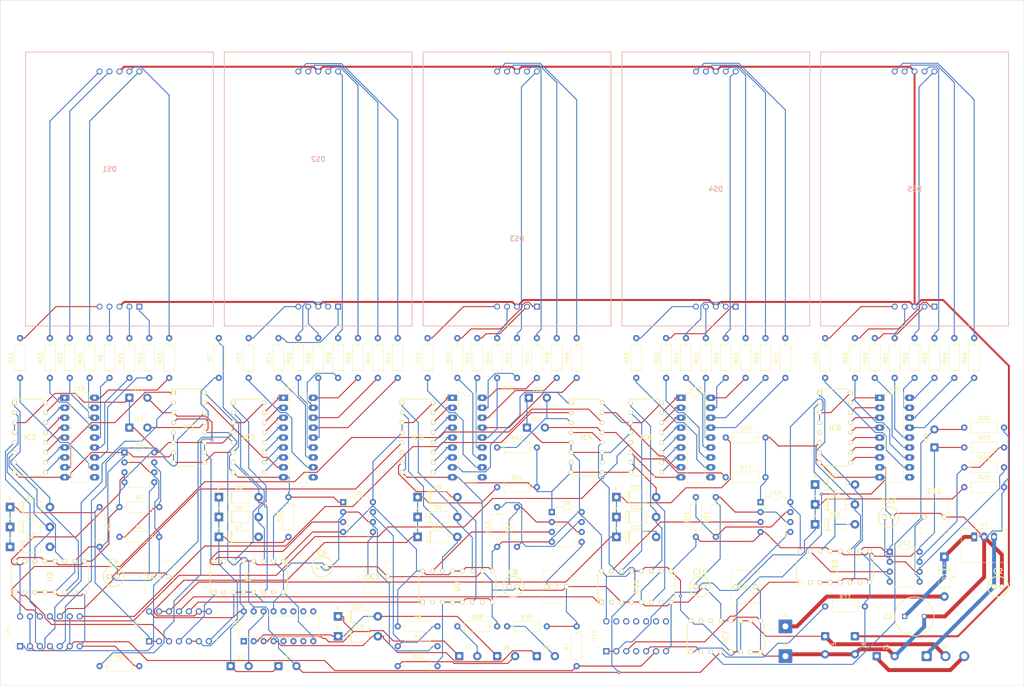
<source format=kicad_pcb>
(kicad_pcb (version 20211014) (generator pcbnew)
  (title_block (comment 4 "AISLER Project ID: HZPHGXVZ"))
  (layers (0 "F.Cu" signal) (31 "B.Cu" signal) (34 "B.Paste" user) (35 "F.Paste" user) (36 "B.SilkS" user "B.Silkscreen") (37 "F.SilkS" user "F.Silkscreen") (38 "B.Mask" user) (39 "F.Mask" user) (44 "Edge.Cuts" user))
  (net 0 "")
  (net 1 "Net-(C1-Pad1)")
  (net 2 "GND")
  (net 3 "Net-(D1-Pad2)")
  (net 4 "Net-(D2-Pad1)")
  (net 5 "Net-(D2-Pad2)")
  (net 6 "Net-(D3-Pad2)")
  (net 7 "Net-(D4-Pad2)")
  (net 8 "/Dice1/D2")
  (net 9 "Net-(D5-Pad2)")
  (net 10 "Net-(D6-Pad2)")
  (net 11 "Net-(D7-Pad2)")
  (net 12 "/Dice1/D3")
  (net 13 "Net-(D8-Pad2)")
  (net 14 "Net-(D9-Pad2)")
  (net 15 "Net-(D10-Pad2)")
  (net 16 "/Dice1/D4")
  (net 17 "Net-(D11-Pad2)")
  (net 18 "Net-(D12-Pad2)")
  (net 19 "Net-(D13-Pad2)")
  (net 20 "Net-(D14-Pad1)")
  (net 21 "Net-(D14-Pad2)")
  (net 22 "Net-(D15-Pad2)")
  (net 23 "Net-(D16-Pad2)")
  (net 24 "Net-(DS1-Pad1)")
  (net 25 "Net-(DS1-Pad2)")
  (net 26 "Net-(DS1-Pad4)")
  (net 27 "Net-(DS1-Pad5)")
  (net 28 "Net-(DS1-Pad6)")
  (net 29 "Net-(DS1-Pad7)")
  (net 30 "Net-(DS1-Pad9)")
  (net 31 "Net-(DS1-Pad10)")
  (net 32 "Net-(DS2-Pad1)")
  (net 33 "Net-(DS2-Pad2)")
  (net 34 "Net-(DS2-Pad4)")
  (net 35 "/Dice1/D2Q")
  (net 36 "Net-(DS2-Pad6)")
  (net 37 "Net-(DS2-Pad7)")
  (net 38 "Net-(DS2-Pad9)")
  (net 39 "Net-(DS2-Pad10)")
  (net 40 "Net-(DS3-Pad1)")
  (net 41 "Net-(DS3-Pad2)")
  (net 42 "Net-(DS3-Pad4)")
  (net 43 "Net-(DS3-Pad5)")
  (net 44 "Net-(DS3-Pad6)")
  (net 45 "Net-(DS3-Pad7)")
  (net 46 "Net-(DS3-Pad9)")
  (net 47 "Net-(DS3-Pad10)")
  (net 48 "Net-(DS4-Pad1)")
  (net 49 "Net-(DS4-Pad2)")
  (net 50 "Net-(DS4-Pad4)")
  (net 51 "/Dice3/D4Q")
  (net 52 "Net-(DS4-Pad6)")
  (net 53 "Net-(DS4-Pad7)")
  (net 54 "Net-(DS4-Pad9)")
  (net 55 "Net-(DS4-Pad10)")
  (net 56 "Net-(DS5-Pad1)")
  (net 57 "Net-(DS5-Pad2)")
  (net 58 "Net-(DS5-Pad4)")
  (net 59 "Net-(DS5-Pad5)")
  (net 60 "Net-(DS5-Pad6)")
  (net 61 "Net-(DS5-Pad7)")
  (net 62 "Net-(DS5-Pad9)")
  (net 63 "Net-(DS5-Pad10)")
  (net 64 "Net-(C2-Pad1)")
  (net 65 "+5V")
  (net 66 "Net-(J3-Pad1)")
  (net 67 "/Dice1/Roll")
  (net 68 "Net-(IC1-Pad3)")
  (net 69 "Net-(R3-Pad2)")
  (net 70 "Net-(C4-Pad1)")
  (net 71 "/Dice1/D2Set")
  (net 72 "Net-(R8-Pad2)")
  (net 73 "Net-(C6-Pad1)")
  (net 74 "Net-(IC4-Pad3)")
  (net 75 "Net-(R13-Pad2)")
  (net 76 "Net-(C8-Pad1)")
  (net 77 "/Dice3/D4Set")
  (net 78 "Net-(R18-Pad2)")
  (net 79 "Net-(C10-Pad1)")
  (net 80 "Net-(R23-Pad2)")
  (net 81 "Net-(C12-Pad1)")
  (net 82 "Net-(U2-Pad3)")
  (net 83 "Net-(C3-Pad1)")
  (net 84 "Net-(IC1-Pad2)")
  (net 85 "Net-(IC2-Pad5)")
  (net 86 "/Dice1/D2Latch")
  (net 87 "/Dice1/D2Hold")
  (net 88 "/Dice1/D3Hold")
  (net 89 "/Dice1/D3Latch")
  (net 90 "/Dice1/D4Latch")
  (net 91 "/Dice1/D4Hold")
  (net 92 "Net-(U3-Pad1)")
  (net 93 "/Dice1/D2R")
  (net 94 "/Dice1/D3R")
  (net 95 "/Dice1/D4R")
  (net 96 "Net-(U6-Pad3)")
  (net 97 "Net-(C5-Pad1)")
  (net 98 "Net-(U8-Pad3)")
  (net 99 "Net-(C7-Pad1)")
  (net 100 "Net-(U10-Pad3)")
  (net 101 "Net-(C9-Pad1)")
  (net 102 "Net-(U12-Pad3)")
  (net 103 "Net-(C11-Pad1)")
  (net 104 "Net-(U13-Pad1)")
  (net 105 "D5Latch")
  (net 106 "D5Hold")
  (net 115 "D5 Latch")
  (net 126 "Net-(D17-Pad1)")
  (net 127 "Net-(D17-Pad2)")
  (net 128 "Net-(D18-Pad2)")
  (net 129 "Reset")
  (net 138 "+10V")
  (net 139 "Net-(DS2-Pad5)")
  (net 140 "Net-(DS4-Pad5)")
  (net 141 "Net-(IC1-Pad1)")
  (net 142 "Net-(IC2-Pad15)")
  (net 143 "Net-(IC2-Pad14)")
  (net 144 "Net-(IC2-Pad13)")
  (net 145 "Net-(IC2-Pad12)")
  (net 146 "Net-(IC2-Pad11)")
  (net 147 "Net-(IC2-Pad10)")
  (net 148 "Net-(IC2-Pad9)")
  (net 149 "Net-(IC3-Pad15)")
  (net 150 "Net-(IC3-Pad14)")
  (net 151 "Net-(IC3-Pad13)")
  (net 152 "Net-(IC3-Pad12)")
  (net 153 "Net-(IC3-Pad11)")
  (net 154 "Net-(IC3-Pad10)")
  (net 155 "Net-(IC3-Pad9)")
  (net 156 "Net-(IC4-Pad1)")
  (net 157 "Net-(IC5-Pad15)")
  (net 158 "Net-(IC5-Pad14)")
  (net 159 "Net-(IC5-Pad13)")
  (net 160 "Net-(IC5-Pad12)")
  (net 161 "Net-(IC5-Pad11)")
  (net 162 "Net-(IC5-Pad10)")
  (net 163 "Net-(IC5-Pad9)")
  (net 164 "Net-(IC6-Pad15)")
  (net 165 "Net-(IC6-Pad14)")
  (net 166 "Net-(IC6-Pad13)")
  (net 167 "Net-(IC6-Pad12)")
  (net 168 "Net-(IC6-Pad11)")
  (net 169 "Net-(IC6-Pad10)")
  (net 170 "Net-(IC6-Pad9)")
  (net 171 "Net-(IC7-Pad3)")
  (net 172 "Net-(IC7-Pad1)")
  (net 173 "Net-(IC8-Pad15)")
  (net 174 "Net-(IC8-Pad14)")
  (net 175 "Net-(IC8-Pad13)")
  (net 176 "Net-(IC8-Pad12)")
  (net 177 "Net-(IC8-Pad11)")
  (net 178 "Net-(IC8-Pad10)")
  (net 179 "Net-(IC8-Pad9)")
  (net 180 "Net-(R6-Pad1)")
  (net 181 "Net-(R11-Pad1)")
  (net 182 "Net-(R16-Pad1)")
  (net 183 "Net-(R21-Pad1)")
  (net 184 "Net-(R26-Pad1)")
  (net 185 "Net-(R31-Pad1)")
  (net 186 "Net-(R32-Pad1)")
  (net 187 "Net-(R33-Pad1)")
  (net 188 "Net-(R34-Pad1)")
  (net 189 "Net-(R35-Pad1)")
  (net 190 "Net-(R36-Pad1)")
  (net 191 "Net-(R37-Pad1)")
  (net 192 "Net-(R38-Pad1)")
  (net 193 "Net-(R39-Pad1)")
  (net 194 "Net-(R40-Pad1)")
  (net 195 "Net-(R41-Pad1)")
  (net 196 "Net-(R42-Pad1)")
  (net 197 "Net-(R43-Pad1)")
  (net 198 "Net-(R44-Pad1)")
  (net 199 "Net-(R45-Pad1)")
  (net 200 "Net-(R46-Pad1)")
  (net 201 "Net-(R47-Pad1)")
  (net 202 "Net-(R48-Pad1)")
  (net 203 "Net-(R49-Pad1)")
  (net 204 "Net-(R50-Pad1)")
  (net 205 "Net-(R51-Pad1)")
  (net 206 "Net-(R52-Pad1)")
  (net 207 "Net-(R53-Pad1)")
  (net 208 "Net-(R54-Pad1)")
  (net 209 "Net-(R55-Pad1)")
  (net 210 "Net-(R56-Pad1)")
  (net 211 "Net-(R57-Pad1)")
  (net 212 "Net-(R58-Pad1)")
  (net 213 "Net-(R59-Pad1)")
  (net 214 "Net-(R60-Pad1)")
  (net 215 "Net-(R61-Pad1)")
  (net 216 "Net-(R62-Pad1)")
  (net 217 "Net-(R63-Pad1)")
  (net 218 "Net-(R64-Pad1)")
  (net 219 "Net-(R65-Pad1)")
  (net 225 "Net-(J7-Pad2)")
  (net 226 "Net-(J8-Pad2)")
  (net 227 "Net-(J9-Pad2)")
  (footprint "Resistor_THT:R_Axial_DIN0207_L6.3mm_D2.5mm_P10.16mm_Horizontal" (layer "F.Cu") (at 198.12 116.84 90)
    (fp_text reference "R50")
    (fp_text value "120R")
  )
  (footprint "Resistor_THT:R_Axial_DIN0207_L6.3mm_D2.5mm_P10.16mm_Horizontal" (layer "F.Cu") (at 165.1 116.84 90)
    (fp_text reference "R47")
    (fp_text value "120R")
  )
  (footprint "Resistor_THT:R_Axial_DIN0207_L6.3mm_D2.5mm_P10.16mm_Horizontal" (layer "F.Cu") (at 91.44 116.84 90)
    (fp_text reference "R37")
    (fp_text value "270R")
  )
  (footprint "Connector_Wire:SolderWire-0.75sqmm_1x01_D1.25mm_OD3.5mm" (layer "F.Cu") (at 228.6 180.34)
    (fp_text reference "J1")
    (fp_text value "+9V")
  )
  (footprint "Resistor_THT:R_Axial_DIN0207_L6.3mm_D2.5mm_P10.16mm_Horizontal" (layer "F.Cu") (at 205.74 157.48 90)
    (fp_text reference "R18")
    (fp_text value "3K3R")
  )
  (footprint "Resistor_THT:R_Axial_DIN0207_L6.3mm_D2.5mm_P10.16mm_Horizontal" (layer "F.Cu") (at 104.14 116.84 90)
    (fp_text reference "R35")
    (fp_text value "120R")
  )
  (footprint "SamacSys_Parts_Legacy:DIP794W53P254L1930H508Q16N" (layer "F.Cu") (at 91.44 132.08)
    (fp_text reference "IC3")
    (fp_text value "CD4511BE" hide)
  )
  (footprint "Connector_Wire:SolderWire-0.5sqmm_1x02_P4.6mm_D0.9mm_OD2.1mm" (layer "F.Cu") (at 246.38 182.88 -90)
    (fp_text reference "J6")
    (fp_text value "10VIN")
  )
  (footprint "Resistor_THT:R_Axial_DIN0207_L6.3mm_D2.5mm_P10.16mm_Horizontal" (layer "F.Cu") (at 101.6 157.48 90)
    (fp_text reference "R10")
    (fp_text value "3K3R")
  )
  (footprint "Package_DIP:DIP-18_W7.62mm_LongPads" (layer "F.Cu") (at 100.315 121.93)
    (fp_text reference "U17")
    (fp_text value "ULN2803A")
  )
  (footprint "Connector_Wire:SolderWire-0.5sqmm_1x02_P4.6mm_D0.9mm_OD2.1mm" (layer "F.Cu") (at 238.76 182.88 -90)
    (fp_text reference "J5")
    (fp_text value "5VOUT")
  )
  (footprint "Resistor_THT:R_Axial_DIN0207_L6.3mm_D2.5mm_P10.16mm_Horizontal" (layer "F.Cu") (at 274.32 144.78)
    (fp_text reference "R25")
    (fp_text value "3K3R")
  )
  (footprint "Resistor_THT:R_Axial_DIN0207_L6.3mm_D2.5mm_P10.16mm_Horizontal" (layer "F.Cu") (at 58.42 157.48)
    (fp_text reference "R4")
    (fp_text value "3K3R")
  )
  (footprint "Resistor_THT:R_Axial_DIN0207_L6.3mm_D2.5mm_P10.16mm_Horizontal" (layer "F.Cu") (at 144.78 180.34)
    (fp_text reference "R28")
    (fp_text value "180R")
  )
  (footprint "Resistor_THT:R_Axial_DIN0207_L6.3mm_D2.5mm_P10.16mm_Horizontal" (layer "F.Cu") (at 144.78 116.84 90)
    (fp_text reference "R42")
    (fp_text value "120R")
  )
  (footprint "Resistor_THT:R_Axial_DIN0207_L6.3mm_D2.5mm_P10.16mm_Horizontal" (layer "F.Cu") (at 238.76 116.84 90)
    (fp_text reference "R60")
    (fp_text value "270R")
  )
  (footprint "Resistor_THT:R_Axial_DIN0207_L6.3mm_D2.5mm_P10.16mm_Horizontal" (layer "F.Cu") (at 154.94 144.78)
    (fp_text reference "R15")
    (fp_text value "3K3R")
  )
  (footprint "Resistor_THT:R_Axial_DIN0207_L6.3mm_D2.5mm_P10.16mm_Horizontal" (layer "F.Cu") (at 66.04 116.84 90)
    (fp_text reference "R11")
    (fp_text value "120R")
  )
  (footprint "Resistor_THT:R_Axial_DIN0207_L6.3mm_D2.5mm_P10.16mm_Horizontal" (layer "F.Cu") (at 213.36 132.08)
    (fp_text reference "R20")
    (fp_text value "3K3R")
  )
  (footprint "Resistor_THT:R_Axial_DIN0207_L6.3mm_D2.5mm_P10.16mm_Horizontal" (layer "F.Cu") (at 58.42 149.86)
    (fp_text reference "R3")
    (fp_text value "3K3R")
  )
  (footprint "Diode_THT:D_DO-41_SOD81_P10.16mm_Horizontal" (layer "F.Cu") (at 114.3 182.88)
    (fp_text reference "D18")
    (fp_text value "1N5817")
  )
  (footprint "SamacSys_Parts_Legacy:DIP794W53P254L1930H508Q16N" (layer "F.Cu") (at 134.62 132.08)
    (fp_text reference "IC5")
    (fp_text value "CD4511BE" hide)
  )
  (footprint "Package_DIP:DIP-8_W7.62mm" (layer "F.Cu") (at 115.58 148.6)
    (fp_text reference "U6")
    (fp_text value "NE555P")
  )
  (footprint "SamacSys_Parts_Legacy:FKP2J021001L00HSSD" (layer "F.Cu") (at 66.04 167.64)
    (fp_text reference "C3")
    (fp_text value "FKP2J021001L00HSSD" hide)
  )
  (footprint "Resistor_THT:R_Axial_DIN0207_L6.3mm_D2.5mm_P10.16mm_Horizontal" (layer "F.Cu") (at 53.34 190.5)
    (fp_text reference "R2")
    (fp_text value "3K3R")
  )
  (footprint "Diode_THT:D_DO-41_SOD81_P10.16mm_Horizontal" (layer "F.Cu") (at 185.42 147.32)
    (fp_text reference "D11")
    (fp_text value "1N5817")
  )
  (footprint "SamacSys_Parts_Legacy:DIP794W53P254L1930H508Q16N" (layer "F.Cu") (at 241.3 129.54)
    (fp_text reference "IC8")
    (fp_text value "CD4511BE" hide)
  )
  (footprint "Resistor_THT:R_Axial_DIN0207_L6.3mm_D2.5mm_P10.16mm_Horizontal" (layer "F.Cu") (at 213.36 116.84 90)
    (fp_text reference "R54")
    (fp_text value "120R")
  )
  (footprint "Diode_THT:D_DO-41_SOD81_P10.16mm_Horizontal" (layer "F.Cu") (at 269.24 162.56 -90)
    (fp_text reference "D1")
    (fp_text value "1N4007")
  )
  (footprint "SamacSys_Parts_Legacy:DIP794W53P254L1930H508Q16N" (layer "F.Cu") (at 35.56 132.08)
    (fp_text reference "IC2")
    (fp_text value "CD4511BE" hide)
  )
  (footprint "Diode_THT:D_DO-41_SOD81_P10.16mm_Horizontal" (layer "F.Cu") (at 30.48 160.02)
    (fp_text reference "D3")
    (fp_text value "1N5817")
  )
  (footprint "Package_DIP:DIP-8_W7.62mm" (layer "F.Cu") (at 222.26 148.6)
    (fp_text reference "U10")
    (fp_text value "NE555P")
  )
  (footprint "Connector_Wire:SolderWire-0.75sqmm_1x03_P4.8mm_D1.25mm_OD2.3mm" (layer "F.Cu") (at 264.72 187.96)
    (fp_text reference "J4")
    (fp_text value "Switch")
  )
  (footprint "SamacSys_Parts_Legacy:FKP2J021001L00HSSD" (layer "F.Cu") (at 264.16 152.4)
    (fp_text reference "C11")
    (fp_text value "FKP2J021001L00HSSD" hide)
  )
  (footprint "Connector_Wire:SolderWire-0.5sqmm_1x02_P4.6mm_D0.9mm_OD2.1mm" (layer "F.Cu") (at 145.26 187.96)
    (fp_text reference "J7")
    (fp_text value "LED1")
  )
  (footprint "Resistor_THT:R_Axial_DIN0207_L6.3mm_D2.5mm_P10.16mm_Horizontal" (layer "F.Cu") (at 50.8 116.84 90)
    (fp_text reference "R26")
    (fp_text value "120R")
  )
  (footprint "Connector_Wire:SolderWire-0.5sqmm_1x02_P4.6mm_D0.9mm_OD2.1mm" (layer "F.Cu") (at 60.96 121.92)
    (fp_text reference "J11")
    (fp_text value "DICE1")
  )
  (footprint "Diode_THT:D_DO-41_SOD81_P10.16mm_Horizontal" (layer "F.Cu") (at 134.62 157.48)
    (fp_text reference "D10")
    (fp_text value "1N5817")
  )
  (footprint "SamacSys_Parts_Legacy:DIP794W53P254L1930H508Q16N" (layer "F.Cu") (at 91.44 167.64 90)
    (fp_text reference "U7")
    (fp_text value "CD4029BE" hide)
  )
  (footprint "Diode_THT:D_DO-41_SOD81_P10.16mm_Horizontal" (layer "F.Cu") (at 83.82 157.48)
    (fp_text reference "D7")
    (fp_text value "1N5817")
  )
  (footprint "Resistor_THT:R_Axial_DIN0207_L6.3mm_D2.5mm_P10.16mm_Horizontal" (layer "F.Cu") (at 99.06 116.84 90)
    (fp_text reference "R34")
    (fp_text value "120R")
  )
  (footprint "Connector_Wire:SolderWire-0.5sqmm_1x02_P4.6mm_D0.9mm_OD2.1mm" (layer "F.Cu") (at 86.84 190.5)
    (fp_text reference "J10")
    (fp_text value "ROLL_DICE")
  )
  (footprint "Package_DIP:DIP-18_W7.62mm_LongPads" (layer "F.Cu") (at 201.915 121.93)
    (fp_text reference "U19")
    (fp_text value "ULN2803A")
  )
  (footprint "Resistor_THT:R_Axial_DIN0207_L6.3mm_D2.5mm_P10.16mm_Horizontal" (layer "F.Cu") (at 129.54 116.84 90)
    (fp_text reference "R41")
    (fp_text value "120R")
  )
  (footprint "Resistor_THT:R_Axial_DIN0207_L6.3mm_D2.5mm_P10.16mm_Horizontal" (layer "F.Cu") (at 114.3 116.84 90)
    (fp_text reference "R38")
    (fp_text value "120R")
  )
  (footprint "SamacSys_Parts_Legacy:DIP794W53P254L1930H508Q16N" (layer "F.Cu") (at 177.8 132.08)
    (fp_text reference "IC4")
    (fp_text value "CD4027BE" hide)
  )
  (footprint "Resistor_THT:R_Axial_DIN0207_L6.3mm_D2.5mm_P10.16mm_Horizontal" (layer "F.Cu") (at 137.16 116.84 90)
    (fp_text reference "R45")
    (fp_text value "270R")
  )
  (footprint "Resistor_THT:R_Axial_DIN0207_L6.3mm_D2.5mm_P10.16mm_Horizontal" (layer "F.Cu") (at 124.46 116.84 90)
    (fp_text reference "R40")
    (fp_text value "120R")
  )
  (footprint "Resistor_THT:R_Axial_DIN0207_L6.3mm_D2.5mm_P10.16mm_Horizontal" (layer "F.Cu") (at 266.7 116.84 90)
    (fp_text reference "R63")
    (fp_text value "120R")
  )
  (footprint "Resistor_THT:R_Axial_DIN0207_L6.3mm_D2.5mm_P10.16mm_Horizontal" (layer "F.Cu") (at 203.2 116.84 90)
    (fp_text reference "R51")
    (fp_text value "120R")
  )
  (footprint "Resistor_THT:R_Axial_DIN0207_L6.3mm_D2.5mm_P10.16mm_Horizontal" (layer "F.Cu") (at 261.62 116.84 90)
    (fp_text reference "R62")
    (fp_text value "120R")
  )
  (footprint "Resistor_THT:R_Axial_DIN0207_L6.3mm_D2.5mm_P10.16mm_Horizontal" (layer "F.Cu") (at 246.38 116.84 90)
    (fp_text reference "R58")
    (fp_text value "120R")
  )
  (footprint "Diode_THT:D_DO-41_SOD81_P10.16mm_Horizontal" (layer "F.Cu") (at 236.22 154.27)
    (fp_text reference "D16")
    (fp_text value "1N5817")
  )
  (footprint "Package_DIP:DIP-18_W7.62mm_LongPads" (layer "F.Cu") (at 252.715 121.93)
    (fp_text reference "U20")
    (fp_text value "ULN2803A")
  )
  (footprint "Connector_Wire:SolderWire-0.75sqmm_1x01_D1.25mm_OD3.5mm" (layer "F.Cu") (at 228.6 187.96)
    (fp_text reference "J2")
    (fp_text value "GND")
  )
  (footprint "Resistor_THT:R_Axial_DIN0207_L6.3mm_D2.5mm_P10.16mm_Horizontal" (layer "F.Cu") (at 33.02 116.84 90)
    (fp_text reference "R16")
    (fp_text value "270R")
  )
  (footprint "SamacSys_Parts_Legacy:CAPPRD200W55D525H1200" (layer "F.Cu") (at 281.94 170.18)
    (fp_text reference "C2")
    (fp_text value "ECA-1CM101" hide)
  )
  (footprint "Resistor_THT:R_Axial_DIN0207_L6.3mm_D2.5mm_P10.16mm_Horizontal" (layer "F.Cu") (at 276.86 116.84 90)
    (fp_text reference "R65")
    (fp_text value "120R")
  )
  (footprint "Resistor_THT:R_Axial_DIN0207_L6.3mm_D2.5mm_P10.16mm_Horizontal" (layer "F.Cu") (at 223.52 116.84 90)
    (fp_text reference "R56")
    (fp_text value "120R")
  )
  (footprint "SamacSys_Parts_Legacy:CAPPRD200W55D525H1200" (layer "F.Cu") (at 55.88 167.64)
    (fp_text reference "C4")
    (fp_text value "ECA1HM4R7I" hide)
  )
  (footprint "Resistor_THT:R_Axial_DIN0207_L6.3mm_D2.5mm_P10.16mm_Horizontal" (layer "F.Cu") (at 218.44 116.84 90)
    (fp_text reference "R55")
    (fp_text value "120R")
  )
  (footprint "Resistor_THT:R_Axial_DIN0207_L6.3mm_D2.5mm_P10.16mm_Horizontal" (layer "F.Cu") (at 157.48 180.34)
    (fp_text reference "R30")
    (fp_text value "180R")
  )
  (footprint "digikey-footprints:DIP-14_W3mm" (layer "F.Cu") (at 33.02 185.42 90)
    (fp_text reference "U4")
    (fp_text value "CD4093BE")
  )
  (footprint "Resistor_THT:R_Axial_DIN0207_L6.3mm_D2.5mm_P10.16mm_Horizontal" (layer "F.Cu") (at 251.46 116.84 90)
    (fp_text reference "R59")
    (fp_text value "120R")
  )
  (footprint "Diode_THT:D_DO-41_SOD81_P10.16mm_Horizontal" (layer "F.Cu") (at 134.62 147.32)
    (fp_text reference "D8")
    (fp_text value "1N5817")
  )
  (footprint "Package_DIP:DIP-16_W7.62mm" (layer "F.Cu") (at 90.185 184.14 90)
    (fp_text reference "U15")
    (fp_text value "4017")
  )
  (footprint "Resistor_THT:R_Axial_DIN0207_L6.3mm_D2.5mm_P10.16mm_Horizontal" (layer "F.Cu") (at 129.54 185.42)
    (fp_text reference "R9")
    (fp_text value "3K3R")
  )
  (footprint "Diode_THT:D_DO-41_SOD81_P10.16mm_Horizontal" (layer "F.Cu") (at 83.82 152.4)
    (fp_text reference "D6")
    (fp_text value "1N5817")
  )
  (footprint "Resistor_THT:R_Axial_DIN0207_L6.3mm_D2.5mm_P10.16mm_Horizontal" (layer "F.Cu") (at 274.32 129.54)
    (fp_text reference "R22")
    (fp_text value "3K3R")
  )
  (footprint "Diode_THT:D_DO-41_SOD81_P10.16mm_Horizontal" (layer "F.Cu") (at 185.42 157.48)
    (fp_text reference "D13")
    (fp_text value "1N5817")
  )
  (footprint "Resistor_THT:R_Axial_DIN0207_L6.3mm_D2.5mm_P10.16mm_Horizontal" (layer "F.Cu") (at 238.76 175.26)
    (fp_text reference "R27")
    (fp_text value "R3K3")
  )
  (footprint "Package_DIP:DIP-8_W7.62mm" (layer "F.Cu") (at 59.7 135.9)
    (fp_text reference "U2")
    (fp_text value "NE555P")
  )
  (footprint "Diode_THT:D_DO-41_SOD81_P10.16mm_Horizontal" (layer "F.Cu") (at 30.48 154.94)
    (fp_text reference "D4")
    (fp_text value "1N5817")
  )
  (footprint "SamacSys_Parts_Legacy:DIP794W53P254L1930H508Q16N" (layer "F.Cu") (at 40.64 167.64 90)
    (fp_text reference "U3")
    (fp_text value "CD4029BE" hide)
  )
  (footprint "Resistor_THT:R_Axial_DIN0207_L6.3mm_D2.5mm_P10.16mm_Horizontal" (layer "F.Cu") (at 60.96 116.84 90)
    (fp_text reference "R21")
    (fp_text value "120R")
  )
  (footprint "Resistor_THT:R_Axial_DIN0207_L6.3mm_D2.5mm_P10.16mm_Horizontal" (layer "F.Cu") (at 129.54 180.34)
    (fp_text reference "R8")
    (fp_text value "3K3R")
  )
  (footprint "SamacSys_Parts_Legacy:CAPPRD200W55D525H1200" (layer "F.Cu") (at 205.74 170.18)
    (fp_text reference "C10")
    (fp_text value "ECA1HM4R7I" hide)
  )
  (footprint "SamacSys_Parts_Legacy:CAPPRD200W55D525H1200" (layer "F.Cu") (at 254 152.4)
    (fp_text reference "C12")
    (fp_text value "ECA1HM4R7I" hide)
  )
  (footprint "Resistor_THT:R_Axial_DIN0207_L6.3mm_D2.5mm_P10.16mm_Horizontal" (layer "F.Cu") (at 160.02 116.84 90)
    (fp_text reference "R46")
    (fp_text value "120R")
  )
  (footprint "Resistor_THT:R_Axial_DIN0207_L6.3mm_D2.5mm_P10.16mm_Horizontal" (layer "F.Cu") (at 71.12 116.84 90)
    (fp_text reference "R31")
    (fp_text value "120R")
  )
  (footprint "Resistor_THT:R_Axial_DIN0207_L6.3mm_D2.5mm_P10.16mm_Horizontal" (layer "F.Cu") (at 175.26 116.84 90)
    (fp_text reference "R49")
    (fp_text value "120R")
  )
  (footprint "Resistor_THT:R_Axial_DIN0207_L6.3mm_D2.5mm_P10.16mm_Horizontal" (layer "F.Cu") (at 154.94 134.62)
    (fp_text reference "R12")
    (fp_text value "3K3R")
  )
  (footprint "Connector_Wire:SolderWire-0.5sqmm_1x02_P4.6mm_D0.9mm_OD2.1mm" (layer "F.Cu") (at 162.56 129.54)
    (fp_text reference "J14")
    (fp_text value "DICE4")
  )
  (footprint "Package_DIP:DIP-18_W7.62mm_LongPads" (layer "F.Cu") (at 143.495 121.93)
    (fp_text reference "U18")
    (fp_text value "ULN2803A")
  )
  (footprint "Resistor_THT:R_Axial_DIN0207_L6.3mm_D2.5mm_P10.16mm_Horizontal" (layer "F.Cu") (at 83.82 116.84 90)
    (fp_text reference "R7")
    (fp_text value "3K3R")
  )
  (footprint "Resistor_THT:R_Axial_DIN0207_L6.3mm_D2.5mm_P10.16mm_Horizontal" (layer "F.Cu") (at 40.64 116.84 90)
    (fp_text reference "R33")
    (fp_text value "120R")
  )
  (footprint "Resistor_THT:R_Axial_DIN0207_L6.3mm_D2.5mm_P10.16mm_Horizontal" (layer "F.Cu") (at 175.26 190.5 90)
    (fp_text reference "R1")
    (fp_text value "R3K3")
  )
  (footprint "Resistor_THT:R_Axial_DIN0207_L6.3mm_D2.5mm_P10.16mm_Horizontal" (layer "F.Cu") (at 109.22 116.84 90)
    (fp_text reference "R36")
    (fp_text value "120R")
  )
  (footprint "SamacSys_Parts_Legacy:DIP794W53P254L1930H508Q16N" (layer "F.Cu") (at 190.5 170.18 90)
    (fp_text reference "U11")
    (fp_text value "CD4029BE" hide)
  )
  (footprint "SamacSys_Parts_Legacy:DIP794W53P254L1930H508Q16N" (layer "F.Cu") (at 213.36 182.88 90)
    (fp_text reference "IC7")
    (fp_text value "CD4027BE" hide)
  )
  (footprint "Connector_Wire:SolderWire-0.5sqmm_1x02_P4.6mm_D0.9mm_OD2.1mm" (layer "F.Cu") (at 60.96 129.54)
    (fp_text reference "J12")
    (fp_text value "DICE2")
  )
  (footprint "Converter_DCDC:Converter_DCDC_RECOM_R-78HB-0.5_THT" (layer "F.Cu") (at 276.86 157.48)
    (fp_text reference "U1")
    (fp_text value "R-78HB5.0-0.5")
  )
  (footprint "Diode_THT:D_DO-41_SOD81_P10.16mm_Horizontal" (layer "F.Cu") (at 236.22 149.19)
    (fp_text reference "D15")
    (fp_text value "1N5817")
  )
  (footprint "Connector_Wire:SolderWire-0.5sqmm_1x02_P4.6mm_D0.9mm_OD2.1mm" (layer "F.Cu") (at 251.94 187.96)
    (fp_text reference "J3")
    (fp_text value "USB 5V")
  )
  (footprint "SamacSys_Parts_Legacy:DIP794W53P254L1930H508Q16N" (layer "F.Cu") (at 193.04 132.08)
    (fp_text reference "IC6")
    (fp_text value "CD4511BE" hide)
  )
  (footprint "Package_DIP:DIP-8_W7.62mm" (layer "F.Cu") (at 255.28 161.3)
    (fp_text reference "U12")
    (fp_text value "NE555P")
  )
  (footprint "digikey-footprints:DIP-14_W3mm" (layer "F.Cu") (at 66.01 184.15 90)
    (fp_text reference "U5")
    (fp_text value "CD4093BE")
  )
  (footprint "SamacSys_Parts_Legacy:FKP2J021001L00HSSD" (layer "F.Cu") (at 121.92 167.64)
    (fp_text reference "C5")
    (fp_text value "FKP2J021001L00HSSD" hide)
  )
  (footprint "Diode_THT:D_DO-41_SOD81_P10.16mm_Horizontal" (layer "F.Cu") (at 30.48 149.86)
    (fp_text reference "D2")
    (fp_text value "1N5817")
  )
  (footprint "Connector_Wire:SolderWire-0.5sqmm_1x02_P4.6mm_D0.9mm_OD2.1mm" (layer "F.Cu") (at 266.7 134.62 90)
    (fp_text reference "J15")
    (fp_text value "DICE5")
  )
  (footprint "Resistor_THT:R_Axial_DIN0207_L6.3mm_D2.5mm_P10.16mm_Horizontal" (layer "F.Cu") (at 53.34 149.86 -90)
    (fp_text reference "R5")
    (fp_text value "3K3R")
  )
  (footprint "SamacSys_Parts_Legacy:FKP2J021001L00HSSD" (layer "F.Cu") (at 167.64 170.18)
    (fp_text reference "C7")
    (fp_text value "FKP2J021001L00HSSD" hide)
  )
  (footprint "Resistor_THT:R_Axial_DIN0207_L6.3mm_D2.5mm_P10.16mm_Horizontal" (layer "F.Cu") (at 45.72 116.84 90)
    (fp_text reference "R32")
    (fp_text value "120R")
  )
  (footprint "Resistor_THT:R_Axial_DIN0207_L6.3mm_D2.5mm_P10.16mm_Horizontal" (layer "F.Cu") (at 274.32 139.7)
    (fp_text reference "R24")
    (fp_text value "3K3R")
  )
  (footprint "SamacSys_Parts_Legacy:CAPPRD200W55D525H1200" (layer "F.Cu") (at 158.02 170.18)
    (fp_text reference "C8")
    (fp_text value "ECA1HM4R7I" hide)
  )
  (footprint "Diode_THT:D_DO-41_SOD81_P10.16mm_Horizontal" (layer "F.Cu") (at 236.22 144.11)
    (fp_text reference "D14")
    (fp_text value "1N5817")
  )
  (footprint "Connector_Wire:SolderWire-0.5sqmm_1x02_P4.6mm_D0.9mm_OD2.1mm" (layer "F.Cu") (at 165.1 187.96)
    (fp_text reference "J9")
    (fp_text value "LED3")
  )
  (footprint "Resistor_THT:R_Axial_DIN0207_L6.3mm_D2.5mm_P10.16mm_Horizontal" (layer "F.Cu") (at 129.54 190.5)
    (fp_text reference "R29")
    (fp_text value "180R")
  )
  (footprint "digikey-footprints:DIP-14_W3mm" (layer "F.Cu") (at 182.85 186.69 90)
    (fp_text reference "U14")
    (fp_text value "CD4093BE")
  )
  (footprint "Resistor_THT:R_Axial_DIN0207_L6.3mm_D2.5mm_P10.16mm_Horizontal" (layer "F.Cu") (at 149.86 116.84 90)
    (fp_text reference "R43")
    (fp_text value "120R")
  )
  (footprint "SamacSys_Parts_Legacy:DIP794W53P254L1930H508Q16N" (layer "F.Cu") (at 76.2 129.54)
    (fp_text reference "IC1")
    (fp_text value "CD4027BE" hide)
  )
  (footprint "Resistor_THT:R_Axial_DIN0207_L6.3mm_D2.5mm_P10.16mm_Horizontal" (layer "F.Cu") (at 274.32 134.62)
    (fp_text reference "R23")
    (fp_text value "3K3R")
  )
  (footprint "SamacSys_Parts_Legacy:CAPPRD200W55D525H1200" (layer "F.Cu") (at 109.22 165.1)
    (fp_text reference "C6")
    (fp_text value "ECA1HM4R7I" hide)
  )
  (footprint "Resistor_THT:R_Axial_DIN0207_L6.3mm_D2.5mm_P10.16mm_Horizontal" (layer "F.Cu") (at 170.18 116.84 90)
    (fp_text reference "R48")
    (fp_text value "120R")
  )
  (footprint "Diode_THT:D_DO-41_SOD81_P10.16mm_Horizontal" (layer "F.Cu") (at 83.82 147.32)
    (fp_text reference "D5")
    (fp_text value "1N5817")
  )
  (footprint "Resistor_THT:R_Axial_DIN0207_L6.3mm_D2.5mm_P10.16mm_Horizontal" (layer "F.Cu") (at 213.36 142.24)
    (fp_text reference "R17")
    (fp_text value "3K3R")
  )
  (footprint "Diode_THT:D_DO-41_SOD81_P10.16mm_Horizontal" (layer "F.Cu") (at 185.42 152.4)
    (fp_text reference "D12")
    (fp_text value "1N5817")
  )
  (footprint "Resistor_THT:R_Axial_DIN0207_L6.3mm_D2.5mm_P10.16mm_Horizontal" (layer "F.Cu") (at 271.78 116.84 90)
    (fp_text reference "R64")
    (fp_text value "120R")
  )
  (footprint "SamacSys_Parts:CAPPRD500W65D1000H1700" (layer "F.Cu") (at 259.08 177.8)
    (fp_text reference "C1")
    (fp_text value "ECA-1HHG331" hide)
  )
  (footprint "Resistor_THT:R_Axial_DIN0207_L6.3mm_D2.5mm_P10.16mm_Horizontal" (layer "F.Cu") (at 228.6 116.84 90)
    (fp_text reference "R57")
    (fp_text value "120R")
  )
  (footprint "Resistor_THT:R_Axial_DIN0207_L6.3mm_D2.5mm_P10.16mm_Horizontal" (layer "F.Cu") (at 55.88 116.84 90)
    (fp_text reference "R6")
    (fp_text value "120R")
  )
  (footprint "SamacSys_Parts_Legacy:FKP2J021001L00HSSD" (layer "F.Cu") (at 215.9 170.18)
    (fp_text reference "C9")
    (fp_text value "FKP2J021001L00HSSD" hide)
  )
  (footprint "Resistor_THT:R_Axial_DIN0207_L6.3mm_D2.5mm_P10.16mm_Horizontal" (layer "F.Cu") (at 154.94 116.84 90)
    (fp_text reference "R44")
    (fp_text value "120R")
  )
  (footprint "Resistor_THT:R_Axial_DIN0207_L6.3mm_D2.5mm_P10.16mm_Horizontal" (layer "F.Cu") (at 154.94 160.02 90)
    (fp_text reference "R13")
    (fp_text value "3K3R")
  )
  (footprint "Resistor_THT:R_Axial_DIN0207_L6.3mm_D2.5mm_P10.16mm_Horizontal" (layer "F.Cu") (at 210.82 157.48 90)
    (fp_text reference "R19")
    (fp_text value "3K3R")
  )
  (footprint "Connector_Wire:SolderWire-0.5sqmm_1x02_P4.6mm_D0.9mm_OD2.1mm" (layer "F.Cu") (at 154.94 187.96)
    (fp_text reference "J8")
    (fp_text value "LED2")
  )
  (footprint "Connector_Wire:SolderWire-0.5sqmm_1x02_P4.6mm_D0.9mm_OD2.1mm" (layer "F.Cu") (at 99.06 190.5)
    (fp_text reference "J16")
    (fp_text value "RESET")
  )
  (footprint "Resistor_THT:R_Axial_DIN0207_L6.3mm_D2.5mm_P10.16mm_Horizontal" (layer "F.Cu") (at 160.02 160.02 90)
    (fp_text reference "R14")
    (fp_text value "3K3R")
  )
  (footprint "Diode_THT:D_DO-41_SOD81_P10.16mm_Horizontal" (layer "F.Cu") (at 134.62 152.4)
    (fp_text reference "D9")
    (fp_text value "1N5817")
  )
  (footprint "SamacSys_Parts_Legacy:DIP794W53P254L1930H508Q16N" (layer "F.Cu") (at 241.3 165.1 90)
    (fp_text reference "U13")
    (fp_text value "CD4029BE" hide)
  )
  (footprint "Package_DIP:DIP-18_W7.62mm_LongPads" (layer "F.Cu") (at 44.435 121.93)
    (fp_text reference "U16")
    (fp_text value "ULN2803A")
  )
  (footprint "Resistor_THT:R_Axial_DIN0207_L6.3mm_D2.5mm_P10.16mm_Horizontal" (layer "F.Cu") (at 190.5 116.84 90)
    (fp_text reference "R53")
    (fp_text value "270R")
  )
  (footprint "Resistor_THT:R_Axial_DIN0207_L6.3mm_D2.5mm_P10.16mm_Horizontal" (layer "F.Cu") (at 256.54 116.84 90)
    (fp_text reference "R61")
    (fp_text value "120R")
  )
  (footprint "SamacSys_Parts_Legacy:DIP794W53P254L1930H508Q16N" (layer "F.Cu") (at 144.78 170.18 90)
    (fp_text reference "U9")
    (fp_text value "CD4029BE" hide)
  )
  (footprint "Connector_Wire:SolderWire-0.5sqmm_1x02_P4.6mm_D0.9mm_OD2.1mm" (layer "F.Cu") (at 163.04 121.92)
    (fp_text reference "J13")
    (fp_text value "DICE3")
  )
  (footprint "Diode_THT:D_DO-41_SOD81_P10.16mm_Horizontal" (layer "F.Cu") (at 114.3 177.8)
    (fp_text reference "D17")
    (fp_text value "1N5817")
  )
  (footprint "Package_DIP:DIP-8_W7.62mm" (layer "F.Cu") (at 168.92 151.14)
    (fp_text reference "U8")
    (fp_text value "NE555P")
  )
  (footprint "Resistor_THT:R_Axial_DIN0207_L6.3mm_D2.5mm_P10.16mm_Horizontal" (layer "F.Cu") (at 208.28 116.84 90)
    (fp_text reference "R52")
    (fp_text value "120R")
  )
  (footprint "Resistor_THT:R_Axial_DIN0207_L6.3mm_D2.5mm_P10.16mm_Horizontal" (layer "F.Cu") (at 119.38 116.84 90)
    (fp_text reference "R39")
    (fp_text value "120R")
  )
  (footprint "SamacSys_Parts:SC2312SRWA" (layer "B.Cu") (at 63.5 98.63 180)
    (fp_text reference "DS1")
    (fp_text value "SA23-12SRWA" hide)
  )
  (footprint "SamacSys_Parts:SC2312SRWA" (layer "B.Cu") (at 114.3 98.63 180)
    (fp_text reference "DS2")
    (fp_text value "SA23-12SRWA" hide)
  )
  (footprint "SamacSys_Parts:SC2312SRWA" (layer "B.Cu") (at 215.9 98.63 180)
    (fp_text reference "DS4")
    (fp_text value "SA23-12SRWA" hide)
  )
  (footprint "SamacSys_Parts:SC2312SRWA" (layer "B.Cu") (at 266.7 98.63 180)
    (fp_text reference "DS5")
    (fp_text value "SA23-12SRWA" hide)
  )
  (footprint "SamacSys_Parts:SC2312SRWA" (layer "B.Cu") (at 165.1 98.63 180)
    (fp_text reference "DS3")
    (fp_text value "SA23-12SRWA" hide)
  )
  (gr_line (start 289.56 20.32) (end 289.56 195.58) (layer "Edge.Cuts") (width 0.1))
  (gr_line (start 27.94 20.32) (end 289.56 20.32) (layer "Edge.Cuts") (width 0.1))
  (gr_line (start 27.94 195.58) (end 27.94 20.32) (layer "Edge.Cuts") (width 0.1))
  (gr_line (start 289.56 195.58) (end 27.94 195.58) (layer "Edge.Cuts") (width 0.1))
  (gr_line (start 289.56 180.34) (end 289.56 180.34) (layer "Edge.Cuts") (width 0.1))
  (segment (start 274.32 157.48) (end 269.24 162.56) (width 1) (layer "F.Cu") (net 1))
  (segment (start 276.86 157.48) (end 274.32 157.48) (width 1) (layer "F.Cu") (net 1))
  (segment (start 269.24 167.64) (end 269.24 162.56) (width 1) (layer "B.Cu") (net 1))
  (segment (start 259.08 177.8) (end 269.24 167.64) (width 1) (layer "B.Cu") (net 1))
  (segment (start 80.17 138.43) (end 82.71 135.89) (width 0.25) (layer "F.Cu") (net 2))
  (segment (start 246.38 187.48) (end 238.76 187.48) (width 1) (layer "F.Cu") (net 2))
  (segment (start 160.02 170.18) (end 160.9676 171.1276) (width 0.25) (layer "F.Cu") (net 2))
  (segment (start 175.26 180.34) (end 167.64 180.34) (width 0.25) (layer "F.Cu") (net 2))
  (segment (start 146.05 174.15) (end 143.51 174.15) (width 0.25) (layer "F.Cu") (net 2))
  (segment (start 240.03 169.07) (end 237.49 169.07) (width 0.25) (layer "F.Cu") (net 2))
  (segment (start 269.367 177.8) (end 279.4 167.767) (width 1) (layer "F.Cu") (net 2))
  (segment (start 181.77 140.97) (end 173.83 140.97) (width 0.25) (layer "F.Cu") (net 2))
  (segment (start 240.03 169.07) (end 242.57 169.07) (width 0.25) (layer "F.Cu") (net 2))
  (segment (start 215.3392 178.91) (end 216.2378 178.0114) (width 0.25) (layer "F.Cu") (net 2))
  (segment (start 222.25 186.85) (end 223.36 187.96) (width 0.25) (layer "F.Cu") (net 2))
  (segment (start 268.2197 151.4597) (end 256.9403 151.4597) (width 0.25) (layer "F.Cu") (net 2))
  (segment (start 223.36 187.96) (end 228.6 187.96) (width 0.25) (layer "F.Cu") (net 2))
  (segment (start 45.9603 142.25) (end 45.9603 141.2014) (width 0.25) (layer "F.Cu") (net 2))
  (segment (start 254.79048 186.21048) (end 247.64952 186.21048) (width 1) (layer "F.Cu") (net 2))
  (segment (start 237.33 138.43) (end 241.15 142.25) (width 0.25) (layer "F.Cu") (net 2))
  (segment (start 50.64 160.02) (end 53.34 160.02) (width 0.25) (layer "F.Cu") (net 2))
  (segment (start 256.54 187.96) (end 254.79048 186.21048) (width 1) (layer "F.Cu") (net 2))
  (segment (start 247.65 161.13) (end 248.5898 160.1902) (width 0.25) (layer "F.Cu") (net 2))
  (segment (start 279.4 167.767) (end 279.4 157.48) (width 1) (layer "F.Cu") (net 2))
  (segment (start 152.7745 173.2545) (end 146.9455 173.2545) (width 0.25) (layer "F.Cu") (net 2))
  (segment (start 90.17 171.61) (end 87.63 171.61) (width 0.25) (layer "F.Cu") (net 2))
  (segment (start 283.94 170.18) (end 283.94 162.02) (width 1) (layer "F.Cu") (net 2))
  (segment (start 149.7 167.64) (end 126.92 167.64) (width 0.25) (layer "F.Cu") (net 2))
  (segment (start 42.8015 172.5015) (end 41.91 171.61) (width 0.25) (layer "F.Cu") (net 2))
  (segment (start 100.315 142.25) (end 88.75 142.25) (width 0.25) (layer "F.Cu") (net 2))
  (segment (start 130.65 140.97) (end 131.93 142.25) (width 0.25) (layer "F.Cu") (net 2))
  (segment (start 126.92 167.64) (end 124.38 165.1) (width 0.25) (layer "F.Cu") (net 2))
  (segment (start 45.9603 141.2014) (end 51.2617 135.9) (width 0.25) (layer "F.Cu") (net 2))
  (segment (start 46.99 163.67) (end 50.64 160.02) (width 0.25) (layer "F.Cu") (net 2))
  (segment (start 124.38 165.1) (end 111.22 165.1) (width 0.25) (layer "F.Cu") (net 2))
  (segment (start 248.5898 160.1902) (end 253.0449 160.1902) (width 0.25) (layer "F.Cu") (net 2))
  (segment (start 238.76 187.48) (end 229.08 187.48) (width 1) (layer "F.Cu") (net 2))
  (segment (start 59.7 135.9) (end 60.8253 135.9) (width 0.25) (layer "F.Cu") (net 2))
  (segment (start 195.43 142.25) (end 189.07 135.89) (width 0.25) (layer "F.Cu") (net 2))
  (segment (start 283.94 162.02) (end 279.4 157.48) (width 1) (layer "F.Cu") (net 2))
  (segment (start 57.2947 185.42) (end 62.3747 190.5) (width 0.25) (layer "F.Cu") (net 2))
  (segment (start 57.88 167.64) (end 58.8255 166.6945) (width 0.25) (layer "F.Cu") (net 2))
  (segment (start 226.8057 134.2404) (end 224.6453 132.08) (width 0.25) (layer "F.Cu") (net 2))
  (segment (start 241.15 142.25) (end 252.715 142.25) (width 0.25) (layer "F.Cu") (net 2))
  (segment (start 146.425 143.6547) (end 162.8494 143.6547) (width 0.25) (layer "F.Cu") (net 2))
  (segment (start 113.1747 147.32) (end 101.6 147.32) (width 0.25) (layer "F.Cu") (net 2))
  (segment (start 70.0945 166.6945) (end 71.04 167.64) (width 0.25) (layer "F.Cu") (net 2))
  (segment (start 82.71 135.89) (end 87.47 135.89) (width 0.25) (layer "F.Cu") (net 2))
  (segment (start 278.3247 157.48) (end 278.3247 156.5391) (width 0.25) (layer "F.Cu") (net 2))
  (segment (start 198.4542 175.0858) (end 199.39 174.15) (width 0.25) (layer "F.Cu") (net 2))
  (segment (start 146.9455 173.2545) (end 146.05 174.15) (width 0.25) (layer "F.Cu") (net 2))
  (segment (start 236.4396 137.5396) (end 237.33 138.43) (width 0.25) (layer "F.Cu") (net 2))
  (segment (start 145.0203 142.25) (end 146.425 143.6547) (width 0.25) (layer "F.Cu") (net 2))
  (segment (start 269.16 152.4) (end 268.2197 151.4597) (width 0.25) (layer "F.Cu") (net 2))
  (segment (start 256.9403 151.4597) (end 256 152.4) (width 0.25) (layer "F.Cu") (net 2))
  (segment (start 51.2617 135.9) (end 59.7 135.9) (width 0.25) (layer "F.Cu") (net 2))
  (segment (start 143.51 174.15) (end 140.97 174.15) (width 0.25) (layer "F.Cu") (net 2))
  (segment (start 72.23 135.89) (end 71.0947 137.0253) (width 0.25) (layer "F.Cu") (net 2))
  (segment (start 242.57 169.07) (end 243.4695 168.1705) (width 0.25) (layer "F.Cu") (net 2))
  (segment (start 39.37 171.61) (end 36.83 171.61) (width 0.25) (layer "F.Cu") (net 2))
  (segment (start 222.25 186.85) (end 219.71 186.85) (width 0.25) (layer "F.Cu") (net 2))
  (segment (start 236.4396 134.2404) (end 237.33 133.35) (width 0.25) (layer "F.Cu") (net 2))
  (segment (start 203.77 174.15) (end 199.39 174.15) (width 0.25) (layer "F.Cu") (net 2))
  (segment (start 48.6385 172.5015) (end 42.8015 172.5015) (width 0.25) (layer "F.Cu") (net 2))
  (segment (start 49.53 171.61) (end 48.6385 172.5015) (width 0.25) (layer "F.Cu") (net 2))
  (segment (start 279.4 157.48) (end 278.3247 157.48) (width 0.25) (layer "F.Cu") (net 2))
  (segment (start 274.1856 152.4) (end 269.16 152.4) (width 0.25) (layer "F.Cu") (net 2))
  (segment (start 92.71 171.61) (end 90.17 171.61) (width 0.25) (layer "F.Cu") (net 2))
  (segment (start 253.0449 160.1902) (end 254.1547 161.3) (width 0.25) (layer "F.Cu") (net 2))
  (segment (start 189.07 140.97) (end 181.77 140.97) (width 0.25) (layer "F.Cu") (net 2))
  (segment (start 160.9676 171.1276) (end 171.6924 171.1276) (width 0.25) (layer "F.Cu") (net 2))
  (segment (start 143.495 142.25) (end 145.0203 142.25) (width 0.25) (layer "F.Cu") (net 2))
  (segment (start 72.23 138.43) (end 80.17 138.43) (width 0.25) (layer "F.Cu") (net 2))
  (segment (start 243.4695 168.1705) (end 249.2905 168.1705) (width 0.25) (layer "F.Cu") (net 2))
  (segment (start 216.2378 178.0114) (end 221.3514 178.0114) (width 0.25) (layer "F.Cu") (net 2))
  (segment (start 236.4396 134.2404) (end 236.4396 137.5396) (width 0.25) (layer "F.Cu") (net 2))
  (segment (start 264.08 177.8) (end 269.367 177.8) (width 1) (layer "F.Cu") (net 2))
  (segment (start 278.3247 156.5391) (end 274.1856 152.4) (width 0.25) (layer "F.Cu") (net 2))
  (segment (start 221.3514 178.0114) (end 222.25 178.91) (width 0.25) (layer "F.Cu") (net 2))
  (segment (start 236.4396 134.2404) (end 226.8057 134.2404) (width 0.25) (layer "F.Cu") (net 2))
  (segment (start 223.52 132.08) (end 224.6453 132.08) (width 0.25) (layer "F.Cu") (net 2))
  (segment (start 88.75 142.25) (end 87.47 140.97) (width 0.25) (layer "F.Cu") (net 2))
  (segment (start 192.7058 175.0858) (end 198.4542 175.0858) (width 0.25) (layer "F.Cu") (net 2))
  (segment (start 214.63 178.91) (end 215.3392 178.91) (width 0.25) (layer "F.Cu") (net 2))
  (segment (start 247.64952 186.21048) (end 246.38 187.48) (width 1) (layer "F.Cu") (net 2))
  (segment (start 247.2764 186.5836) (end 246.38 187.48) (width 0.25) (layer "F.Cu") (net 2))
  (segment (start 255.28 161.3) (end 254.1547 161.3) (width 0.25) (layer "F.Cu") (net 2))
  (segment (start 115.58 148.6) (end 114.4547 148.6) (width 0.25) (layer "F.Cu") (net 2))
  (segment (start 182.72 170.18) (end 186.69 174.15) (width 0.25) (layer "F.Cu") (net 2))
  (segment (start 131.93 142.25) (end 143.495 142.25) (width 0.25) (layer "F.Cu") (net 2))
  (segment (start 58.8255 166.6945) (end 70.0945 166.6945) (width 0.25) (layer "F.Cu") (net 2))
  (segment (start 63.5 190.5) (end 62.3747 190.5) (width 0.25) (layer "F.Cu") (net 2))
  (segment (start 172.64 170.18) (end 182.72 170.18) (width 0.25) (layer "F.Cu") (net 2))
  (segment (start 41.91 171.61) (end 39.37 171.61) (width 0.25) (layer "F.Cu") (net 2))
  (segment (start 165.1 144.78) (end 163.9747 144.78) (width 0.25) (layer "F.Cu") (net 2))
  (segment (start 207.74 170.18) (end 203.77 174.15) (width 0.25) (layer "F.Cu") (net 2))
  (segment (start 153.67 174.15) (end 152.7745 173.2545) (width 0.25) (layer "F.Cu") (net 2))
  (segment (start 162.8494 143.6547) (end 163.9747 144.78) (width 0.25) (layer "F.Cu") (net 2))
  (segment (start 249.2905 168.1705) (end 250.19 169.07) (width 0.25) (layer "F.Cu") (net 2))
  (segment (start 114.4547 148.6) (end 113.1747 147.32) (width 0.25) (layer "F.Cu") (net 2))
  (segment (start 229.08 187.48) (end 228.6 187.96) (width 1) (layer "F.Cu") (net 2))
  (segment (start 189.23 174.15) (end 191.77 174.15) (width 0.25) (layer "F.Cu") (net 2))
  (segment (start 201.915 142.25) (end 195.43 142.25) (width 0.25) (layer "F.Cu") (net 2))
  (segment (start 31.59 140.97) (end 32.87 142.25) (width 0.25) (layer "F.Cu") (net 2))
  (segment (start 171.6924 171.1276) (end 172.64 170.18) (width 0.25) (layer "F.Cu") (net 2))
  (segment (start 71.0947 137.0253) (end 61.9506 137.0253) (width 0.25) (layer "F.Cu") (net 2))
  (segment (start 32.87 142.25) (end 44.435 142.25) (width 0.25) (layer "F.Cu") (net 2))
  (segment (start 151.13 166.21) (end 149.7 167.64) (width 0.25) (layer "F.Cu") (net 2))
  (segment (start 191.77 174.15) (end 192.7058 175.0858) (width 0.25) (layer "F.Cu") (net 2))
  (segment (start 61.9506 137.0253) (end 60.8253 135.9) (width 0.25) (layer "F.Cu") (net 2))
  (segment (start 48.26 185.42) (end 57.2947 185.42) (width 0.25) (layer "F.Cu") (net 2))
  (segment (start 44.435 142.25) (end 45.9603 142.25) (width 0.25) (layer "F.Cu") (net 2))
  (segment (start 189.23 174.15) (end 186.69 174.15) (width 0.25) (layer "F.Cu") (net 2))
  (segment (start 280.4753 157.48) (end 280.4753 157.0092) (width 0.25) (layer "B.Cu") (net 2))
  (segment (start 222.26 144.6253) (end 222.26 148.6) (width 0.25) (layer "B.Cu") (net 2))
  (segment (start 97.805 174.135) (end 95.235 174.135) (width 0.25) (layer "B.Cu") (net 2))
  (segment (start 207.74 170.18) (end 212.09 174.53) (width 0.25) (layer "B.Cu") (net 2))
  (segment (start 53.34 160.5826) (end 55.4493 158.4733) (width 0.25) (layer "B.Cu") (net 2))
  (segment (start 97.79 163.67) (end 100.33 166.21) (width 0.25) (layer "B.Cu") (net 2))
  (segment (start 248.92 174.6973) (end 248.92 175.26) (width 0.25) (layer "B.Cu") (net 2))
  (segment (start 196.85 166.21) (end 191.77 171.29) (width 0.25) (layer "B.Cu") (net 2))
  (segment (start 97.805 174.135) (end 100.33 171.61) (width 0.25) (layer "B.Cu") (net 2))
  (segment (start 84.9453 124.4646) (end 84.9453 108.9306) (width 0.25) (layer "B.Cu") (net 2))
  (segment (start 255.28 160.1747) (end 256 159.4547) (width 0.25) (layer "B.Cu") (net 2))
  (segment (start 222.25 171.53) (end 222.25 178.91) (width 0.25) (layer "B.Cu") (net 2))
  (segment (start 86.5421 136.8179) (end 87.47 135.89) (width 0.25) (layer "B.Cu") (net 2))
  (segment (start 53.34 160.02) (end 53.34 160.5826) (width 0.25) (layer "B.Cu") (net 2))
  (segment (start 284.48 130.6653) (end 285.6053 131.7906) (width 0.25) (layer "B.Cu") (net 2))
  (segment (start 53.34 160.5826) (end 53.34 161.1453) (width 0.25) (layer "B.Cu") (net 2))
  (segment (start 72.23 138.43) (end 72.23 135.89) (width 0.25) (layer "B.Cu") (net 2))
  (segment (start 248.92 184.94) (end 246.38 187.48) (width 0.25) (layer "B.Cu") (net 2))
  (segment (start 53.34 161.1453) (end 57.88 165.6853) (width 0.25) (layer "B.Cu") (net 2))
  (segment (start 59.7 135.9) (end 59.7 137.0253) (width 0.25) (layer "B.Cu") (net 2))
  (segment (start 107.965 184.14) (end 107.965 183.0147) (width 0.25) (layer "B.Cu") (net 2))
  (segment (start 189.9603 136.7803) (end 189.07 135.89) (width 0.25) (layer "B.Cu") (net 2))
  (segment (start 97.79 152.2553) (end 97.79 163.67) (width 0.25) (layer "B.Cu") (net 2))
  (segment (start 87.63 177.77) (end 81.25 184.15) (width 0.25) (layer "B.Cu") (net 2))
  (segment (start 153.67 177.9447) (end 154.94 179.2147) (width 0.25) (layer "B.Cu") (net 2))
  (segment (start 87.63 171.61) (end 87.63 177.77) (width 0.25) (layer "B.Cu") (net 2))
  (segment (start 223.52 142.8026) (end 223.52 142.24) (width 0.25) (layer "B.Cu") (net 2))
  (segment (start 198.09 186.69) (end 199.39 185.39) (width 0.25) (layer "B.Cu") (net 2))
  (segment (start 101.6 146.7573) (end 101.6 147.32) (width 0.25) (layer "B.Cu") (net 2))
  (segment (start 168.92 145.9053) (end 165.1 145.9053) (width 0.25) (layer "B.Cu") (net 2))
  (segment (start 104.155 179.2047) (end 107.965 183.0147) (width 0.25) (layer "B.Cu") (net 2))
  (segment (start 252.715 142.25) (end 254.2403 142.25) (width 0.25) (layer "B.Cu") (net 2))
  (segment (start 130.65 140.97) (end 131.5403 140.0797) (width 0.25) (layer "B.Cu") (net 2))
  (segment (start 31.59 135.89) (end 30.2294 137.2506) (width 0.25) (layer "B.Cu") (net 2))
  (segment (start 95.235 174.135) (end 92.71 171.61) (width 0.25) (layer "B.Cu") (net 2))
  (segment (start 139.7 189.3747) (end 140.97 188.1047) (width 0.25) (layer "B.Cu") (net 2))
  (segment (start 189.9603 140.0797) (end 189.9603 136.7803) (width 0.25) (layer "B.Cu") (net 2))
  (segment (start 279.4 157.48) (end 280.4753 157.48) (width 0.25) (layer "B.Cu") (net 2))
  (segment (start 110.2861 164.1661) (end 102.3739 164.1661) (width 0.25) (layer "B.Cu") (net 2))
  (segment (start 101.6 146.7573) (end 101.6 146.1947) (width 0.25) (layer "B.Cu") (net 2))
  (segment (start 212.09 174.53) (end 212.09 178.91) (width 0.25) (layer "B.Cu") (net 2))
  (segment (start 285.6053 131.7906) (end 285.6053 142.5294) (width 0.25) (layer "B.Cu") (net 2))
  (segment (start 101.8403 142.25) (end 101.8403 145.9544) (width 0.25) (layer "B.Cu") (net 2))
  (segment (start 153.67 174.15) (end 153.67 177.9447) (width 0.25) (layer "B.Cu") (net 2))
  (segment (start 250.19 163.67) (end 250.19 169.07) (width 0.25) (layer "B.Cu") (net 2))
  (segment (start 49.53 171.61) (end 49.53 184.15) (width 0.25) (layer "B.Cu") (net 2))
  (segment (start 102.3739 164.1661) (end 100.33 166.21) (width 0.25) (layer "B.Cu") (net 2))
  (segment (start 153.67 168.75) (end 153.67 171.0804) (width 0.25) (layer "B.Cu") (net 2))
  (segment (start 30.2294 139.6094) (end 31.59 140.97) (width 0.25) (layer "B.Cu") (net 2))
  (segment (start 104.155 175.435) (end 104.155 179.2047) (width 0.25) (layer "B.Cu") (net 2))
  (segment (start 256.54 187.96) (end 264.08 180.42) (width 1) (layer "B.Cu") (net 2))
  (segment (start 212.09 178.91) (end 214.63 178.91) (width 0.25) (layer "B.Cu") (net 2))
  (segment (start 46.99 163.67) (end 46.99 166.53) (width 0.25) (layer "B.Cu") (net 2))
  (segment (start 57.88 165.6853) (end 57.88 167.64) (width 0.25) (layer "B.Cu") (net 2))
  (segment (start 87.47 140.97) (end 86.5421 140.0421) (width 0.25) (layer "B.Cu") (net 2))
  (segment (start 59.4186 137.0253) (end 59.7 137.0253) (width 0.25) (layer "B.Cu") (net 2))
  (segment (start 220.9 170.18) (end 222.25 171.53) (width 0.25) (layer "B.Cu") (net 2))
  (segment (start 49.53 184.15) (end 48.26 185.42) (width 0.25) (layer "B.Cu") (net 2))
  (segment (start 248.92 175.26) (end 248.92 184.94) (width 0.25) (layer "B.Cu") (net 2))
  (segment (start 83.82 106.68) (end 83.82 107.8053) (width 0.25) (layer "B.Cu") (net 2))
  (segment (start 281.5107 155.9738) (end 283.94 155.9738) (width 0.25) (layer "B.Cu") (net 2))
  (segment (start 159.1196 171.0804) (end 153.67 171.0804) (width 0.25) (layer "B.Cu") (net 2))
  (segment (start 88.8613 134.4987) (end 88.8613 128.3806) (width 0.25) (layer "B.Cu") (net 2))
  (segment (start 160.02 170.18) (end 159.1196 171.0804) (width 0.25) (layer "B.Cu") (net 2))
  (segment (start 55.4493 158.4733) (end 55.4493 140.9946) (width 0.25) (layer "B.Cu") (net 2))
  (segment (start 100.33 166.21) (end 100.33 171.61) (width 0.25) (layer "B.Cu") (net 2))
  (segment (start 165.1 144.78) (end 165.1 145.9053) (width 0.25) (layer "B.Cu") (net 2))
  (segment (start 250.19 172.8647) (end 248.92 174.1347) (width 0.25) (layer "B.Cu") (net 2))
  (segment (start 131.5403 136.7803) (end 130.65 135.89) (width 0.25) (layer "B.Cu") (net 2))
  (segment (start 175.26 180.34) (end 175.26 179.2147) (width 0.25) (layer "B.Cu") (net 2))
  (segment (start 264.08 180.42) (end 264.08 177.8) (width 1) (layer "B.Cu") (net 2))
  (segment (start 101.8403 145.9544) (end 101.6 146.1947) (width 0.25) (layer "B.Cu") (net 2))
  (segment (start 168.92 145.88) (end 168.92 145.9053) (width 0.25) (layer "B.Cu") (net 2))
  (segment (start 165.1 134.62) (end 165.1 144.78) (width 0.25) (layer "B.Cu") (net 2))
  (segment (start 55.4493 140.9946) (end 59.4186 137.0253) (width 0.25) (layer "B.Cu") (net 2))
  (segment (start 223.52 142.8026) (end 223.52 143.3653) (width 0.25) (layer "B.Cu") (net 2))
  (segment (start 247.65 161.13) (end 250.19 163.67) (width 0.25) (layer "B.Cu") (net 2))
  (segment (start 131.5403 140.0797) (end 131.5403 136.7803) (width 0.25) (layer "B.Cu") (net 2))
  (segment (start 283.94 146.4453) (end 284.48 145.9053) (width 0.25) (layer "B.Cu") (net 2))
  (segment (start 101.6 148.4453) (end 97.79 152.2553) (width 0.25) (layer "B.Cu") (net 2))
  (segment (start 280.4753 157.0092) (end 281.5107 155.9738) (width 0.25) (layer "B.Cu") (net 2))
  (segment (start 199.39 185.39) (end 199.39 174.15) (width 0.25) (layer "B.Cu") (net 2))
  (segment (start 168.92 145.9053) (end 168.92 151.14) (width 0.25) (layer "B.Cu") (net 2))
  (segment (start 254.2403 142.25) (end 254.2403 150.6403) (width 0.25) (layer "B.Cu") (net 2))
  (segment (start 151.13 148.3597) (end 151.13 166.21) (width 0.25) (layer "B.Cu") (net 2))
  (segment (start 223.52 142.24) (end 223.52 132.08) (width 0.25) (layer "B.Cu") (net 2))
  (segment (start 84.9453 108.9306) (end 83.82 107.8053) (width 0.25) (layer "B.Cu") (net 2))
  (segment (start 173.83 140.97) (end 168.92 145.88) (width 0.25) (layer "B.Cu") (net 2))
  (segment (start 173.83 140.97) (end 173.83 138.43) (width 0.25) (layer "B.Cu") (net 2))
  (segment (start 100.33 171.61) (end 104.155 175.435) (width 0.25) (layer "B.Cu") (net 2))
  (segment (start 154.94 180.34) (end 154.94 179.2147) (width 0.25) (layer "B.Cu") (net 2))
  (segment (start 172.64 170.18) (end 172.64 176.5947) (width 0.25) (layer "B.Cu") (net 2))
  (segment (start 250.19 169.07) (end 250.19 172.8647) (width 0.25) (layer "B.Cu") (net 2))
  (segment (start 284.48 144.78) (end 284.48 143.6547) (width 0.25) (layer "B.Cu") (net 2))
  (segment (start 248.92 174.6973) (end 248.92 174.1347) (width 0.25) (layer "B.Cu") (net 2))
  (segment (start 87.47 135.89) (end 88.8613 134.4987) (width 0.25) (layer "B.Cu") (net 2))
  (segment (start 254.2403 150.6403) (end 256 152.4) (width 0.25) (layer "B.Cu") (net 2))
  (segment (start 222.25 178.91) (end 222.25 186.85) (width 0.25) (layer "B.Cu") (net 2))
  (segment (start 46.99 166.53) (end 41.91 171.61) (width 0.25) (layer "B.Cu") (net 2))
  (segment (start 101.6 147.32) (end 101.6 148.4453) (width 0.25) (layer "B.Cu") (net 2))
  (segment (start 172.64 176.5947) (end 175.26 179.2147) (width 0.25) (layer "B.Cu") (net 2))
  (segment (start 30.2294 137.2506) (end 30.2294 139.6094) (width 0.25) (layer "B.Cu") (net 2))
  (segment (start 284.48 129.54) (end 284.48 130.6653) (width 0.25) (layer "B.Cu") (net 2))
  (segment (start 88.8613 128.3806) (end 84.9453 124.4646) (width 0.25) (layer "B.Cu") (net 2))
  (segment (start 97.805 176.52) (end 97.805 174.135) (width 0.25) (layer "B.Cu") (net 2))
  (segment (start 100.315 142.25) (end 101.8403 142.25) (width 0.25) (layer "B.Cu") (net 2))
  (segment (start 285.6053 142.5294) (end 284.48 143.6547) (width 0.25) (layer "B.Cu") (net 2))
  (segment (start 223.52 143.3653) (end 222.26 144.6253) (width 0.25) (layer "B.Cu") (net 2))
  (segment (start 284.48 144.78) (end 284.48 145.9053) (width 0.25) (layer "B.Cu") (net 2))
  (segment (start 139.7 190.5) (end 139.7 189.3747) (width 0.25) (layer "B.Cu") (net 2))
  (segment (start 143.495 142.25) (end 145.0203 142.25) (width 0.25) (layer "B.Cu") (net 2))
  (segment (start 140.97 188.1047) (end 140.97 174.15) (width 0.25) (layer "B.Cu") (net 2))
  (segment (start 86.5421 140.0421) (end 86.5421 136.8179) (width 0.25) (layer "B.Cu") (net 2))
  (segment (start 255.28 161.3) (end 255.28 160.1747) (width 0.25) (layer "B.Cu") (net 2))
  (segment (start 189.07 140.97) (end 189.9603 140.0797) (width 0.25) (layer "B.Cu") (net 2))
  (segment (start 153.67 171.0804) (end 153.67 174.15) (width 0.25) (layer "B.Cu") (net 2))
  (segment (start 191.77 171.29) (end 191.77 174.15) (width 0.25) (layer "B.Cu") (net 2))
  (segment (start 283.94 155.9738) (end 283.94 146.4453) (width 0.25) (layer "B.Cu") (net 2))
  (segment (start 151.13 166.21) (end 153.67 168.75) (width 0.25) (layer "B.Cu") (net 2))
  (segment (start 145.0203 142.25) (end 151.13 148.3597) (width 0.25) (layer "B.Cu") (net 2))
  (segment (start 111.22 165.1) (end 110.2861 164.1661) (width 0.25) (layer "B.Cu") (net 2))
  (segment (start 256 159.4547) (end 256 152.4) (width 0.25) (layer "B.Cu") (net 2))
  (segment (start 231.55937 180.34) (end 228.6 180.34) (width 1) (layer "F.Cu") (net 3))
  (segment (start 269.24 172.72) (end 239.17937 172.72) (width 1) (layer "F.Cu") (net 3))
  (segment (start 239.17937 172.72) (end 231.55937 180.34) (width 1) (layer "F.Cu") (net 3))
  (segment (start 51.9147 151.2853) (end 33.3306 151.2853) (width 0.25) (layer "F.Cu") (net 4))
  (segment (start 68.55 184.15) (end 66.01 184.15) (width 0.25) (layer "F.Cu") (net 4))
  (segment (start 30.48 149.86) (end 31.9053 149.86) (width 0.25) (layer "F.Cu") (net 4))
  (segment (start 33.3306 151.2853) (end 31.9053 149.86) (width 0.25) (layer "F.Cu") (net 4))
  (segment (start 53.34 149.86) (end 51.9147 151.2853) (width 0.25) (layer "F.Cu") (net 4))
  (segment (start 52.2081 150.9919) (end 53.34 149.86) (width 0.25) (layer "B.Cu") (net 4))
  (segment (start 66.01 183.0247) (end 52.2081 169.2228) (width 0.25) (layer "B.Cu") (net 4))
  (segment (start 52.2081 169.2228) (end 52.2081 150.9919) (width 0.25) (layer "B.Cu") (net 4))
  (segment (start 30.48 149.86) (end 30.48 154.94) (width 0.25) (layer "B.Cu") (net 4))
  (segment (start 66.01 184.15) (end 66.01 183.0247) (width 0.25) (layer "B.Cu") (net 4))
  (segment (start 30.48 154.94) (end 30.48 160.02) (width 0.25) (layer "B.Cu") (net 4))
  (segment (start 40.64 147.48) (end 40.64 149.86) (width 0.25) (layer "B.Cu") (net 5))
  (segment (start 47.914 168.146) (end 44.45 171.61) (width 0.25) (layer "B.Cu") (net 5))
  (segment (start 40.64 149.86) (end 40.64 151.2853) (width 0.25) (layer "B.Cu") (net 5))
  (segment (start 31.59 138.43) (end 40.64 147.48) (width 0.25) (layer "B.Cu") (net 5))
  (segment (start 40.64 151.2853) (end 47.914 158.5593) (width 0.25) (layer "B.Cu") (net 5))
  (segment (start 47.914 158.5593) (end 47.914 168.146) (width 0.25) (layer "B.Cu") (net 5))
  (segment (start 33.0407 125.531) (end 33.0407 135.72) (width 0.25) (layer "B.Cu") (net 6))
  (segment (start 42.0653 161.2853) (end 42.0653 160.02) (width 0.25) (layer "B.Cu") (net 6))
  (segment (start 44.45 163.67) (end 42.0653 161.2853) (width 0.25) (layer "B.Cu") (net 6))
  (segment (start 37.337 149.6172) (end 42.0653 154.3455) (width 0.25) (layer "B.Cu") (net 6))
  (segment (start 30.6797 138.081) (end 30.6797 138.8004) (width 0.25) (layer "B.Cu") (net 6))
  (segment (start 31.59 123.19) (end 31.59 124.0803) (width 0.25) (layer "B.Cu") (net 6))
  (segment (start 40.64 160.02) (end 42.0653 160.02) (width 0.25) (layer "B.Cu") (net 6))
  (segment (start 42.0653 154.3455) (end 42.0653 160.02) (width 0.25) (layer "B.Cu") (net 6))
  (segment (start 30.6797 138.8004) (end 37.337 145.4577) (width 0.25) (layer "B.Cu") (net 6))
  (segment (start 37.337 145.4577) (end 37.337 149.6172) (width 0.25) (layer "B.Cu") (net 6))
  (segment (start 33.0407 135.72) (end 30.6797 138.081) (width 0.25) (layer "B.Cu") (net 6))
  (segment (start 31.59 124.0803) (end 33.0407 125.531) (width 0.25) (layer "B.Cu") (net 6))
  (segment (start 32.5278 133.6716) (end 32.5278 126.6678) (width 0.25) (layer "B.Cu") (net 7))
  (segment (start 32.5278 126.6678) (end 31.59 125.73) (width 0.25) (layer "B.Cu") (net 7))
  (segment (start 36.6079 147.8344) (end 29.7647 140.9912) (width 0.25) (layer "B.Cu") (net 7))
  (segment (start 36.83 160.1753) (end 40.64 156.3653) (width 0.25) (layer "B.Cu") (net 7))
  (segment (start 29.7647 140.9912) (end 29.7647 136.4347) (width 0.25) (layer "B.Cu") (net 7))
  (segment (start 40.64 155.6526) (end 36.6079 151.6205) (width 0.25) (layer "B.Cu") (net 7))
  (segment (start 36.6079 151.6205) (end 36.6079 147.8344) (width 0.25) (layer "B.Cu") (net 7))
  (segment (start 29.7647 136.4347) (end 32.5278 133.6716) (width 0.25) (layer "B.Cu") (net 7))
  (segment (start 40.64 154.94) (end 40.64 155.6526) (width 0.25) (layer "B.Cu") (net 7))
  (segment (start 40.64 155.6526) (end 40.64 156.3653) (width 0.25) (layer "B.Cu") (net 7))
  (segment (start 36.83 163.67) (end 36.83 160.1753) (width 0.25) (layer "B.Cu") (net 7))
  (segment (start 86.6728 158.9075) (end 100.1725 158.9075) (width 0.25) (layer "F.Cu") (net 8))
  (segment (start 78.71 184.15) (end 76.17 184.15) (width 0.25) (layer "F.Cu") (net 8))
  (segment (start 83.82 157.48) (end 85.2453 157.48) (width 0.25) (layer "F.Cu") (net 8))
  (segment (start 85.2453 157.48) (end 86.6728 158.9075) (width 0.25) (layer "F.Cu") (net 8))
  (segment (start 100.1725 158.9075) (end 101.6 157.48) (width 0.25) (layer "F.Cu") (net 8))
  (segment (start 88.5453 178.4463) (end 81.7153 185.2763) (width 0.25) (layer "B.Cu") (net 8))
  (segment (start 88.5453 169.1792) (end 88.5453 178.4463) (width 0.25) (layer "B.Cu") (net 8))
  (segment (start 79.8363 185.2763) (end 78.71 184.15) (width 0.25) (layer "B.Cu") (net 8))
  (segment (start 81.7153 185.2763) (end 79.8363 185.2763) (width 0.25) (layer "B.Cu") (net 8))
  (segment (start 83.82 164.4539) (end 88.5453 169.1792) (width 0.25) (layer "B.Cu") (net 8))
  (segment (start 83.82 157.48) (end 83.82 164.4539) (width 0.25) (layer "B.Cu") (net 8))
  (segment (start 83.82 152.4) (end 83.82 157.48) (width 0.25) (layer "B.Cu") (net 8))
  (segment (start 83.82 147.32) (end 83.82 152.4) (width 0.25) (layer "B.Cu") (net 8))
  (segment (start 93.98 148.7453) (end 94.9023 148.7453) (width 0.25) (layer "F.Cu") (net 9))
  (segment (start 94.9023 148.7453) (end 95.7356 149.5786) (width 0.25) (layer "F.Cu") (net 9))
  (segment (start 93.98 147.32) (end 93.98 148.7453) (width 0.25) (layer "F.Cu") (net 9))
  (via (at 95.7356 149.5786) (size 0.8) (drill 0.4) (layers "F.Cu" "B.Cu") (net 9))
  (segment (start 96.1645 150.0075) (end 96.1645 170.6955) (width 0.25) (layer "B.Cu") (net 9))
  (segment (start 95.7356 149.5786) (end 96.1645 150.0075) (width 0.25) (layer "B.Cu") (net 9))
  (segment (start 93.98 144.94) (end 93.98 147.32) (width 0.25) (layer "B.Cu") (net 9))
  (segment (start 96.1645 170.6955) (end 95.25 171.61) (width 0.25) (layer "B.Cu") (net 9))
  (segment (start 87.47 138.43) (end 93.98 144.94) (width 0.25) (layer "B.Cu") (net 9))
  (segment (start 87.47 123.19) (end 87.47 124.0803) (width 0.25) (layer "B.Cu") (net 10))
  (segment (start 95.4477 163.4723) (end 95.25 163.67) (width 0.25) (layer "B.Cu") (net 10))
  (segment (start 95.8845 144.3625) (end 95.8845 148.404) (width 0.25) (layer "B.Cu") (net 10))
  (segment (start 93.98 152.4) (end 93.98 150.9747) (width 0.25) (layer "B.Cu") (net 10))
  (segment (start 93.98 153.8253) (end 95.4477 155.293) (width 0.25) (layer "B.Cu") (net 10))
  (segment (start 87.47 124.0803) (end 91.4401 128.0504) (width 0.25) (layer "B.Cu") (net 10))
  (segment (start 95.4477 155.293) (end 95.4477 163.4723) (width 0.25) (layer "B.Cu") (net 10))
  (segment (start 91.4401 139.9181) (end 95.8845 144.3625) (width 0.25) (layer "B.Cu") (net 10))
  (segment (start 93.98 153.1126) (end 93.98 152.4) (width 0.25) (layer "B.Cu") (net 10))
  (segment (start 91.4401 128.0504) (end 91.4401 139.9181) (width 0.25) (layer "B.Cu") (net 10))
  (segment (start 93.98 150.3085) (end 93.98 150.9747) (width 0.25) (layer "B.Cu") (net 10))
  (segment (start 93.98 153.1126) (end 93.98 153.8253) (width 0.25) (layer "B.Cu") (net 10))
  (segment (start 95.8845 148.404) (end 93.98 150.3085) (width 0.25) (layer "B.Cu") (net 10))
  (segment (start 92.5547 151.0969) (end 92.5547 157.48) (width 0.25) (layer "B.Cu") (net 11))
  (segment (start 95.4341 145.7572) (end 95.4341 148.2175) (width 0.25) (layer "B.Cu") (net 11))
  (segment (start 93.98 157.48) (end 92.6673 157.48) (width 0.25) (layer "B.Cu") (net 11))
  (segment (start 87.47 125.73) (end 89.3832 127.6432) (width 0.25) (layer "B.Cu") (net 11))
  (segment (start 92.5547 157.48) (end 92.5547 158.7453) (width 0.25) (layer "B.Cu") (net 11))
  (segment (start 95.4341 148.2175) (end 92.5547 151.0969) (width 0.25) (layer "B.Cu") (net 11))
  (segment (start 89.3832 127.6432) (end 89.3832 139.7063) (width 0.25) (layer "B.Cu") (net 11))
  (segment (start 92.5547 158.7453) (end 87.63 163.67) (width 0.25) (layer "B.Cu") (net 11))
  (segment (start 92.6673 157.48) (end 92.5547 157.48) (width 0.25) (layer "B.Cu") (net 11))
  (segment (start 89.3832 139.7063) (end 95.4341 145.7572) (width 0.25) (layer "B.Cu") (net 11))
  (segment (start 131.7694 158.9053) (end 110.8644 158.9053) (width 0.25) (layer "F.Cu") (net 12))
  (segment (start 136.0453 147.32) (end 137.5136 148.7883) (width 0.25) (layer "F.Cu") (net 12))
  (segment (start 134.62 147.32) (end 136.0453 147.32) (width 0.25) (layer "F.Cu") (net 12))
  (segment (start 110.8644 158.9053) (end 101.2043 168.5654) (width 0.25) (layer "F.Cu") (net 12))
  (segment (start 133.1947 157.48) (end 131.7694 158.9053) (width 0.25) (layer "F.Cu") (net 12))
  (segment (start 137.5136 148.7883) (end 150.9317 148.7883) (width 0.25) (layer "F.Cu") (net 12))
  (segment (start 74.8579 168.5654) (end 67.3857 176.0376) (width 0.25) (layer "F.Cu") (net 12))
  (segment (start 68.0857 177.661) (end 77.579 177.661) (width 0.25) (layer "F.Cu") (net 12))
  (segment (start 67.3857 176.961) (end 68.0857 177.661) (width 0.25) (layer "F.Cu") (net 12))
  (segment (start 67.3857 176.0376) (end 67.3857 176.961) (width 0.25) (layer "F.Cu") (net 12))
  (segment (start 101.2043 168.5654) (end 74.8579 168.5654) (width 0.25) (layer "F.Cu") (net 12))
  (segment (start 77.579 177.661) (end 78.71 176.53) (width 0.25) (layer "F.Cu") (net 12))
  (segment (start 150.9317 148.7883) (end 154.94 144.78) (width 0.25) (layer "F.Cu") (net 12))
  (segment (start 134.62 157.48) (end 133.1947 157.48) (width 0.25) (layer "F.Cu") (net 12))
  (segment (start 78.71 176.53) (end 81.25 176.53) (width 0.25) (layer "F.Cu") (net 12))
  (segment (start 134.62 152.4) (end 134.62 157.48) (width 0.25) (layer "B.Cu") (net 12))
  (segment (start 134.62 147.32) (end 134.62 152.4) (width 0.25) (layer "B.Cu") (net 12))
  (segment (start 143.3547 147.32) (end 141.9294 145.8947) (width 0.25) (layer "F.Cu") (net 13))
  (segment (start 144.78 147.32) (end 143.3547 147.32) (width 0.25) (layer "F.Cu") (net 13))
  (segment (start 134.2906 145.8947) (end 129.738 141.3421) (width 0.25) (layer "F.Cu") (net 13))
  (segment (start 141.9294 145.8947) (end 134.2906 145.8947) (width 0.25) (layer "F.Cu") (net 13))
  (segment (start 129.738 139.342) (end 130.65 138.43) (width 0.25) (layer "F.Cu") (net 13))
  (segment (start 129.738 141.3421) (end 129.738 139.342) (width 0.25) (layer "F.Cu") (net 13))
  (segment (start 144.78 148.7453) (end 149.5053 153.4706) (width 0.25) (layer "B.Cu") (net 13))
  (segment (start 144.78 147.32) (end 144.78 148.7453) (width 0.25) (layer "B.Cu") (net 13))
  (segment (start 149.5053 173.2347) (end 148.59 174.15) (width 0.25) (layer "B.Cu") (net 13))
  (segment (start 149.5053 153.4706) (end 149.5053 173.2347) (width 0.25) (layer "B.Cu") (net 13))
  (segment (start 148.59 157.6353) (end 144.78 153.8253) (width 0.25) (layer "B.Cu") (net 14))
  (segment (start 144.78 152.4) (end 144.78 153.8253) (width 0.25) (layer "B.Cu") (net 14))
  (segment (start 134.7978 140.9925) (end 134.7978 128.2281) (width 0.25) (layer "B.Cu") (net 14))
  (segment (start 130.65 123.19) (end 130.65 124.0803) (width 0.25) (layer "B.Cu") (net 14))
  (segment (start 144.78 152.4) (end 144.78 150.9747) (width 0.25) (layer "B.Cu") (net 14))
  (segment (start 148.59 166.21) (end 148.59 157.6353) (width 0.25) (layer "B.Cu") (net 14))
  (segment (start 134.7978 128.2281) (end 130.65 124.0803) (width 0.25) (layer "B.Cu") (net 14))
  (segment (start 144.78 150.9747) (end 134.7978 140.9925) (width 0.25) (layer "B.Cu") (net 14))
  (segment (start 132.2996 127.3796) (end 130.65 125.73) (width 0.25) (layer "B.Cu") (net 15))
  (segment (start 136.1171 149.5297) (end 136.1171 144.5757) (width 0.25) (layer "B.Cu") (net 15))
  (segment (start 140.97 162.7153) (end 144.78 158.9053) (width 0.25) (layer "B.Cu") (net 15))
  (segment (start 132.2996 140.7582) (end 132.2996 127.3796) (width 0.25) (layer "B.Cu") (net 15))
  (segment (start 136.1171 144.5757) (end 132.2996 140.7582) (width 0.25) (layer "B.Cu") (net 15))
  (segment (start 144.78 157.48) (end 144.78 158.1926) (width 0.25) (layer "B.Cu") (net 15))
  (segment (start 140.97 166.21) (end 140.97 162.7153) (width 0.25) (layer "B.Cu") (net 15))
  (segment (start 144.78 158.1926) (end 144.78 158.9053) (width 0.25) (layer "B.Cu") (net 15))
  (segment (start 144.78 158.1926) (end 136.1171 149.5297) (width 0.25) (layer "B.Cu") (net 15))
  (segment (start 185.42 147.32) (end 186.8453 147.32) (width 0.25) (layer "F.Cu") (net 16))
  (segment (start 185.42 157.48) (end 183.9947 157.48) (width 0.25) (layer "F.Cu") (net 16))
  (segment (start 68.55 176.53) (end 71.09 176.53) (width 0.25) (layer "F.Cu") (net 16))
  (segment (start 203.2157 144.9225) (end 212.2745 144.9225) (width 0.25) (layer "F.Cu") (net 16))
  (segment (start 186.8453 147.32) (end 188.274 148.7487) (width 0.25) (layer "F.Cu") (net 16))
  (segment (start 188.274 148.7487) (end 199.3895 148.7487) (width 0.25) (layer "F.Cu") (net 16))
  (segment (start 78.6042 169.0158) (end 71.09 176.53) (width 0.25) (layer "F.Cu") (net 16))
  (segment (start 199.3895 148.7487) (end 203.2157 144.9225) (width 0.25) (layer "F.Cu") (net 16))
  (segment (start 214.5554 142.6416) (end 214.5554 133.2754) (width 0.25) (layer "F.Cu") (net 16))
  (segment (start 172.4589 169.0158) (end 78.6042 169.0158) (width 0.25) (layer "F.Cu") (net 16))
  (segment (start 212.2745 144.9225) (end 214.5554 142.6416) (width 0.25) (layer "F.Cu") (net 16))
  (segment (start 183.9947 157.48) (end 172.4589 169.0158) (width 0.25) (layer "F.Cu") (net 16))
  (segment (start 214.5554 133.2754) (end 213.36 132.08) (width 0.25) (layer "F.Cu") (net 16))
  (segment (start 185.42 152.4) (end 185.42 147.32) (width 0.25) (layer "B.Cu") (net 16))
  (segment (start 185.42 157.48) (end 185.42 152.4) (width 0.25) (layer "B.Cu") (net 16))
  (segment (start 189.07 138.43) (end 195.58 144.94) (width 0.25) (layer "F.Cu") (net 17))
  (segment (start 195.58 144.94) (end 195.58 147.32) (width 0.25) (layer "F.Cu") (net 17))
  (segment (start 195.58 148.7453) (end 197.7615 150.9268) (width 0.25) (layer "B.Cu") (net 17))
  (segment (start 197.7615 150.9268) (end 197.7615 170.6985) (width 0.25) (layer "B.Cu") (net 17))
  (segment (start 197.7615 170.6985) (end 194.31 174.15) (width 0.25) (layer "B.Cu") (net 17))
  (segment (start 195.58 147.32) (end 195.58 148.7453) (width 0.25) (layer "B.Cu") (net 17))
  (segment (start 195.58 152.4) (end 195.58 150.9747) (width 0.25) (layer "B.Cu") (net 18))
  (segment (start 189.07 124.0803) (end 194.1547 129.165) (width 0.25) (layer "B.Cu") (net 18))
  (segment (start 197.0397 163.4803) (end 194.31 166.21) (width 0.25) (layer "B.Cu") (net 18))
  (segment (start 194.1547 129.165) (end 194.1547 149.5494) (width 0.25) (layer "B.Cu") (net 18))
  (segment (start 195.58 153.8253) (end 197.0397 155.285) (width 0.25) (layer "B.Cu") (net 18))
  (segment (start 195.58 152.4) (end 195.58 153.8253) (width 0.25) (layer "B.Cu") (net 18))
  (segment (start 194.1547 149.5494) (end 195.58 150.9747) (width 0.25) (layer "B.Cu") (net 18))
  (segment (start 197.0397 155.285) (end 197.0397 163.4803) (width 0.25) (layer "B.Cu") (net 18))
  (segment (start 189.07 123.19) (end 189.07 124.0803) (width 0.25) (layer "B.Cu") (net 18))
  (segment (start 191.8806 128.5406) (end 191.8806 156.0547) (width 0.25) (layer "B.Cu") (net 19))
  (segment (start 195.58 157.48) (end 195.58 156.0547) (width 0.25) (layer "B.Cu") (net 19))
  (segment (start 191.8806 156.0547) (end 195.58 156.0547) (width 0.25) (layer "B.Cu") (net 19))
  (segment (start 189.07 125.73) (end 191.8806 128.5406) (width 0.25) (layer "B.Cu") (net 19))
  (segment (start 191.8806 161.0194) (end 191.8806 156.0547) (width 0.25) (layer "B.Cu") (net 19))
  (segment (start 186.69 166.21) (end 191.8806 161.0194) (width 0.25) (layer "B.Cu") (net 19))
  (segment (start 239.0706 147.7647) (end 271.3353 147.7647) (width 0.25) (layer "F.Cu") (net 20))
  (segment (start 237.6453 149.19) (end 239.0706 147.7647) (width 0.25) (layer "F.Cu") (net 20))
  (segment (start 185.39 186.69) (end 182.85 186.69) (width 0.25) (layer "F.Cu") (net 20))
  (segment (start 271.3353 147.7647) (end 274.32 144.78) (width 0.25) (layer "F.Cu") (net 20))
  (segment (start 236.22 149.19) (end 237.6453 149.19) (width 0.25) (layer "F.Cu") (net 20))
  (segment (start 206.6404 170.0056) (end 206.6404 170.946) (width 0.25) (layer "B.Cu") (net 20))
  (segment (start 205.956 171.6304) (end 200.629 171.6304) (width 0.25) (layer "B.Cu") (net 20))
  (segment (start 233.4719 161.3509) (end 232.7531 162.0697) (width 0.25) (layer "B.Cu") (net 20))
  (segment (start 236.22 154.27) (end 236.22 155.6953) (width 0.25) (layer "B.Cu") (net 20))
  (segment (start 200.629 171.6304) (end 194.28 177.9794) (width 0.25) (layer "B.Cu") (net 20))
  (segment (start 232.7531 162.0697) (end 225.4105 162.0697) (width 0.25) (layer "B.Cu") (net 20))
  (segment (start 210.0237 169.2796) (end 207.3664 169.2796) (width 0.25) (layer "B.Cu") (net 20))
  (segment (start 207.3664 169.2796) (end 206.6404 170.0056) (width 0.25) (layer "B.Cu") (net 20))
  (segment (start 206.6404 170.946) (end 205.956 171.6304) (width 0.25) (layer "B.Cu") (net 20))
  (segment (start 194.28 177.9794) (end 194.28 179.4719) (width 0.25) (layer "B.Cu") (net 20))
  (segment (start 236.22 144.11) (end 236.22 149.19) (width 0.25) (layer "B.Cu") (net 20))
  (segment (start 211.8984 171.1543) (end 210.0237 169.2796) (width 0.25) (layer "B.Cu") (net 20))
  (segment (start 189.4573 184.2946) (end 187.7854 184.2946) (width 0.25) (layer "B.Cu") (net 20))
  (segment (start 225.4105 162.0697) (end 216.3259 171.1543) (width 0.25) (layer "B.Cu") (net 20))
  (segment (start 233.4719 158.4434) (end 233.4719 161.3509) (width 0.25) (layer "B.Cu") (net 20))
  (segment (start 194.28 179.4719) (end 189.4573 184.2946) (width 0.25) (layer "B.Cu") (net 20))
  (segment (start 187.7854 184.2946) (end 185.39 186.69) (width 0.25) (layer "B.Cu") (net 20))
  (segment (start 216.3259 171.1543) (end 211.8984 171.1543) (width 0.25) (layer "B.Cu") (net 20))
  (segment (start 236.22 155.6953) (end 233.4719 158.4434) (width 0.25) (layer "B.Cu") (net 20))
  (segment (start 236.22 149.19) (end 236.22 154.27) (width 0.25) (layer "B.Cu") (net 20))
  (segment (start 246.38 144.11) (end 246.38 145.5353) (width 0.25) (layer "B.Cu") (net 21))
  (segment (start 248.2804 147.4357) (end 246.38 145.5353) (width 0.25) (layer "B.Cu") (net 21))
  (segment (start 244.9547 144.11) (end 244.9547 143.5147) (width 0.25) (layer "B.Cu") (net 21))
  (segment (start 246.3093 160.3457) (end 248.2804 158.3746) (width 0.25) (layer "B.Cu") (net 21))
  (segment (start 244.9547 143.5147) (end 237.33 135.89) (width 0.25) (layer "B.Cu") (net 21))
  (segment (start 245.11 169.07) (end 246.3093 167.8707) (width 0.25) (layer "B.Cu") (net 21))
  (segment (start 246.1576 144.11) (end 246.38 144.11) (width 0.25) (layer "B.Cu") (net 21))
  (segment (start 246.1576 144.11) (end 244.9547 144.11) (width 0.25) (layer "B.Cu") (net 21))
  (segment (start 248.2804 158.3746) (end 248.2804 147.4357) (width 0.25) (layer "B.Cu") (net 21))
  (segment (start 246.3093 167.8707) (end 246.3093 160.3457) (width 0.25) (layer "B.Cu") (net 21))
  (segment (start 246.38 149.19) (end 246.38 147.7647) (width 0.25) (layer "B.Cu") (net 22))
  (segment (start 236.4108 135.5286) (end 238.6706 133.2688) (width 0.25) (layer "B.Cu") (net 22))
  (segment (start 238.6706 133.2688) (end 238.6706 122.4828) (width 0.25) (layer "B.Cu") (net 22))
  (segment (start 238.6706 122.4828) (end 237.7281 121.5403) (width 0.25) (layer "B.Cu") (net 22))
  (segment (start 245.11 160.9081) (end 245.11 161.13) (width 0.25) (layer "B.Cu") (net 22))
  (segment (start 245.4001 147.7647) (end 236.4108 138.7754) (width 0.25) (layer "B.Cu") (net 22))
  (segment (start 246.38 150.6153) (end 247.8053 152.0406) (width 0.25) (layer "B.Cu") (net 22))
  (segment (start 237.7281 121.5403) (end 237.33 121.5403) (width 0.25) (layer "B.Cu") (net 22))
  (segment (start 246.38 147.7647) (end 245.4001 147.7647) (width 0.25) (layer "B.Cu") (net 22))
  (segment (start 246.38 149.9026) (end 246.38 150.6153) (width 0.25) (layer "B.Cu") (net 22))
  (segment (start 246.38 149.9026) (end 246.38 149.19) (width 0.25) (layer "B.Cu") (net 22))
  (segment (start 237.33 120.65) (end 237.33 121.5403) (width 0.25) (layer "B.Cu") (net 22))
  (segment (start 247.8053 158.2128) (end 245.11 160.9081) (width 0.25) (layer "B.Cu") (net 22))
  (segment (start 247.8053 152.0406) (end 247.8053 158.2128) (width 0.25) (layer "B.Cu") (net 22))
  (segment (start 236.4108 138.7754) (end 236.4108 135.5286) (width 0.25) (layer "B.Cu") (net 22))
  (segment (start 235.9496 140.8784) (end 235.9496 124.5704) (width 0.25) (layer "B.Cu") (net 23))
  (segment (start 241.2526 154.27) (end 241.2526 146.1814) (width 0.25) (layer "B.Cu") (net 23))
  (segment (start 237.49 161.13) (end 241.2526 157.3674) (width 0.25) (layer "B.Cu") (net 23))
  (segment (start 241.2526 146.1814) (end 235.9496 140.8784) (width 0.25) (layer "B.Cu") (net 23))
  (segment (start 235.9496 124.5704) (end 237.33 123.19) (width 0.25) (layer "B.Cu") (net 23))
  (segment (start 241.2526 154.27) (end 246.38 154.27) (width 0.25) (layer "B.Cu") (net 23))
  (segment (start 241.2526 157.3674) (end 241.2526 154.27) (width 0.25) (layer "B.Cu") (net 23))
  (segment (start 63.5 98.63) (end 63.5 99.7053) (width 0.25) (layer "B.Cu") (net 24))
  (segment (start 66.04 102.2453) (end 66.04 106.68) (width 0.25) (layer "B.Cu") (net 24))
  (segment (start 63.5 99.7053) (end 66.04 102.2453) (width 0.25) (layer "B.Cu") (net 24))
  (segment (start 60.96 98.63) (end 60.96 106.68) (width 0.25) (layer "B.Cu") (net 25))
  (segment (start 55.88 98.63) (end 55.88 106.68) (width 0.25) (layer "B.Cu") (net 26))
  (segment (start 42.1953 98.63) (end 34.1453 106.68) (width 0.25) (layer "F.Cu") (net 27))
  (segment (start 53.34 98.63) (end 42.1953 98.63) (width 0.25) (layer "F.Cu") (net 27))
  (segment (start 33.02 106.68) (end 34.1453 106.68) (width 0.25) (layer "F.Cu") (net 27))
  (segment (start 53.34 38.53) (end 40.64 51.23) (width 0.25) (layer "B.Cu") (net 28))
  (segment (start 40.64 51.23) (end 40.64 106.68) (width 0.25) (layer "B.Cu") (net 28))
  (segment (start 45.72 106.68) (end 45.72 48.69) (width 0.25) (layer "B.Cu") (net 29))
  (segment (start 45.72 48.69) (end 55.88 38.53) (width 0.25) (layer "B.Cu") (net 29))
  (segment (start 63.9411 37.4127) (end 71.12 44.5916) (width 0.25) (layer "B.Cu") (net 30))
  (segment (start 60.96 38.53) (end 62.0773 37.4127) (width 0.25) (layer "B.Cu") (net 30))
  (segment (start 71.12 44.5916) (end 71.12 106.68) (width 0.25) (layer "B.Cu") (net 30))
  (segment (start 62.0773 37.4127) (end 63.9411 37.4127) (width 0.25) (layer "B.Cu") (net 30))
  (segment (start 50.8 106.68) (end 50.8 51.23) (width 0.25) (layer "B.Cu") (net 31))
  (segment (start 50.8 51.23) (end 63.5 38.53) (width 0.25) (layer "B.Cu") (net 31))
  (segment (start 109.7088 107.8053) (end 101.3106 107.8053) (width 0.25) (layer "B.Cu") (net 32))
  (segment (start 99.06 106.68) (end 100.1853 106.68) (width 0.25) (layer "B.Cu") (net 32))
  (segment (start 114.3 98.63) (end 114.3 103.2141) (width 0.25) (layer "B.Cu") (net 32))
  (segment (start 101.3106 107.8053) (end 100.1853 106.68) (width 0.25) (layer "B.Cu") (net 32))
  (segment (start 114.3 103.2141) (end 109.7088 107.8053) (width 0.25) (layer "B.Cu") (net 32))
  (segment (start 105.2653 104.4294) (end 104.14 105.5547) (width 0.25) (layer "B.Cu") (net 33))
  (segment (start 110.6568 97.5268) (end 106.2552 97.5268) (width 0.25) (layer "B.Cu") (net 33))
  (segment (start 106.2552 97.5268) (end 105.2653 98.5167) (width 0.25) (layer "B.Cu") (net 33))
  (segment (start 111.76 98.63) (end 110.6568 97.5268) (width 0.25) (layer "B.Cu") (net 33))
  (segment (start 104.14 106.68) (end 104.14 105.5547) (width 0.25) (layer "B.Cu") (net 33))
  (segment (start 105.2653 98.5167) (end 105.2653 104.4294) (width 0.25) (layer "B.Cu") (net 33))
  (segment (start 106.68 103.0147) (end 109.22 105.5547) (width 0.25) (layer "B.Cu") (net 34))
  (segment (start 106.68 98.63) (end 106.68 103.0147) (width 0.25) (layer "B.Cu") (net 34))
  (segment (start 109.22 106.68) (end 109.22 105.5547) (width 0.25) (layer "B.Cu") (net 34))
  (segment (start 95.1009 137.16) (end 81.1309 123.19) (width 0.25) (layer "F.Cu") (net 35))
  (segment (start 81.1309 123.19) (end 80.17 123.19) (width 0.25) (layer "F.Cu") (net 35))
  (segment (start 96.2397 137.16) (end 95.1009 137.16) (width 0.25) (layer "F.Cu") (net 35))
  (segment (start 100.315 139.71) (end 98.7897 139.71) (width 0.25) (layer "F.Cu") (net 35))
  (segment (start 98.7897 139.71) (end 96.2397 137.16) (width 0.25) (layer "F.Cu") (net 35))
  (segment (start 129.54 50.9158) (end 115.1385 36.5143) (width 0.25) (layer "B.Cu") (net 36))
  (segment (start 106.1557 36.5143) (end 104.14 38.53) (width 0.25) (layer "B.Cu") (net 36))
  (segment (start 115.1385 36.5143) (end 106.1557 36.5143) (width 0.25) (layer "B.Cu") (net 36))
  (segment (start 129.54 106.68) (end 129.54 50.9158) (width 0.25) (layer "B.Cu") (net 36))
  (segment (start 124.46 46.4954) (end 114.9292 36.9646) (width 0.25) (layer "B.Cu") (net 37))
  (segment (start 108.2454 36.9646) (end 106.68 38.53) (width 0.25) (layer "B.Cu") (net 37))
  (segment (start 114.9292 36.9646) (end 108.2454 36.9646) (width 0.25) (layer "B.Cu") (net 37))
  (segment (start 124.46 106.68) (end 124.46 46.4954) (width 0.25) (layer "B.Cu") (net 37))
  (segment (start 119.38 42.0523) (end 119.38 106.68) (width 0.25) (layer "B.Cu") (net 38))
  (segment (start 111.76 38.53) (end 112.8695 37.4205) (width 0.25) (layer "B.Cu") (net 38))
  (segment (start 114.7482 37.4205) (end 119.38 42.0523) (width 0.25) (layer "B.Cu") (net 38))
  (segment (start 112.8695 37.4205) (end 114.7482 37.4205) (width 0.25) (layer "B.Cu") (net 38))
  (segment (start 114.3 106.68) (end 114.3 105.5547) (width 0.25) (layer "B.Cu") (net 39))
  (segment (start 114.3 38.53) (end 115.3753 39.6053) (width 0.25) (layer "B.Cu") (net 39))
  (segment (start 115.3753 104.4794) (end 114.3 105.5547) (width 0.25) (layer "B.Cu") (net 39))
  (segment (start 115.3753 39.6053) (end 115.3753 104.4794) (width 0.25) (layer "B.Cu") (net 39))
  (segment (start 165.1 98.63) (end 164.0247 98.63) (width 0.25) (layer "F.Cu") (net 40))
  (segment (start 144.78 106.68) (end 145.9053 106.68) (width 0.25) (layer "F.Cu") (net 40))
  (segment (start 162.1357 97.5133) (end 161.29 98.359) (width 0.25) (layer "F.Cu") (net 40))
  (segment (start 161.29 98.359) (end 161.29 98.9241) (width 0.25) (layer "F.Cu") (net 40))
  (segment (start 164.0247 98.4956) (end 163.0424 97.5133) (width 0.25) (layer "F.Cu") (net 40))
  (segment (start 155.8827 104.3314) (end 148.2539 104.3314) (width 0.25) (layer "F.Cu") (net 40))
  (segment (start 161.29 98.9241) (end 155.8827 104.3314) (width 0.25) (layer "F.Cu") (net 40))
  (segment (start 148.2539 104.3314) (end 145.9053 106.68) (width 0.25) (layer "F.Cu") (net 40))
  (segment (start 163.0424 97.5133) (end 162.1357 97.5133) (width 0.25) (layer "F.Cu") (net 40))
  (segment (start 164.0247 98.63) (end 164.0247 98.4956) (width 0.25) (layer "F.Cu") (net 40))
  (segment (start 149.86 106.68) (end 150.9853 106.68) (width 0.25) (layer "F.Cu") (net 41))
  (segment (start 155.6353 105.5547) (end 152.1106 105.5547) (width 0.25) (layer "F.Cu") (net 41))
  (segment (start 152.1106 105.5547) (end 150.9853 106.68) (width 0.25) (layer "F.Cu") (net 41))
  (segment (start 162.56 98.63) (end 155.6353 105.5547) (width 0.25) (layer "F.Cu") (net 41))
  (segment (start 157.48 103.0147) (end 154.94 105.5547) (width 0.25) (layer "B.Cu") (net 42))
  (segment (start 154.94 106.68) (end 154.94 105.5547) (width 0.25) (layer "B.Cu") (net 42))
  (segment (start 157.48 98.63) (end 157.48 103.0147) (width 0.25) (layer "B.Cu") (net 42))
  (segment (start 137.16 106.68) (end 138.2853 106.68) (width 0.25) (layer "F.Cu") (net 43))
  (segment (start 154.94 98.63) (end 146.3353 98.63) (width 0.25) (layer "F.Cu") (net 43))
  (segment (start 146.3353 98.63) (end 138.2853 106.68) (width 0.25) (layer "F.Cu") (net 43))
  (segment (start 165.9562 36.4522) (end 175.26 45.756) (width 0.25) (layer "B.Cu") (net 44))
  (segment (start 157.0178 36.4522) (end 165.9562 36.4522) (width 0.25) (layer "B.Cu") (net 44))
  (segment (start 175.26 45.756) (end 175.26 106.68) (width 0.25) (layer "B.Cu") (net 44))
  (segment (start 154.94 38.53) (end 157.0178 36.4522) (width 0.25) (layer "B.Cu") (net 44))
  (segment (start 170.18 41.3691) (end 170.18 106.68) (width 0.25) (layer "B.Cu") (net 45))
  (segment (start 165.7412 36.9303) (end 170.18 41.3691) (width 0.25) (layer "B.Cu") (net 45))
  (segment (start 159.0797 36.9303) (end 165.7412 36.9303) (width 0.25) (layer "B.Cu") (net 45))
  (segment (start 157.48 38.53) (end 159.0797 36.9303) (width 0.25) (layer "B.Cu") (net 45))
  (segment (start 163.6773 37.4127) (end 165.5411 37.4127) (width 0.25) (layer "B.Cu") (net 46))
  (segment (start 166.1753 104.4794) (end 165.1 105.5547) (width 0.25) (layer "B.Cu") (net 46))
  (segment (start 162.56 38.53) (end 163.6773 37.4127) (width 0.25) (layer "B.Cu") (net 46))
  (segment (start 165.5411 37.4127) (end 166.1753 38.0469) (width 0.25) (layer "B.Cu") (net 46))
  (segment (start 165.1 106.68) (end 165.1 105.5547) (width 0.25) (layer "B.Cu") (net 46))
  (segment (start 166.1753 38.0469) (end 166.1753 104.4794) (width 0.25) (layer "B.Cu") (net 46))
  (segment (start 165.1 38.53) (end 161.1453 42.4847) (width 0.25) (layer "B.Cu") (net 47))
  (segment (start 161.1453 104.4294) (end 160.02 105.5547) (width 0.25) (layer "B.Cu") (net 47))
  (segment (start 161.1453 42.4847) (end 161.1453 104.4294) (width 0.25) (layer "B.Cu") (net 47))
  (segment (start 160.02 106.68) (end 160.02 105.5547) (width 0.25) (layer "B.Cu") (net 47))
  (segment (start 200.3706 105.5547) (end 199.2453 106.68) (width 0.25) (layer "F.Cu") (net 48))
  (segment (start 214.8247 98.63) (end 214.8247 98.7645) (width 0.25) (layer "F.Cu") (net 48))
  (segment (start 198.12 106.68) (end 199.2453 106.68) (width 0.25) (layer "F.Cu") (net 48))
  (segment (start 215.9 98.63) (end 214.8247 98.63) (width 0.25) (layer "F.Cu") (net 48))
  (segment (start 208.0345 105.5547) (end 200.3706 105.5547) (width 0.25) (layer "F.Cu") (net 48))
  (segment (start 214.8247 98.7645) (end 208.0345 105.5547) (width 0.25) (layer "F.Cu") (net 48))
  (segment (start 207.8401 97.536) (end 207.01 98.3661) (width 0.25) (layer "B.Cu") (net 49))
  (segment (start 207.01 98.3661) (end 207.01 101.7447) (width 0.25) (layer "B.Cu") (net 49))
  (segment (start 207.01 101.7447) (end 203.2 105.5547) (width 0.25) (layer "B.Cu") (net 49))
  (segment (start 203.2 106.68) (end 203.2 105.5547) (width 0.25) (layer "B.Cu") (net 49))
  (segment (start 213.36 98.63) (end 212.266 97.536) (width 0.25) (layer "B.Cu") (net 49))
  (segment (start 212.266 97.536) (end 207.8401 97.536) (width 0.25) (layer "B.Cu") (net 49))
  (segment (start 208.28 98.63) (end 208.28 106.68) (width 0.25) (layer "B.Cu") (net 50))
  (segment (start 197.4601 136.7804) (end 196.3213 136.7804) (width 0.25) (layer "F.Cu") (net 51))
  (segment (start 196.3213 136.7804) (end 185.2709 125.73) (width 0.25) (layer "F.Cu") (net 51))
  (segment (start 201.915 139.71) (end 200.3897 139.71) (width 0.25) (layer "F.Cu") (net 51))
  (segment (start 185.2709 125.73) (end 181.77 125.73) (width 0.25) (layer "F.Cu") (net 51))
  (segment (start 200.3897 139.71) (end 197.4601 136.7804) (width 0.25) (layer "F.Cu") (net 51))
  (segment (start 216.6909 36.4559) (end 228.6 48.365) (width 0.25) (layer "B.Cu") (net 52))
  (segment (start 205.74 38.53) (end 207.8141 36.4559) (width 0.25) (layer "B.Cu") (net 52))
  (segment (start 228.6 48.365) (end 228.6 106.68) (width 0.25) (layer "B.Cu") (net 52))
  (segment (start 207.8141 36.4559) (end 216.6909 36.4559) (width 0.25) (layer "B.Cu") (net 52))
  (segment (start 216.4983 36.9373) (end 223.52 43.959) (width 0.25) (layer "B.Cu") (net 53))
  (segment (start 223.52 43.959) (end 223.52 106.68) (width 0.25) (layer "B.Cu") (net 53))
  (segment (start 209.8727 36.9373) (end 216.4983 36.9373) (width 0.25) (layer "B.Cu") (net 53))
  (segment (start 208.28 38.53) (end 209.8727 36.9373) (width 0.25) (layer "B.Cu") (net 53))
  (segment (start 213.36 38.53) (end 214.4454 37.4446) (width 0.25) (layer "B.Cu") (net 54))
  (segment (start 218.44 39.5159) (end 218.44 106.68) (width 0.25) (layer "B.Cu") (net 54))
  (segment (start 216.3687 37.4446) (end 218.44 39.5159) (width 0.25) (layer "B.Cu") (net 54))
  (segment (start 214.4454 37.4446) (end 216.3687 37.4446) (width 0.25) (layer "B.Cu") (net 54))
  (segment (start 213.36 106.68) (end 213.36 105.5547) (width 0.25) (layer "B.Cu") (net 55))
  (segment (start 214.4853 104.4294) (end 213.36 105.5547) (width 0.25) (layer "B.Cu") (net 55))
  (segment (start 215.9 38.53) (end 214.4853 39.9447) (width 0.25) (layer "B.Cu") (net 55))
  (segment (start 214.4853 39.9447) (end 214.4853 104.4294) (width 0.25) (layer "B.Cu") (net 55))
  (segment (start 246.38 106.68) (end 247.5053 106.68) (width 0.25) (layer "F.Cu") (net 56))
  (segment (start 265.6247 98.63) (end 265.6247 98.4956) (width 0.25) (layer "F.Cu") (net 56))
  (segment (start 262.89 98.9241) (end 257.4827 104.3314) (width 0.25) (layer "F.Cu") (net 56))
  (segment (start 266.7 98.63) (end 265.6247 98.63) (width 0.25) (layer "F.Cu") (net 56))
  (segment (start 263.7357 97.5133) (end 262.89 98.359) (width 0.25) (layer "F.Cu") (net 56))
  (segment (start 265.6247 98.4956) (end 264.6424 97.5133) (width 0.25) (layer "F.Cu") (net 56))
  (segment (start 257.4827 104.3314) (end 249.8539 104.3314) (width 0.25) (layer "F.Cu") (net 56))
  (segment (start 249.8539 104.3314) (end 247.5053 106.68) (width 0.25) (layer "F.Cu") (net 56))
  (segment (start 264.6424 97.5133) (end 263.7357 97.5133) (width 0.25) (layer "F.Cu") (net 56))
  (segment (start 262.89 98.359) (end 262.89 98.9241) (width 0.25) (layer "F.Cu") (net 56))
  (segment (start 251.46 106.68) (end 252.5853 106.68) (width 0.25) (layer "F.Cu") (net 57))
  (segment (start 253.7106 105.5547) (end 252.5853 106.68) (width 0.25) (layer "F.Cu") (net 57))
  (segment (start 257.2353 105.5547) (end 253.7106 105.5547) (width 0.25) (layer "F.Cu") (net 57))
  (segment (start 264.16 98.63) (end 257.2353 105.5547) (width 0.25) (layer "F.Cu") (net 57))
  (segment (start 256.54 106.68) (end 256.54 105.5547) (width 0.25) (layer "B.Cu") (net 58))
  (segment (start 259.08 98.63) (end 259.08 103.0147) (width 0.25) (layer "B.Cu") (net 58))
  (segment (start 259.08 103.0147) (end 256.54 105.5547) (width 0.25) (layer "B.Cu") (net 58))
  (segment (start 238.76 106.68) (end 239.8853 106.68) (width 0.25) (layer "F.Cu") (net 59))
  (segment (start 256.54 98.63) (end 247.9353 98.63) (width 0.25) (layer "F.Cu") (net 59))
  (segment (start 247.9353 98.63) (end 239.8853 106.68) (width 0.25) (layer "F.Cu") (net 59))
  (segment (start 276.86 45.7561) (end 276.86 106.68) (width 0.25) (layer "B.Cu") (net 60))
  (segment (start 256.54 38.53) (end 258.6178 36.4522) (width 0.25) (layer "B.Cu") (net 60))
  (segment (start 258.6178 36.4522) (end 267.5561 36.4522) (width 0.25) (layer "B.Cu") (net 60))
  (segment (start 267.5561 36.4522) (end 276.86 45.7561) (width 0.25) (layer "B.Cu") (net 60))
  (segment (start 267.3411 36.9303) (end 271.78 41.3692) (width 0.25) (layer "B.Cu") (net 61))
  (segment (start 271.78 41.3692) (end 271.78 106.68) (width 0.25) (layer "B.Cu") (net 61))
  (segment (start 259.08 38.53) (end 260.6797 36.9303) (width 0.25) (layer "B.Cu") (net 61))
  (segment (start 260.6797 36.9303) (end 267.3411 36.9303) (width 0.25) (layer "B.Cu") (net 61))
  (segment (start 267.7753 38.0471) (end 267.7753 104.4794) (width 0.25) (layer "B.Cu") (net 62))
  (segment (start 267.1411 37.4129) (end 267.7753 38.0471) (width 0.25) (layer "B.Cu") (net 62))
  (segment (start 264.16 38.53) (end 265.2771 37.4129) (width 0.25) (layer "B.Cu") (net 62))
  (segment (start 265.2771 37.4129) (end 267.1411 37.4129) (width 0.25) (layer "B.Cu") (net 62))
  (segment (start 267.7753 104.4794) (end 266.7 105.5547) (width 0.25) (layer "B.Cu") (net 62))
  (segment (start 266.7 106.68) (end 266.7 105.5547) (width 0.25) (layer "B.Cu") (net 62))
  (segment (start 266.7 38.53) (end 262.7453 42.4847) (width 0.25) (layer "B.Cu") (net 63))
  (segment (start 262.7453 42.4847) (end 262.7453 104.4294) (width 0.25) (layer "B.Cu") (net 63))
  (segment (start 261.62 106.68) (end 261.62 105.5547) (width 0.25) (layer "B.Cu") (net 63))
  (segment (start 262.7453 104.4294) (end 261.62 105.5547) (width 0.25) (layer "B.Cu") (net 63))
  (segment (start 281.94 170.18) (end 264.72 187.4) (width 1) (layer "B.Cu") (net 64))
  (segment (start 264.72 187.4) (end 264.72 187.96) (width 1) (layer "B.Cu") (net 64))
  (segment (start 281.94 170.18) (end 281.94 157.48) (width 1) (layer "B.Cu") (net 64))
  (segment (start 100.33 163.67) (end 107.78 156.22) (width 0.25) (layer "F.Cu") (net 65))
  (segment (start 191.77 166.21) (end 192.7058 165.2742) (width 0.25) (layer "F.Cu") (net 65))
  (segment (start 84.7906 133.4894) (end 87.47 130.81) (width 0.25) (layer "F.Cu") (net 65))
  (segment (start 138.59 123.19) (end 133.51 128.27) (width 0.25) (layer "F.Cu") (net 65))
  (segment (start 240.19 125.73) (end 237.33 125.73) (width 0.25) (layer "F.Cu") (net 65))
  (segment (start 197.01 123.19) (end 191.93 128.27) (width 0.25) (layer "F.Cu") (net 65))
  (segment (start 166.37 133.35) (end 173.83 133.35) (width 0.25) (layer "F.Cu") (net 65))
  (segment (start 80.17 133.35) (end 80.3094 133.4894) (width 0.25) (layer "F.Cu") (net 65))
  (segment (start 49.53 163.67) (end 48.6088 164.5912) (width 0.25) (layer "F.Cu") (net 65))
  (segment (start 239.137 160.237) (end 232.41 160.237) (width 0.25) (layer "F.Cu") (net 65))
  (segment (start 240.03 161.13) (end 239.137 160.237) (width 0.25) (layer "F.Cu") (net 65))
  (segment (start 90.185 176.52) (end 89.0597 176.52) (width 0.25) (layer "F.Cu") (net 65))
  (segment (start 72.23 133.35) (end 70.9953 133.35) (width 0.25) (layer "F.Cu") (net 65))
  (segment (start 133.51 128.27) (end 130.65 128.27) (width 0.25) (layer "F.Cu") (net 65))
  (segment (start 191.93 128.27) (end 189.07 128.27) (width 0.25) (layer "F.Cu") (net 65))
  (segment (start 67.5914 178.1114) (end 87.4683 178.1114) (width 0.25) (layer "F.Cu") (net 65))
  (segment (start 223.68 182.88) (end 238.76 182.88) (width 0.25) (layer "F.Cu") (net 65))
  (segment (start 68.4453 135.9) (end 62.0853 129.54) (width 0.25) (layer "F.Cu") (net 65))
  (segment (start 232.41 161.13) (end 232.41 160.237) (width 0.25) (layer "F.Cu") (net 65))
  (segment (start 42.8312 164.5912) (end 41.91 163.67) (width 0.25) (layer "F.Cu") (net 65))
  (segment (start 189.23 166.21) (end 191.77 166.21) (width 0.25) (layer "F.Cu") (net 65))
  (segment (start 251.4854 162.4254) (end 250.19 161.13) (width 0.25) (layer "F.Cu") (net 65))
  (segment (start 142.5916 167.1284) (end 136.8084 167.1284) (width 0.25) (layer "F.Cu") (net 65))
  (segment (start 58.42 149.86) (end 55.7048 152.5752) (width 0.25) (layer "F.Cu") (net 65))
  (segment (start 206.8838 158.6238) (end 205.74 157.48) (width 0.25) (layer "F.Cu") (net 65))
  (segment (start 222.8227 156.22) (end 220.4189 158.6238) (width 0.25) (layer "F.Cu") (net 65))
  (segment (start 55.7048 159.3203) (end 51.3551 163.67) (width 0.25) (layer "F.Cu") (net 65))
  (segment (start 38.4472 162.7472) (end 32.6728 162.7472) (width 0.25) (layer "F.Cu") (net 65))
  (segment (start 80.3094 133.4894) (end 84.7906 133.4894) (width 0.25) (layer "F.Cu") (net 65))
  (segment (start 31.59 128.27) (end 34.45 128.27) (width 0.25) (layer "F.Cu") (net 65))
  (segment (start 90.33 128.27) (end 87.47 128.27) (width 0.25) (layer "F.Cu") (net 65))
  (segment (start 262.9 161.3) (end 261.7747 161.3) (width 0.25) (layer "F.Cu") (net 65))
  (segment (start 266.472 184.912) (end 240.792 184.912) (width 1) (layer "F.Cu") (net 65))
  (segment (start 201.803 172.593) (end 201.803 168.623) (width 0.25) (layer "F.Cu") (net 65))
  (segment (start 87.4683 178.1114) (end 89.0597 176.52) (width 0.25) (layer "F.Cu") (net 65))
  (segment (start 93.6408 164.6008) (end 99.3992 164.6008) (width 0.25) (layer "F.Cu") (net 65))
  (segment (start 107.78 156.22) (end 115.58 156.22) (width 0.25) (layer "F.Cu") (net 65))
  (segment (start 219.71 178.91) (end 223.68 182.88) (width 0.25) (layer "F.Cu") (net 65))
  (segment (start 243.4728 162.0328) (end 249.2872 162.0328) (width 0.25) (layer "F.Cu") (net 65))
  (segment (start 62.0853 129.54) (end 60.96 129.54) (width 0.25) (layer "F.Cu") (net 65))
  (segment (start 55.7048 152.5752) (end 55.7048 159.3203) (width 0.25) (layer "F.Cu") (net 65))
  (segment (start 88.2403 191.9003) (end 86.84 190.5) (width 0.25) (layer "F.Cu") (net 65))
  (segment (start 153.67 166.21) (end 152.7764 165.3164) (width 0.25) (layer "F.Cu") (net 65))
  (segment (start 222.26 156.22) (end 222.8227 156.22) (width 0.25) (layer "F.Cu") (net 65))
  (segment (start 89.2519 162.7519) (end 90.17 163.67) (width 0.25) (layer "F.Cu") (net 65))
  (segment (start 245.27 120.65) (end 240.19 125.73) (width 0.25) (layer "F.Cu") (net 65))
  (segment (start 59.8106 123.0694) (end 60.96 121.92) (width 0.25) (layer "F.Cu") (net 65))
  (segment (start 181.77 135.89) (end 173.83 135.89) (width 0.25) (layer "F.Cu") (net 65))
  (segment (start 41.9154 120.8046) (end 47.1072 120.8046) (width 0.25) (layer "F.Cu") (net 65))
  (segment (start 269.52 187.96) (end 266.472 184.912) (width 1) (layer "F.Cu") (net 65))
  (segment (start 146.9436 165.3164) (end 146.05 166.21) (width 0.25) (layer "F.Cu") (net 65))
  (segment (start 70.9953 133.35) (end 68.4453 135.9) (width 0.25) (layer "F.Cu") (net 65))
  (segment (start 39.37 163.67) (end 38.4472 162.7472) (width 0.25) (layer "F.Cu") (net 65))
  (segment (start 82.55 163.67) (end 83.4681 162.7519) (width 0.25) (layer "F.Cu") (net 65))
  (segment (start 41.91 163.67) (end 39.37 163.67) (width 0.25) (layer "F.Cu") (net 65))
  (segment (start 227.4023 160.237) (end 223.3853 156.22) (width 0.25) (layer "F.Cu") (net 65))
  (segment (start 48.6088 164.5912) (end 42.8312 164.5912) (width 0.25) (layer "F.Cu") (net 65))
  (segment (start 198.4542 165.2742) (end 199.39 166.21) (width 0.25) (layer "F.Cu") (net 65))
  (segment (start 66.01 176.53) (end 67.5914 178.1114) (width 0.25) (layer "F.Cu") (net 65))
  (segment (start 217.17 186.85) (end 214.63 186.85) (width 0.25) (layer "F.Cu") (net 65))
  (segment (start 217.17 178.91) (end 219.71 178.91) (width 0.25) (layer "F.Cu") (net 65))
  (segment (start 152.7764 165.3164) (end 146.9436 165.3164) (width 0.25) (layer "F.Cu") (net 65))
  (segment (start 146.05 166.21) (end 143.51 166.21) (width 0.25) (layer "F.Cu") (net 65))
  (segment (start 34.45 128.27) (end 39.53 123.19) (width 0.25) (layer "F.Cu") (net 65))
  (segment (start 222.8227 156.22) (end 223.3853 156.22) (width 0.25) (layer "F.Cu") (net 65))
  (segment (start 249.2872 162.0328) (end 250.19 161.13) (width 0.25) (layer "F.Cu") (net 65))
  (segment (start 162.56 129.54) (end 166.37 133.35) (width 0.25) (layer "F.Cu") (net 65))
  (segment (start 47.1072 120.8046) (end 49.372 123.0694) (width 0.25) (layer "F.Cu") (net 65))
  (segment (start 67.32 135.9) (end 68.4453 135.9) (width 0.25) (layer "F.Cu") (net 65))
  (segment (start 51.3551 163.67) (end 49.53 163.67) (width 0.25) (layer "F.Cu") (net 65))
  (segment (start 32.6728 162.7472) (end 31.75 163.67) (width 0.25) (layer "F.Cu") (net 65))
  (segment (start 143.51 166.21) (end 142.5916 167.1284) (width 0.25) (layer "F.Cu") (net 65))
  (segment (start 49.372 123.0694) (end 59.8106 123.0694) (width 0.25) (layer "F.Cu") (net 65))
  (segment (start 97.6597 191.9003) (end 88.2403 191.9003) (width 0.25) (layer "F.Cu") (net 65))
  (segment (start 154.94 160.02) (end 156.2 158.76) (width 0.25) (layer "F.Cu") (net 65))
  (segment (start 39.53 123.19) (end 41.9154 120.8046) (width 0.25) (layer "F.Cu") (net 65))
  (segment (start 240.792 184.912) (end 238.76 182.88) (width 1) (layer "F.Cu") (net 65))
  (segment (start 260.6493 162.4254) (end 251.4854 162.4254) (width 0.25) (layer "F.Cu") (net 65))
  (segment (start 274.32 134.62) (end 266.7 134.62) (width 0.25) (layer "F.Cu") (net 65))
  (segment (start 92.71 163.67) (end 90.17 163.67) (width 0.25) (layer "F.Cu") (net 65))
  (segment (start 99.3992 164.6008) (end 100.33 163.67) (width 0.25) (layer "F.Cu") (net 65))
  (segment (start 83.4681 162.7519) (end 89.2519 162.7519) (width 0.25) (layer "F.Cu") (net 65))
  (segment (start 99.06 190.5) (end 97.6597 191.9003) (width 0.25) (layer "F.Cu") (net 65))
  (segment (start 72.23 133.35) (end 80.17 133.35) (width 0.25) (layer "F.Cu") (net 65))
  (segment (start 240.03 161.13) (end 242.57 161.13) (width 0.25) (layer "F.Cu") (net 65))
  (segment (start 242.57 161.13) (end 243.4728 162.0328) (width 0.25) (layer "F.Cu") (net 65))
  (segment (start 201.803 168.623) (end 199.39 166.21) (width 0.25) (layer "F.Cu") (net 65))
  (segment (start 220.4189 158.6238) (end 206.8838 158.6238) (width 0.25) (layer "F.Cu") (net 65))
  (segment (start 156.2 158.76) (end 168.92 158.76) (width 0.25) (layer "F.Cu") (net 65))
  (segment (start 192.7058 165.2742) (end 198.4542 165.2742) (width 0.25) (layer "F.Cu") (net 65))
  (segment (start 232.41 160.237) (end 227.4023 160.237) (width 0.25) (layer "F.Cu") (net 65))
  (segment (start 136.8084 167.1284) (end 135.89 166.21) (width 0.25) (layer "F.Cu") (net 65))
  (segment (start 92.71 163.67) (end 93.6408 164.6008) (width 0.25) (layer "F.Cu") (net 65))
  (segment (start 261.7747 161.3) (end 260.6493 162.4254) (width 0.25) (layer "F.Cu") (net 65))
  (segment (start 95.41 123.19) (end 90.33 128.27) (width 0.25) (layer "F.Cu") (net 65))
  (via (at 201.803 172.593) (size 0.8) (drill 0.4) (layers "F.Cu" "B.Cu") (net 65))
  (segment (start 90.185 175.3947) (end 89.2771 174.4868) (width 0.25) (layer "B.Cu") (net 65))
  (segment (start 182.85 179.07) (end 182.85 167.5626) (width 0.25) (layer "B.Cu") (net 65))
  (segment (start 80.17 133.35) (end 80.17 135.89) (width 0.25) (layer "B.Cu") (net 65))
  (segment (start 262.9 161.3) (end 262.9 160.1747) (width 0.25) (layer "B.Cu") (net 65))
  (segment (start 183.99 135.89) (end 189.07 130.81) (width 0.25) (layer "B.Cu") (net 65))
  (segment (start 238.2203 124.8397) (end 238.2203 122.7488) (width 0.25) (layer "B.Cu") (net 65))
  (segment (start 122.9187 149.7253) (end 123.2 149.7253) (width 0.25) (layer "B.Cu") (net 65))
  (segment (start 237.33 128.27) (end 237.33 125.73) (width 0.25) (layer "B.Cu") (net 65))
  (segment (start 134.3224 166.21) (end 134.3224 160.6665) (width 0.25) (layer "B.Cu") (net 65))
  (segment (start 266.7 156.3747) (end 262.9 160.1747) (width 0.25) (layer "B.Cu") (net 65))
  (segment (start 66.1947 136.1813) (end 59.9813 142.3947) (width 0.25) (layer "B.Cu") (net 65))
  (segment (start 232.41 151.974) (end 232.41 161.13) (width 0.25) (layer "B.Cu") (net 65))
  (segment (start 80.17 120.65) (end 87.47 127.95) (width 0.25) (layer "B.Cu") (net 65))
  (segment (start 59.9813 142.3947) (end 59.7 142.3947) (width 0.25) (layer "B.Cu") (net 65))
  (segment (start 163.04 121.92) (end 162.56 122.4) (width 0.25) (layer "B.Cu") (net 65))
  (segment (start 204.47 178.91) (end 201.803 176.243) (width 0.25) (layer "B.Cu") (net 65))
  (segment (start 86.84 180.9903) (end 86.84 190.5) (width 0.25) (layer "B.Cu") (net 65))
  (segment (start 81.8196 137.5396) (end 80.17 135.89) (width 0.25) (layer "B.Cu") (net 65))
  (segment (start 205.3604 179.8004) (end 207.5804 179.8004) (width 0.25) (layer "B.Cu") (net 65))
  (segment (start 59.7 143.52) (end 59.7 144.6453) (width 0.25) (layer "B.Cu") (net 65))
  (segment (start 254.9986 167.7947) (end 255.28 167.7947) (width 0.25) (layer "B.Cu") (net 65))
  (segment (start 89.2771 164.5629) (end 90.17 163.67) (width 0.25) (layer "B.Cu") (net 65))
  (segment (start 189.07 130.81) (end 189.07 128.27) (width 0.25) (layer "B.Cu") (net 65))
  (segment (start 134.3224 166.21) (end 135.89 166.21) (width 0.25) (layer "B.Cu") (net 65))
  (segment (start 33.02 164.94) (end 31.75 163.67) (width 0.25) (layer "B.Cu") (net 65))
  (segment (start 169.2013 157.6347) (end 168.92 157.6347) (width 0.25) (layer "B.Cu") (net 65))
  (segment (start 82.55 163.67) (end 81.8196 162.9396) (width 0.25) (layer "B.Cu") (net 65))
  (segment (start 266.7 134.62) (end 266.7 156.3747) (width 0.25) (layer "B.Cu") (net 65))
  (segment (start 175.4147 151.4213) (end 169.2013 157.6347) (width 0.25) (layer "B.Cu") (net 65))
  (segment (start 87.47 127.95) (end 87.47 128.27) (width 0.25) (layer "B.Cu") (net 65))
  (segment (start 175.9774 138.0374) (end 173.83 135.89) (width 0.25) (layer "B.Cu") (net 65))
  (segment (start 123.2 138.26) (end 130.65 130.81) (width 0.25) (layer "B.Cu") (net 65))
  (segment (start 182.85 167.45) (end 181.61 166.21) (width 0.25) (layer "B.Cu") (net 65))
  (segment (start 175.9774 151.14) (end 175.4147 151.14) (width 0.25) (layer "B.Cu") (net 65))
  (segment (start 123.2 148.6) (end 123.2 149.7253) (width 0.25) (layer "B.Cu") (net 65))
  (segment (start 176.54 151.14) (end 175.9774 151.14) (width 0.25) (layer "B.Cu") (net 65))
  (segment (start 176.54 151.14) (end 176.54 152.2653) (width 0.25) (layer "B.Cu") (net 65))
  (segment (start 90.185 175.9573) (end 90.185 176.52) (width 0.25) (layer "B.Cu") (net 65))
  (segment (start 189.07 128.27) (end 186.85 128.27) (width 0.25) (layer "B.Cu") (net 65))
  (segment (start 67.32 135.9) (end 66.1947 135.9) (width 0.25) (layer "B.Cu") (net 65))
  (segment (start 116.7053 155.9387) (end 122.9187 149.7253) (width 0.25) (layer "B.Cu") (net 65))
  (segment (start 130.65 130.81) (end 130.65 128.27) (width 0.25) (layer "B.Cu") (net 65))
  (segment (start 255.28 168.92) (end 255.28 167.7947) (width 0.25) (layer "B.Cu") (net 65))
  (segment (start 90.185 177.6453) (end 86.84 180.9903) (width 0.25) (layer "B.Cu") (net 65))
  (segment (start 199.39 166.21) (end 205.74 159.86) (width 0.25) (layer "B.Cu") (net 65))
  (segment (start 123.2 148.6) (end 123.2 138.26) (width 0.25) (layer "B.Cu") (net 65))
  (segment (start 153.67 166.21) (end 153.67 161.29) (width 0.25) (layer "B.Cu") (net 65))
  (segment (start 205.74 159.86) (end 205.74 157.48) (width 0.25) (layer "B.Cu") (net 65))
  (segment (start 204.47 178.91) (end 205.3604 179.8004) (width 0.25) (layer "B.Cu") (net 65))
  (segment (start 181.77 135.89) (end 181.77 138.43) (width 0.25) (layer "B.Cu") (net 65))
  (segment (start 250.19 161.13) (end 250.19 162.9861) (width 0.25) (layer "B.Cu") (net 65))
  (segment (start 66.1947 135.9) (end 66.1947 136.1813) (width 0.25) (layer "B.Cu") (net 65))
  (segment (start 162.56 122.4) (end 162.56 129.54) (width 0.25) (layer "B.Cu") (net 65))
  (segment (start 129.54 180.34) (end 129.54 170.9924) (width 0.25) (layer "B.Cu") (net 65))
  (segment (start 129.54 170.9924) (end 134.3224 166.21) (width 0.25) (layer "B.Cu") (net 65))
  (segment (start 201.803 176.243) (end 201.803 172.593) (width 0.25) (layer "B.Cu") (net 65))
  (segment (start 181.61 157.054) (end 176.8213 152.2653) (width 0.25) (layer "B.Cu") (net 65))
  (segment (start 175.4147 151.14) (end 175.4147 151.4213) (width 0.25) (layer "B.Cu") (net 65))
  (segment (start 175.9774 151.14) (end 175.9774 138.0374) (width 0.25) (layer "B.Cu") (net 65))
  (segment (start 238.2203 122.7488) (end 237.7181 122.2466) (width 0.25) (layer "B.Cu") (net 65))
  (segment (start 187.8774 167.5626) (end 189.23 166.21) (width 0.25) (layer "B.Cu") (net 65))
  (segment (start 173.83 133.35) (end 173.83 135.89) (width 0.25) (layer "B.Cu") (net 65))
  (segment (start 229.88 149.7253) (end 230.1613 149.7253) (width 0.25) (layer "B.Cu") (net 65))
  (segment (start 176.8213 152.2653) (end 176.54 152.2653) (width 0.25) (layer "B.Cu") (net 65))
  (segment (start 59.7 143.52) (end 59.7 142.3947) (width 0.25) (layer "B.Cu") (net 65))
  (segment (start 58.42 145.9253) (end 59.7 144.6453) (width 0.25) (layer "B.Cu") (net 65))
  (segment (start 116.7053 156.22) (end 116.7053 155.9387) (width 0.25) (layer "B.Cu") (net 65))
  (segment (start 217.17 178.91) (end 217.17 186.85) (width 0.25) (layer "B.Cu") (net 65))
  (segment (start 31.59 130.81) (end 31.59 128.27) (width 0.25) (layer "B.Cu") (net 65))
  (segment (start 168.92 158.76) (end 168.92 157.6347) (width 0.25) (layer "B.Cu") (net 65))
  (segment (start 186.85 128.27) (end 181.77 123.19) (width 0.25) (layer "B.Cu") (net 65))
  (segment (start 230.1613 149.7253) (end 232.41 151.974) (width 0.25) (layer "B.Cu") (net 65))
  (segment (start 250.19 162.9861) (end 254.9986 167.7947) (width 0.25) (layer "B.Cu") (net 65))
  (segment (start 237.33 125.73) (end 238.2203 124.8397) (width 0.25) (layer "B.Cu") (net 65))
  (segment (start 153.67 161.29) (end 154.94 160.02) (width 0.25) (layer "B.Cu") (net 65))
  (segment (start 123.3812 149.7253) (end 123.2 149.7253) (width 0.25) (layer "B.Cu") (net 65))
  (segment (start 60.96 121.92) (end 60.96 129.54) (width 0.25) (layer "B.Cu") (net 65))
  (segment (start 236.9665 122.2466) (end 229.88 129.3331) (width 0.25) (layer "B.Cu") (net 65))
  (segment (start 58.42 149.86) (end 58.42 145.9253) (width 0.25) (layer "B.Cu") (net 65))
  (segment (start 134.3224 160.6665) (end 123.3812 149.7253) (width 0.25) (layer "B.Cu") (net 65))
  (segment (start 237.7181 122.2466) (end 236.9665 122.2466) (width 0.25) (layer "B.Cu") (net 65))
  (segment (start 115.58 156.22) (end 116.7053 156.22) (width 0.25) (layer "B.Cu") (net 65))
  (segment (start 87.47 130.81) (end 87.47 128.27) (width 0.25) (layer "B.Cu") (net 65))
  (segment (start 89.2771 174.4868) (end 89.2771 164.5629) (width 0.25) (layer "B.Cu") (net 65))
  (segment (start 81.8196 162.9396) (end 81.8196 137.5396) (width 0.25) (layer "B.Cu") (net 65))
  (segment (start 182.85 167.5626) (end 182.85 167.45) (width 0.25) (layer "B.Cu") (net 65))
  (segment (start 182.85 167.5626) (end 187.8774 167.5626) (width 0.25) (layer "B.Cu") (net 65))
  (segment (start 90.185 176.52) (end 90.185 177.6453) (width 0.25) (layer "B.Cu") (net 65))
  (segment (start 33.02 177.8) (end 33.02 164.94) (width 0.25) (layer "B.Cu") (net 65))
  (segment (start 90.185 175.9573) (end 90.185 175.3947) (width 0.25) (layer "B.Cu") (net 65))
  (segment (start 207.5804 179.8004) (end 214.63 186.85) (width 0.25) (layer "B.Cu") (net 65))
  (segment (start 181.77 135.89) (end 183.99 135.89) (width 0.25) (layer "B.Cu") (net 65))
  (segment (start 229.88 148.6) (end 229.88 149.7253) (width 0.25) (layer "B.Cu") (net 65))
  (segment (start 181.61 166.21) (end 181.61 157.054) (width 0.25) (layer "B.Cu") (net 65))
  (segment (start 72.23 133.35) (end 72.23 130.81) (width 0.25) (layer "B.Cu") (net 65))
  (segment (start 229.88 129.3331) (end 229.88 148.6) (width 0.25) (layer "B.Cu") (net 65))
  (segment (start 255.016 191.516) (end 251.94 188.44) (width 1) (layer "F.Cu") (net 66))
  (segment (start 251.94 188.44) (end 251.94 187.96) (width 1) (layer "F.Cu") (net 66))
  (segment (start 270.764 191.516) (end 255.016 191.516) (width 1) (layer "F.Cu") (net 66))
  (segment (start 274.32 187.96) (end 270.764 191.516) (width 1) (layer "F.Cu") (net 66))
  (segment (start 45.72 185.42) (end 44.5898 186.5502) (width 0.25) (layer "F.Cu") (net 67))
  (segment (start 65.5887 189.0795) (end 60.7819 184.2727) (width 0.25) (layer "F.Cu") (net 67))
  (segment (start 175.26 190.5) (end 174.1113 191.6487) (width 0.25) (layer "F.Cu") (net 67))
  (segment (start 113.4403 191.6487) (end 110.8711 189.0795) (width 0.25) (layer "F.Cu") (net 67))
  (segment (start 46.8673 184.2727) (end 45.72 185.42) (width 0.25) (layer "F.Cu") (net 67))
  (segment (start 44.5898 186.5502) (end 36.6902 186.5502) (width 0.25) (layer "F.Cu") (net 67))
  (segment (start 174.1113 191.6487) (end 113.4403 191.6487) (width 0.25) (layer "F.Cu") (net 67))
  (segment (start 195.55 186.69) (end 191.74 190.5) (width 0.25) (layer "F.Cu") (net 67))
  (segment (start 91.44 189.0795) (end 65.5887 189.0795) (width 0.25) (layer "F.Cu") (net 67))
  (segment (start 110.8711 189.0795) (end 91.44 189.0795) (width 0.25) (layer "F.Cu") (net 67))
  (segment (start 36.6902 186.5502) (end 35.56 185.42) (width 0.25) (layer "F.Cu") (net 67))
  (segment (start 191.74 190.5) (end 175.26 190.5) (width 0.25) (layer "F.Cu") (net 67))
  (segment (start 60.7819 184.2727) (end 46.8673 184.2727) (width 0.25) (layer "F.Cu") (net 67))
  (segment (start 91.44 189.0795) (end 91.44 190.5) (width 0.25) (layer "F.Cu") (net 67))
  (segment (start 45.72 177.8) (end 45.72 185.42) (width 0.25) (layer "B.Cu") (net 67))
  (segment (start 95.265 177.6453) (end 91.44 181.4703) (width 0.25) (layer "B.Cu") (net 67))
  (segment (start 35.56 177.8) (end 35.56 185.42) (width 0.25) (layer "B.Cu") (net 67))
  (segment (start 95.265 176.52) (end 95.265 177.6453) (width 0.25) (layer "B.Cu") (net 67))
  (segment (start 91.44 181.4703) (end 91.44 190.5) (width 0.25) (layer "B.Cu") (net 67))
  (segment (start 69.37 125.73) (end 65.56 121.92) (width 0.25) (layer "F.Cu") (net 68))
  (segment (start 82.0565 128.2035) (end 82.0565 132.7361) (width 0.25) (layer "F.Cu") (net 68))
  (segment (start 72.23 125.73) (end 69.37 125.73) (width 0.25) (layer "F.Cu") (net 68))
  (segment (start 73.1204 126.6204) (end 80.4734 126.6204) (width 0.25) (layer "F.Cu") (net 68))
  (segment (start 80.4734 126.6204) (end 82.0565 128.2035) (width 0.25) (layer "F.Cu") (net 68))
  (segment (start 72.23 125.73) (end 73.1204 126.6204) (width 0.25) (layer "F.Cu") (net 68))
  (via (at 82.0565 132.7361) (size 0.8) (drill 0.4) (layers "F.Cu" "B.Cu") (net 68))
  (segment (start 53.34 190.5) (end 56.7427 187.0973) (width 0.25) (layer "B.Cu") (net 68))
  (segment (start 79.7788 132.457) (end 81.7774 132.457) (width 0.25) (layer "B.Cu") (net 68))
  (segment (start 69.82 184.5037) (end 69.82 181.5721) (width 0.25) (layer "B.Cu") (net 68))
  (segment (start 79.2014 133.0344) (end 79.7788 132.457) (width 0.25) (layer "B.Cu") (net 68))
  (segment (start 67.2264 187.0973) (end 69.82 184.5037) (width 0.25) (layer "B.Cu") (net 68))
  (segment (start 72.36 179.0321) (end 72.36 173.8737) (width 0.25) (layer "B.Cu") (net 68))
  (segment (start 79.2014 167.0323) (end 79.2014 133.0344) (width 0.25) (layer "B.Cu") (net 68))
  (segment (start 72.36 173.8737) (end 79.2014 167.0323) (width 0.25) (layer "B.Cu") (net 68))
  (segment (start 69.82 181.5721) (end 72.36 179.0321) (width 0.25) (layer "B.Cu") (net 68))
  (segment (start 81.7774 132.457) (end 82.0565 132.7361) (width 0.25) (layer "B.Cu") (net 68))
  (segment (start 56.7427 187.0973) (end 67.2264 187.0973) (width 0.25) (layer "B.Cu") (net 68))
  (segment (start 68.58 149.86) (end 67.4547 149.86) (width 0.25) (layer "F.Cu") (net 69))
  (segment (start 67.4547 149.86) (end 59.8347 157.48) (width 0.25) (layer "F.Cu") (net 69))
  (segment (start 59.8347 157.48) (end 58.42 157.48) (width 0.25) (layer "F.Cu") (net 69))
  (segment (start 67.32 138.44) (end 67.32 139.5653) (width 0.25) (layer "B.Cu") (net 69))
  (segment (start 68.931 140.895) (end 68.931 148.3837) (width 0.25) (layer "B.Cu") (net 69))
  (segment (start 68.58 149.86) (end 68.58 148.7347) (width 0.25) (layer "B.Cu") (net 69))
  (segment (start 67.32 139.5653) (end 67.6013 139.5653) (width 0.25) (layer "B.Cu") (net 69))
  (segment (start 67.6013 139.5653) (end 68.931 140.895) (width 0.25) (layer "B.Cu") (net 69))
  (segment (start 68.931 148.3837) (end 68.58 148.7347) (width 0.25) (layer "B.Cu") (net 69))
  (segment (start 63.6547 138.44) (end 59.7 138.44) (width 0.25) (layer "F.Cu") (net 70))
  (segment (start 66.1947 140.98) (end 63.6547 138.44) (width 0.25) (layer "F.Cu") (net 70))
  (segment (start 67.32 140.98) (end 66.1947 140.98) (width 0.25) (layer "F.Cu") (net 70))
  (segment (start 68.58 157.48) (end 68.58 156.3547) (width 0.25) (layer "B.Cu") (net 70))
  (segment (start 68.4674 147.57) (end 67.4547 148.5827) (width 0.25) (layer "B.Cu") (net 70))
  (segment (start 56.7803 167.64) (end 56.7803 167.8651) (width 0.25) (layer "B.Cu") (net 70))
  (segment (start 68.4674 143.061) (end 68.4674 147.57) (width 0.25) (layer "B.Cu") (net 70))
  (segment (start 56.7803 167.8651) (end 57.5129 168.5977) (width 0.25) (layer "B.Cu") (net 70))
  (segment (start 67.4547 148.5827) (end 67.4547 155.2294) (width 0.25) (layer "B.Cu") (net 70))
  (segment (start 68.58 166.4548) (end 68.58 157.48) (width 0.25) (layer "B.Cu") (net 70))
  (segment (start 67.32 140.98) (end 67.32 142.1053) (width 0.25) (layer "B.Cu") (net 70))
  (segment (start 66.4371 168.5977) (end 68.58 166.4548) (width 0.25) (layer "B.Cu") (net 70))
  (segment (start 67.4547 155.2294) (end 68.58 156.3547) (width 0.25) (layer "B.Cu") (net 70))
  (segment (start 55.88 167.64) (end 56.7803 167.64) (width 0.25) (layer "B.Cu") (net 70))
  (segment (start 57.5129 168.5977) (end 66.4371 168.5977) (width 0.25) (layer "B.Cu") (net 70))
  (segment (start 67.32 142.1053) (end 67.5117 142.1053) (width 0.25) (layer "B.Cu") (net 70))
  (segment (start 67.5117 142.1053) (end 68.4674 143.061) (width 0.25) (layer "B.Cu") (net 70))
  (segment (start 80.17 128.27) (end 78.9 129.54) (width 0.25) (layer "F.Cu") (net 71))
  (segment (start 78.9 129.54) (end 65.56 129.54) (width 0.25) (layer "F.Cu") (net 71))
  (segment (start 79.2688 123.5481) (end 79.2688 120.259) (width 0.25) (layer "B.Cu") (net 71))
  (segment (start 81.0852 125.3645) (end 79.2688 123.5481) (width 0.25) (layer "B.Cu") (net 71))
  (segment (start 81.0852 127.3548) (end 81.0852 125.3645) (width 0.25) (layer "B.Cu") (net 71))
  (segment (start 79.2688 120.259) (end 82.6878 116.84) (width 0.25) (layer "B.Cu") (net 71))
  (segment (start 82.6878 116.84) (end 83.82 116.84) (width 0.25) (layer "B.Cu") (net 71))
  (segment (start 80.17 128.27) (end 81.0852 127.3548) (width 0.25) (layer "B.Cu") (net 71))
  (segment (start 134.4895 184.4252) (end 130.5348 184.4252) (width 0.25) (layer "B.Cu") (net 72))
  (segment (start 138.5747 180.34) (end 134.4895 184.4252) (width 0.25) (layer "B.Cu") (net 72))
  (segment (start 139.7 180.34) (end 138.5747 180.34) (width 0.25) (layer "B.Cu") (net 72))
  (segment (start 128.4086 182.299) (end 128.4086 157.1926) (width 0.25) (layer "B.Cu") (net 72))
  (segment (start 123.2 151.14) (end 123.2 152.2653) (width 0.25) (layer "B.Cu") (net 72))
  (segment (start 128.4086 157.1926) (end 123.4813 152.2653) (width 0.25) (layer "B.Cu") (net 72))
  (segment (start 129.54 185.42) (end 130.5348 184.4252) (width 0.25) (layer "B.Cu") (net 72))
  (segment (start 123.4813 152.2653) (end 123.2 152.2653) (width 0.25) (layer "B.Cu") (net 72))
  (segment (start 130.5348 184.4252) (end 128.4086 182.299) (width 0.25) (layer "B.Cu") (net 72))
  (segment (start 123.2 153.68) (end 122.0747 153.68) (width 0.25) (layer "F.Cu") (net 73))
  (segment (start 119.5347 151.14) (end 115.58 151.14) (width 0.25) (layer "F.Cu") (net 73))
  (segment (start 122.0747 153.68) (end 119.5347 151.14) (width 0.25) (layer "F.Cu") (net 73))
  (segment (start 124.3253 166.3699) (end 124.3253 155.6492) (width 0.25) (layer "B.Cu") (net 73))
  (segment (start 139.7 185.42) (end 138.5747 185.42) (width 0.25) (layer "B.Cu") (net 73))
  (segment (start 110.7954 166.0003) (end 110.1203 165.3252) (width 0.25) (layer "B.Cu") (net 73))
  (segment (start 114.4547 153.1092) (end 114.4547 163.2213) (width 0.25) (layer "B.Cu") (net 73))
  (segment (start 114.4547 163.2213) (end 111.6757 166.0003) (width 0.25) (layer "B.Cu") (net 73))
  (segment (start 127.3948 169.4394) (end 124.3253 166.3699) (width 0.25) (layer "B.Cu") (net 73))
  (segment (start 123.2 153.68) (end 123.2 154.8053) (width 0.25) (layer "B.Cu") (net 73))
  (segment (start 109.22 165.1) (end 110.1203 165.1) (width 0.25) (layer "B.Cu") (net 73))
  (segment (start 110.1203 165.3252) (end 110.1203 165.1) (width 0.25) (layer "B.Cu") (net 73))
  (segment (start 137.4113 186.5834) (end 129.099 186.5834) (width 0.25) (layer "B.Cu") (net 73))
  (segment (start 124.3253 155.6492) (end 123.4814 154.8053) (width 0.25) (layer "B.Cu") (net 73))
  (segment (start 138.5747 185.42) (end 137.4113 186.5834) (width 0.25) (layer "B.Cu") (net 73))
  (segment (start 115.58 152.2653) (end 115.2986 152.2653) (width 0.25) (layer "B.Cu") (net 73))
  (segment (start 123.4814 154.8053) (end 123.2 154.8053) (width 0.25) (layer "B.Cu") (net 73))
  (segment (start 111.6757 166.0003) (end 110.7954 166.0003) (width 0.25) (layer "B.Cu") (net 73))
  (segment (start 127.3948 184.8792) (end 127.3948 169.4394) (width 0.25) (layer "B.Cu") (net 73))
  (segment (start 115.58 151.14) (end 115.58 152.2653) (width 0.25) (layer "B.Cu") (net 73))
  (segment (start 115.2986 152.2653) (end 114.4547 153.1092) (width 0.25) (layer "B.Cu") (net 73))
  (segment (start 129.099 186.5834) (end 127.3948 184.8792) (width 0.25) (layer "B.Cu") (net 73))
  (segment (start 167.64 127.2559) (end 172.8159 127.2559) (width 0.25) (layer "B.Cu") (net 74))
  (segment (start 167.2609 127.2559) (end 167.64 127.2559) (width 0.25) (layer "B.Cu") (net 74))
  (segment (start 159.8968 134.62) (end 167.2609 127.2559) (width 0.25) (layer "B.Cu") (net 74))
  (segment (start 167.64 127.2559) (end 167.64 121.92) (width 0.25) (layer "B.Cu") (net 74))
  (segment (start 172.8159 127.2559) (end 173.83 128.27) (width 0.25) (layer "B.Cu") (net 74))
  (segment (start 154.94 134.62) (end 159.8968 134.62) (width 0.25) (layer "B.Cu") (net 74))
  (segment (start 160.5404 148.7347) (end 157.1906 148.7347) (width 0.25) (layer "B.Cu") (net 75))
  (segment (start 161.2187 158.8213) (end 161.2187 149.413) (width 0.25) (layer "B.Cu") (net 75))
  (segment (start 176.54 153.68) (end 175.4147 153.68) (width 0.25) (layer "B.Cu") (net 75))
  (segment (start 162.312 159.9146) (end 169.4614 159.9146) (width 0.25) (layer "B.Cu") (net 75))
  (segment (start 154.94 149.86) (end 156.0653 149.86) (width 0.25) (layer "B.Cu") (net 75))
  (segment (start 161.2187 158.8213) (end 162.312 159.9146) (width 0.25) (layer "B.Cu") (net 75))
  (segment (start 161.2187 149.413) (end 160.5404 148.7347) (width 0.25) (layer "B.Cu") (net 75))
  (segment (start 169.4614 159.9146) (end 175.4147 153.9613) (width 0.25) (layer "B.Cu") (net 75))
  (segment (start 160.02 160.02) (end 161.2187 158.8213) (width 0.25) (layer "B.Cu") (net 75))
  (segment (start 175.4147 153.9613) (end 175.4147 153.68) (width 0.25) (layer "B.Cu") (net 75))
  (segment (start 157.1906 148.7347) (end 156.0653 149.86) (width 0.25) (layer "B.Cu") (net 75))
  (segment (start 164.9653 153.68) (end 161.1453 149.86) (width 0.25) (layer "F.Cu") (net 76))
  (segment (start 176.54 156.22) (end 175.4147 156.22) (width 0.25) (layer "F.Cu") (net 76))
  (segment (start 175.4147 156.22) (end 172.8747 153.68) (width 0.25) (layer "F.Cu") (net 76))
  (segment (start 160.02 149.86) (end 161.1453 149.86) (width 0.25) (layer "F.Cu") (net 76))
  (segment (start 172.8747 153.68) (end 168.92 153.68) (width 0.25) (layer "F.Cu") (net 76))
  (segment (start 168.92 153.68) (end 164.9653 153.68) (width 0.25) (layer "F.Cu") (net 76))
  (segment (start 160.02 150.9853) (end 158.02 152.9853) (width 0.25) (layer "B.Cu") (net 76))
  (segment (start 160.02 149.86) (end 160.02 150.9853) (width 0.25) (layer "B.Cu") (net 76))
  (segment (start 158.02 152.9853) (end 158.02 170.18) (width 0.25) (layer "B.Cu") (net 76))
  (segment (start 180.5 129.54) (end 181.77 130.81) (width 0.25) (layer "F.Cu") (net 77))
  (segment (start 192.0005 137.5396) (end 185.2709 130.81) (width 0.25) (layer "F.Cu") (net 77))
  (segment (start 167.16 129.54) (end 180.5 129.54) (width 0.25) (layer "F.Cu") (net 77))
  (segment (start 197.5824 137.5396) (end 192.0005 137.5396) (width 0.25) (layer "F.Cu") (net 77))
  (segment (start 213.36 142.24) (end 212.2446 141.1246) (width 0.25) (layer "F.Cu") (net 77))
  (segment (start 201.1674 141.1246) (end 197.5824 137.5396) (width 0.25) (layer "F.Cu") (net 77))
  (segment (start 212.2446 141.1246) (end 201.1674 141.1246) (width 0.25) (layer "F.Cu") (net 77))
  (segment (start 185.2709 130.81) (end 181.77 130.81) (width 0.25) (layer "F.Cu") (net 77))
  (segment (start 228.7547 151.14) (end 224.9447 154.95) (width 0.25) (layer "F.Cu") (net 78))
  (segment (start 229.88 151.14) (end 228.7547 151.14) (width 0.25) (layer "F.Cu") (net 78))
  (segment (start 213.35 154.95) (end 210.82 157.48) (width 0.25) (layer "F.Cu") (net 78))
  (segment (start 224.9447 154.95) (end 213.35 154.95) (width 0.25) (layer "F.Cu") (net 78))
  (segment (start 210.82 157.48) (end 205.74 152.4) (width 0.25) (layer "B.Cu") (net 78))
  (segment (start 205.74 152.4) (end 205.74 147.32) (width 0.25) (layer "B.Cu") (net 78))
  (segment (start 215.7653 151.14) (end 222.26 151.14) (width 0.25) (layer "F.Cu") (net 79))
  (segment (start 211.9453 147.32) (end 215.7653 151.14) (width 0.25) (layer "F.Cu") (net 79))
  (segment (start 210.82 147.32) (end 211.9453 147.32) (width 0.25) (layer "F.Cu") (net 79))
  (segment (start 211.9453 149.5706) (end 210.82 148.4453) (width 0.25) (layer "B.Cu") (net 79))
  (segment (start 228.7547 153.68) (end 226.2147 151.14) (width 0.25) (layer "B.Cu") (net 79))
  (segment (start 205.74 170.18) (end 205.74 169.2797) (width 0.25) (layer "B.Cu") (net 79))
  (segment (start 229.88 153.68) (end 228.7547 153.68) (width 0.25) (layer "B.Cu") (net 79))
  (segment (start 210.82 147.32) (end 210.82 148.4453) (width 0.25) (layer "B.Cu") (net 79))
  (segment (start 205.74 169.2797) (end 211.9453 163.0744) (width 0.25) (layer "B.Cu") (net 79))
  (segment (start 211.9453 163.0744) (end 211.9453 149.5706) (width 0.25) (layer "B.Cu") (net 79))
  (segment (start 226.2147 151.14) (end 222.26 151.14) (width 0.25) (layer "B.Cu") (net 79))
  (segment (start 278.2747 139.7) (end 274.32 139.7) (width 0.25) (layer "F.Cu") (net 80))
  (segment (start 283.3547 134.62) (end 278.2747 139.7) (width 0.25) (layer "F.Cu") (net 80))
  (segment (start 284.48 134.62) (end 283.3547 134.62) (width 0.25) (layer "F.Cu") (net 80))
  (segment (start 272.4663 141.5537) (end 272.4663 153.4297) (width 0.25) (layer "B.Cu") (net 80))
  (segment (start 274.32 139.7) (end 272.4663 141.5537) (width 0.25) (layer "B.Cu") (net 80))
  (segment (start 262.9 163.84) (end 262.9 162.7147) (width 0.25) (layer "B.Cu") (net 80))
  (segment (start 272.4663 153.4297) (end 263.1813 162.7147) (width 0.25) (layer "B.Cu") (net 80))
  (segment (start 263.1813 162.7147) (end 262.9 162.7147) (width 0.25) (layer "B.Cu") (net 80))
  (segment (start 262.9 166.38) (end 261.7747 166.38) (width 0.25) (layer "F.Cu") (net 81))
  (segment (start 259.2347 163.84) (end 255.28 163.84) (width 0.25) (layer "F.Cu") (net 81))
  (segment (start 261.7747 166.38) (end 259.2347 163.84) (width 0.25) (layer "F.Cu") (net 81))
  (segment (start 284.48 140.8253) (end 283.3547 141.9506) (width 0.25) (layer "B.Cu") (net 81))
  (segment (start 254 162.138) (end 254 152.4) (width 0.25) (layer "B.Cu") (net 81))
  (segment (start 255.28 163.84) (end 255.28 162.7147) (width 0.25) (layer "B.Cu") (net 81))
  (segment (start 283.3547 145.0814) (end 263.1814 165.2547) (width 0.25) (layer "B.Cu") (net 81))
  (segment (start 284.48 139.7) (end 284.48 140.8253) (width 0.25) (layer "B.Cu") (net 81))
  (segment (start 255.28 162.7147) (end 254.5767 162.7147) (width 0.25) (layer "B.Cu") (net 81))
  (segment (start 283.3547 141.9506) (end 283.3547 145.0814) (width 0.25) (layer "B.Cu") (net 81))
  (segment (start 262.9 166.38) (end 262.9 165.2547) (width 0.25) (layer "B.Cu") (net 81))
  (segment (start 263.1814 165.2547) (end 262.9 165.2547) (width 0.25) (layer "B.Cu") (net 81))
  (segment (start 254.5767 162.7147) (end 254 162.138) (width 0.25) (layer "B.Cu") (net 81))
  (segment (start 58.5747 142.9492) (end 59.4186 142.1053) (width 0.25) (layer "F.Cu") (net 82))
  (segment (start 30.8177 163.2849) (end 36.6226 157.48) (width 0.25) (layer "F.Cu") (net 82))
  (segment (start 58.5747 146.2236) (end 58.5747 142.9492) (width 0.25) (layer "F.Cu") (net 82))
  (segment (start 31.3075 164.5665) (end 30.8177 164.0767) (width 0.25) (layer "F.Cu") (net 82))
  (segment (start 59.7 140.98) (end 59.7 142.1053) (width 0.25) (layer "F.Cu") (net 82))
  (segment (start 59.4186 142.1053) (end 59.7 142.1053) (width 0.25) (layer "F.Cu") (net 82))
  (segment (start 36.6226 157.48) (end 47.3183 157.48) (width 0.25) (layer "F.Cu") (net 82))
  (segment (start 30.8177 164.0767) (end 30.8177 163.2849) (width 0.25) (layer "F.Cu") (net 82))
  (segment (start 33.3935 164.5665) (end 31.3075 164.5665) (width 0.25) (layer "F.Cu") (net 82))
  (segment (start 34.29 163.67) (end 33.3935 164.5665) (width 0.25) (layer "F.Cu") (net 82))
  (segment (start 47.3183 157.48) (end 58.5747 146.2236) (width 0.25) (layer "F.Cu") (net 82))
  (segment (start 67.32 144.6453) (end 66.04 145.9253) (width 0.25) (layer "B.Cu") (net 83))
  (segment (start 66.04 145.9253) (end 66.04 167.64) (width 0.25) (layer "B.Cu") (net 83))
  (segment (start 67.32 143.52) (end 67.32 144.6453) (width 0.25) (layer "B.Cu") (net 83))
  (segment (start 48.6397 168.6796) (end 41.91 175.4093) (width 0.25) (layer "B.Cu") (net 84))
  (segment (start 41.91 180.8205) (end 39.37 183.3605) (width 0.25) (layer "B.Cu") (net 84))
  (segment (start 33.02 185.42) (end 34.1453 185.42) (width 0.25) (layer "B.Cu") (net 84))
  (segment (start 39.37 185.7578) (end 38.5825 186.5453) (width 0.25) (layer "B.Cu") (net 84))
  (segment (start 34.9892 186.5453) (end 34.1453 185.7014) (width 0.25) (layer "B.Cu") (net 84))
  (segment (start 34.1453 185.7014) (end 34.1453 185.42) (width 0.25) (layer "B.Cu") (net 84))
  (segment (start 53.9627 143.3754) (end 48.6397 148.6984) (width 0.25) (layer "B.Cu") (net 84))
  (segment (start 59.7929 133.0435) (end 53.9627 138.8737) (width 0.25) (layer "B.Cu") (net 84))
  (segment (start 41.91 175.4093) (end 41.91 180.8205) (width 0.25) (layer "B.Cu") (net 84))
  (segment (start 48.6397 148.6984) (end 48.6397 168.6796) (width 0.25) (layer "B.Cu") (net 84))
  (segment (start 67.9544 127.4656) (end 67.9544 129.1906) (width 0.25) (layer "B.Cu") (net 84))
  (segment (start 39.37 183.3605) (end 39.37 185.7578) (width 0.25) (layer "B.Cu") (net 84))
  (segment (start 64.1015 133.0435) (end 59.7929 133.0435) (width 0.25) (layer "B.Cu") (net 84))
  (segment (start 38.5825 186.5453) (end 34.9892 186.5453) (width 0.25) (layer "B.Cu") (net 84))
  (segment (start 67.9544 129.1906) (end 64.1015 133.0435) (width 0.25) (layer "B.Cu") (net 84))
  (segment (start 53.9627 138.8737) (end 53.9627 143.3754) (width 0.25) (layer "B.Cu") (net 84))
  (segment (start 72.23 123.19) (end 67.9544 127.4656) (width 0.25) (layer "B.Cu") (net 84))
  (segment (start 35.5601 149.1073) (end 35.5601 174.0422) (width 0.25) (layer "B.Cu") (net 85))
  (segment (start 29.3037 135.6363) (end 29.3037 142.8509) (width 0.25) (layer "B.Cu") (net 85))
  (segment (start 36.9746 184.2946) (end 38.1 185.42) (width 0.25) (layer "B.Cu") (net 85))
  (segment (start 31.59 133.35) (end 29.3037 135.6363) (width 0.25) (layer "B.Cu") (net 85))
  (segment (start 35.5601 174.0422) (end 36.9746 175.4567) (width 0.25) (layer "B.Cu") (net 85))
  (segment (start 29.3037 142.8509) (end 35.5601 149.1073) (width 0.25) (layer "B.Cu") (net 85))
  (segment (start 36.9746 175.4567) (end 36.9746 184.2946) (width 0.25) (layer "B.Cu") (net 85))
  (segment (start 78.5079 158.5538) (end 78.5079 133.0229) (width 0.25) (layer "B.Cu") (net 86))
  (segment (start 41.7713 186.5513) (end 65.7231 186.5513) (width 0.25) (layer "B.Cu") (net 86))
  (segment (start 67.1354 185.139) (end 67.1354 169.9263) (width 0.25) (layer "B.Cu") (net 86))
  (segment (start 79.5242 132.0066) (end 86.1266 132.0066) (width 0.25) (layer "B.Cu") (net 86))
  (segment (start 67.1354 169.9263) (end 78.5079 158.5538) (width 0.25) (layer "B.Cu") (net 86))
  (segment (start 86.1266 132.0066) (end 87.47 133.35) (width 0.25) (layer "B.Cu") (net 86))
  (segment (start 40.64 185.42) (end 41.7713 186.5513) (width 0.25) (layer "B.Cu") (net 86))
  (segment (start 78.5079 133.0229) (end 79.5242 132.0066) (width 0.25) (layer "B.Cu") (net 86))
  (segment (start 65.7231 186.5513) (end 67.1354 185.139) (width 0.25) (layer "B.Cu") (net 86))
  (segment (start 73.2499 138.6951) (end 72.5837 139.3613) (width 0.25) (layer "B.Cu") (net 87))
  (segment (start 58.7652 134.7746) (end 54.9989 138.5409) (width 0.25) (layer "B.Cu") (net 87))
  (segment (start 54.9989 144.5675) (end 51.2484 148.318) (width 0.25) (layer "B.Cu") (net 87))
  (segment (start 69.9362 136.9183) (end 67.7925 134.7746) (width 0.25) (layer "B.Cu") (net 87))
  (segment (start 51.2484 168.6108) (end 44.5946 175.2646) (width 0.25) (layer "B.Cu") (net 87))
  (segment (start 72.5837 139.3613) (end 71.8844 139.3613) (width 0.25) (layer "B.Cu") (net 87))
  (segment (start 44.5946 184.0054) (end 43.18 185.42) (width 0.25) (layer "B.Cu") (net 87))
  (segment (start 73.2499 132.6501) (end 73.2499 138.6951) (width 0.25) (layer "B.Cu") (net 87))
  (segment (start 69.9362 137.4131) (end 69.9362 136.9183) (width 0.25) (layer "B.Cu") (net 87))
  (segment (start 44.5946 175.2646) (end 44.5946 184.0054) (width 0.25) (layer "B.Cu") (net 87))
  (segment (start 80.17 125.73) (end 73.2499 132.6501) (width 0.25) (layer "B.Cu") (net 87))
  (segment (start 54.9989 138.5409) (end 54.9989 144.5675) (width 0.25) (layer "B.Cu") (net 87))
  (segment (start 71.8844 139.3613) (end 69.9362 137.4131) (width 0.25) (layer "B.Cu") (net 87))
  (segment (start 51.2484 148.318) (end 51.2484 168.6108) (width 0.25) (layer "B.Cu") (net 87))
  (segment (start 67.7925 134.7746) (end 58.7652 134.7746) (width 0.25) (layer "B.Cu") (net 87))
  (segment (start 118.0739 149.7254) (end 110.985 149.7254) (width 0.25) (layer "F.Cu") (net 88))
  (segment (start 100.9039 159.8065) (end 80.196 159.8065) (width 0.25) (layer "F.Cu") (net 88))
  (segment (start 139.8748 134.4071) (end 133.3922 134.4071) (width 0.25) (layer "F.Cu") (net 88))
  (segment (start 140.9219 133.36) (end 139.8748 134.4071) (width 0.25) (layer "F.Cu") (net 88))
  (segment (start 173.83 125.73) (end 163.6018 125.73) (width 0.25) (layer "F.Cu") (net 88))
  (segment (start 133.3922 134.4071) (end 118.0739 149.7254) (width 0.25) (layer "F.Cu") (net 88))
  (segment (start 80.196 159.8065) (end 62.2025 177.8) (width 0.25) (layer "F.Cu") (net 88))
  (segment (start 155.9718 133.36) (end 140.9219 133.36) (width 0.25) (layer "F.Cu") (net 88))
  (segment (start 110.985 149.7254) (end 100.9039 159.8065) (width 0.25) (layer "F.Cu") (net 88))
  (segment (start 163.6018 125.73) (end 155.9718 133.36) (width 0.25) (layer "F.Cu") (net 88))
  (segment (start 62.2025 177.8) (end 48.26 177.8) (width 0.25) (layer "F.Cu") (net 88))
  (segment (start 56.7804 168.4006) (end 56.7804 167.4544) (width 0.25) (layer "F.Cu") (net 89))
  (segment (start 118.7649 145.2351) (end 130.65 133.35) (width 0.25) (layer "F.Cu") (net 89))
  (segment (start 45.1948 175.7852) (end 49.3958 175.7852) (width 0.25) (layer "F.Cu") (net 89))
  (segment (start 43.18 177.8) (end 45.1948 175.7852) (width 0.25) (layer "F.Cu") (net 89))
  (segment (start 56.7804 167.4544) (end 78.9996 145.2352) (width 0.25) (layer "F.Cu") (net 89))
  (segment (start 78.9996 145.2352) (end 118.7649 145.2352) (width 0.25) (layer "F.Cu") (net 89))
  (segment (start 118.7649 145.2352) (end 118.7649 145.2351) (width 0.25) (layer "F.Cu") (net 89))
  (segment (start 49.3958 175.7852) (end 56.7804 168.4006) (width 0.25) (layer "F.Cu") (net 89))
  (segment (start 98.4924 167.3083) (end 73.6401 167.3083) (width 0.25) (layer "F.Cu") (net 90))
  (segment (start 146.5211 154.94) (end 127.0528 154.94) (width 0.25) (layer "F.Cu") (net 90))
  (segment (start 181.9262 142.2855) (end 176.5575 147.6542) (width 0.25) (layer "F.Cu") (net 90))
  (segment (start 108.3866 157.4141) (end 98.4924 167.3083) (width 0.25) (layer "F.Cu") (net 90))
  (segment (start 176.5575 147.6542) (end 153.8069 147.6542) (width 0.25) (layer "F.Cu") (net 90))
  (segment (start 124.5787 157.4141) (end 108.3866 157.4141) (width 0.25) (layer "F.Cu") (net 90))
  (segment (start 153.8069 147.6542) (end 146.5211 154.94) (width 0.25) (layer "F.Cu") (net 90))
  (segment (start 73.6401 167.3083) (end 62.0029 178.9455) (width 0.25) (layer "F.Cu") (net 90))
  (segment (start 62.0029 178.9455) (end 41.7855 178.9455) (width 0.25) (layer "F.Cu") (net 90))
  (segment (start 41.7855 178.9455) (end 40.64 177.8) (width 0.25) (layer "F.Cu") (net 90))
  (segment (start 127.0528 154.94) (end 124.5787 157.4141) (width 0.25) (layer "F.Cu") (net 90))
  (via (at 181.9262 142.2855) (size 0.8) (drill 0.4) (layers "F.Cu" "B.Cu") (net 90))
  (segment (start 185.5794 138.6323) (end 181.9262 142.2855) (width 0.25) (layer "B.Cu") (net 90))
  (segment (start 189.07 133.35) (end 185.5794 136.8406) (width 0.25) (layer "B.Cu") (net 90))
  (segment (start 185.5794 136.8406) (end 185.5794 138.6323) (width 0.25) (layer "B.Cu") (net 90))
  (segment (start 181.77 128.27) (end 178.3393 124.8393) (width 0.25) (layer "F.Cu") (net 91))
  (segment (start 163.8112 124.8393) (end 157.9751 130.6754) (width 0.25) (layer "F.Cu") (net 91))
  (segment (start 108.8652 140.98) (end 105.5831 140.98) (width 0.25) (layer "F.Cu") (net 91))
  (segment (start 140.1809 132.08) (end 117.7652 132.08) (width 0.25) (layer "F.Cu") (net 91))
  (segment (start 36.6714 165.0416) (end 30.8596 170.8534) (width 0.25) (layer "F.Cu") (net 91))
  (segment (start 157.9751 130.6754) (end 141.5855 130.6754) (width 0.25) (layer "F.Cu") (net 91))
  (segment (start 58.5563 165.0416) (end 36.6714 165.0416) (width 0.25) (layer "F.Cu") (net 91))
  (segment (start 30.8596 172.3764) (end 34.6257 176.1425) (width 0.25) (layer "F.Cu") (net 91))
  (segment (start 117.7652 132.08) (end 108.8652 140.98) (width 0.25) (layer "F.Cu") (net 91))
  (segment (start 105.5831 140.98) (end 103.1877 143.3754) (width 0.25) (layer "F.Cu") (net 91))
  (segment (start 141.5855 130.6754) (end 140.1809 132.08) (width 0.25) (layer "F.Cu") (net 91))
  (segment (start 36.4425 176.1425) (end 38.1 177.8) (width 0.25) (layer "F.Cu") (net 91))
  (segment (start 80.2225 143.3754) (end 58.5563 165.0416) (width 0.25) (layer "F.Cu") (net 91))
  (segment (start 30.8596 170.8534) (end 30.8596 172.3764) (width 0.25) (layer "F.Cu") (net 91))
  (segment (start 178.3393 124.8393) (end 163.8112 124.8393) (width 0.25) (layer "F.Cu") (net 91))
  (segment (start 34.6257 176.1425) (end 36.4425 176.1425) (width 0.25) (layer "F.Cu") (net 91))
  (segment (start 103.1877 143.3754) (end 80.2225 143.3754) (width 0.25) (layer "F.Cu") (net 91))
  (segment (start 39.37 177.4711) (end 34.3992 172.5003) (width 0.25) (layer "F.Cu") (net 92))
  (segment (start 31.75 171.61) (end 32.6403 171.61) (width 0.25) (layer "F.Cu") (net 92))
  (segment (start 66.7994 179.8594) (end 41.0516 179.8594) (width 0.25) (layer "F.Cu") (net 92))
  (segment (start 39.37 178.1778) (end 39.37 177.4711) (width 0.25) (layer "F.Cu") (net 92))
  (segment (start 34.3992 172.5003) (end 33.5306 172.5003) (width 0.25) (layer "F.Cu") (net 92))
  (segment (start 71.09 184.15) (end 66.7994 179.8594) (width 0.25) (layer "F.Cu") (net 92))
  (segment (start 41.0516 179.8594) (end 39.37 178.1778) (width 0.25) (layer "F.Cu") (net 92))
  (segment (start 33.5306 172.5003) (end 32.6403 171.61) (width 0.25) (layer "F.Cu") (net 92))
  (segment (start 82.55 171.61) (end 82.55 172.5003) (width 0.25) (layer "B.Cu") (net 93))
  (segment (start 73.63 184.15) (end 80.1246 177.6554) (width 0.25) (layer "B.Cu") (net 93))
  (segment (start 80.1246 177.6554) (end 80.1246 174.9257) (width 0.25) (layer "B.Cu") (net 93))
  (segment (start 80.1246 174.9257) (end 82.55 172.5003) (width 0.25) (layer "B.Cu") (net 93))
  (segment (start 78.55 174.15) (end 135.89 174.15) (width 0.25) (layer "F.Cu") (net 94))
  (segment (start 76.17 176.53) (end 78.55 174.15) (width 0.25) (layer "F.Cu") (net 94))
  (segment (start 179.3659 172.7962) (end 180.7197 174.15) (width 0.25) (layer "F.Cu") (net 95))
  (segment (start 181.61 174.15) (end 180.7197 174.15) (width 0.25) (layer "F.Cu") (net 95))
  (segment (start 73.63 176.53) (end 77.3638 172.7962) (width 0.25) (layer "F.Cu") (net 95))
  (segment (start 77.3638 172.7962) (end 179.3659 172.7962) (width 0.25) (layer "F.Cu") (net 95))
  (segment (start 82.1076 164.5665) (end 81.6204 164.0793) (width 0.25) (layer "F.Cu") (net 96))
  (segment (start 100.1341 161.2132) (end 107.6673 153.68) (width 0.25) (layer "F.Cu") (net 96))
  (segment (start 85.09 163.67) (end 84.1935 164.5665) (width 0.25) (layer "F.Cu") (net 96))
  (segment (start 84.1935 164.5665) (end 82.1076 164.5665) (width 0.25) (layer "F.Cu") (net 96))
  (segment (start 107.6673 153.68) (end 115.58 153.68) (width 0.25) (layer "F.Cu") (net 96))
  (segment (start 83.6622 161.2132) (end 100.1341 161.2132) (width 0.25) (layer "F.Cu") (net 96))
  (segment (start 81.6204 164.0793) (end 81.6204 163.255) (width 0.25) (layer "F.Cu") (net 96))
  (segment (start 81.6204 163.255) (end 83.6622 161.2132) (width 0.25) (layer "F.Cu") (net 96))
  (segment (start 123.2 156.22) (end 123.2 157.3453) (width 0.25) (layer "B.Cu") (net 97))
  (segment (start 121.92 167.64) (end 121.92 158.6253) (width 0.25) (layer "B.Cu") (net 97))
  (segment (start 121.92 158.6253) (end 123.2 157.3453) (width 0.25) (layer "B.Cu") (net 97))
  (segment (start 168.92 156.22) (end 148.42 156.22) (width 0.25) (layer "F.Cu") (net 98))
  (segment (start 148.42 156.22) (end 138.43 166.21) (width 0.25) (layer "F.Cu") (net 98))
  (segment (start 167.64 168.7853) (end 167.64 170.18) (width 0.25) (layer "B.Cu") (net 99))
  (segment (start 176.54 159.8853) (end 167.64 168.7853) (width 0.25) (layer "B.Cu") (net 99))
  (segment (start 176.54 158.76) (end 176.54 159.8853) (width 0.25) (layer "B.Cu") (net 99))
  (segment (start 196.68 153.68) (end 222.26 153.68) (width 0.25) (layer "F.Cu") (net 100))
  (segment (start 184.15 166.21) (end 196.68 153.68) (width 0.25) (layer "F.Cu") (net 100))
  (segment (start 215.9 170.18) (end 228.7547 157.3253) (width 0.25) (layer "B.Cu") (net 101))
  (segment (start 228.7547 157.3253) (end 228.7547 156.22) (width 0.25) (layer "B.Cu") (net 101))
  (segment (start 229.88 156.22) (end 228.7547 156.22) (width 0.25) (layer "B.Cu") (net 101))
  (segment (start 234.95 161.13) (end 240.2 166.38) (width 0.25) (layer "F.Cu") (net 102))
  (segment (start 240.2 166.38) (end 255.28 166.38) (width 0.25) (layer "F.Cu") (net 102))
  (segment (start 261.7278 166.9038) (end 261.7278 154.8322) (width 0.25) (layer "B.Cu") (net 103))
  (segment (start 262.6187 167.7947) (end 261.7278 166.9038) (width 0.25) (layer "B.Cu") (net 103))
  (segment (start 262.9 167.7947) (end 262.6187 167.7947) (width 0.25) (layer "B.Cu") (net 103))
  (segment (start 262.9 168.92) (end 262.9 167.7947) (width 0.25) (layer "B.Cu") (net 103))
  (segment (start 261.7278 154.8322) (end 264.16 152.4) (width 0.25) (layer "B.Cu") (net 103))
  (segment (start 224.4213 169.07) (end 215.7473 177.744) (width 0.25) (layer "F.Cu") (net 104))
  (segment (start 207.9648 184.2946) (end 190.3254 184.2946) (width 0.25) (layer "F.Cu") (net 104))
  (segment (start 215.7473 177.744) (end 214.5154 177.744) (width 0.25) (layer "F.Cu") (net 104))
  (segment (start 214.5154 177.744) (end 207.9648 184.2946) (width 0.25) (layer "F.Cu") (net 104))
  (segment (start 190.3254 184.2946) (end 187.93 186.69) (width 0.25) (layer "F.Cu") (net 104))
  (segment (start 231.5197 169.07) (end 224.4213 169.07) (width 0.25) (layer "F.Cu") (net 104))
  (segment (start 232.41 169.07) (end 231.5197 169.07) (width 0.25) (layer "F.Cu") (net 104))
  (segment (start 193.01 186.69) (end 194.1375 185.5625) (width 0.25) (layer "F.Cu") (net 106))
  (segment (start 194.1375 185.5625) (end 205.7225 185.5625) (width 0.25) (layer "F.Cu") (net 106))
  (segment (start 205.7225 185.5625) (end 207.01 186.85) (width 0.25) (layer "F.Cu") (net 106))
  (segment (start 141.408 184.108) (end 145.26 187.96) (width 0.25) (layer "F.Cu") (net 126))
  (segment (start 118.1779 181.6778) (end 118.1779 181.6779) (width 0.25) (layer "F.Cu") (net 126))
  (segment (start 125.79 181.4447) (end 128.4533 184.108) (width 0.25) (layer "F.Cu") (net 126))
  (segment (start 118.1779 181.6779) (end 122.293 181.6779) (width 0.25) (layer "F.Cu") (net 126))
  (segment (start 97.3485 182.9925) (end 109.9695 182.9925) (width 0.25) (layer "F.Cu") (net 126))
  (segment (start 110.4197 183.4427) (end 111.0566 183.4427) (width 0.25) (layer "F.Cu") (net 126))
  (segment (start 95.265 184.14) (end 96.3903 184.14) (width 0.25) (layer "F.Cu") (net 126))
  (segment (start 115.5503 184.3054) (end 118.1779 181.6778) (width 0.25) (layer "F.Cu") (net 126))
  (segment (start 96.3903 183.9507) (end 97.3485 182.9925) (width 0.25) (layer "F.Cu") (net 126))
  (segment (start 114.3 177.8) (end 115.7253 177.8) (width 0.25) (layer "F.Cu") (net 126))
  (segment (start 128.4533 184.108) (end 141.408 184.108) (width 0.25) (layer "F.Cu") (net 126))
  (segment (start 115.7253 179.2253) (end 118.1779 181.6778) (width 0.25) (layer "F.Cu") (net 126))
  (segment (start 122.293 181.6779) (end 122.5262 181.4447) (width 0.25) (layer "F.Cu") (net 126))
  (segment (start 111.9193 184.3054) (end 115.5503 184.3054) (width 0.25) (layer "F.Cu") (net 126))
  (segment (start 115.7253 177.8) (end 115.7253 179.2253) (width 0.25) (layer "F.Cu") (net 126))
  (segment (start 109.9695 182.9925) (end 110.4197 183.4427) (width 0.25) (layer "F.Cu") (net 126))
  (segment (start 96.3903 184.14) (end 96.3903 183.9507) (width 0.25) (layer "F.Cu") (net 126))
  (segment (start 122.5262 181.4447) (end 125.79 181.4447) (width 0.25) (layer "F.Cu") (net 126))
  (segment (start 111.0566 183.4427) (end 111.9193 184.3054) (width 0.25) (layer "F.Cu") (net 126))
  (segment (start 114.3 182.88) (end 112.8747 182.88) (width 0.25) (layer "F.Cu") (net 127))
  (segment (start 95.1838 182.5252) (end 93.8503 183.8587) (width 0.25) (layer "F.Cu") (net 127))
  (segment (start 144.78 177.8) (end 124.46 177.8) (width 0.25) (layer "F.Cu") (net 127))
  (segment (start 93.8503 183.8587) (end 93.8503 184.14) (width 0.25) (layer "F.Cu") (net 127))
  (segment (start 112.5199 182.5252) (end 95.1838 182.5252) (width 0.25) (layer "F.Cu") (net 127))
  (segment (start 92.725 184.14) (end 93.8503 184.14) (width 0.25) (layer "F.Cu") (net 127))
  (segment (start 112.8747 182.88) (end 112.5199 182.5252) (width 0.25) (layer "F.Cu") (net 127))
  (segment (start 154.94 187.96) (end 144.78 177.8) (width 0.25) (layer "F.Cu") (net 127))
  (segment (start 115.7253 182.88) (end 120.8053 177.8) (width 0.25) (layer "B.Cu") (net 127))
  (segment (start 114.3 182.88) (end 115.7253 182.88) (width 0.25) (layer "B.Cu") (net 127))
  (segment (start 120.8053 177.8) (end 124.46 177.8) (width 0.25) (layer "B.Cu") (net 127))
  (segment (start 98.9303 184.4213) (end 99.7754 185.2664) (width 0.25) (layer "F.Cu") (net 128))
  (segment (start 99.7754 185.2664) (end 120.6483 185.2664) (width 0.25) (layer "F.Cu") (net 128))
  (segment (start 98.9303 184.14) (end 98.9303 184.4213) (width 0.25) (layer "F.Cu") (net 128))
  (segment (start 158.925 186.5836) (end 163.7236 186.5836) (width 0.25) (layer "F.Cu") (net 128))
  (segment (start 144.2215 189.3745) (end 156.1341 189.3745) (width 0.25) (layer "F.Cu") (net 128))
  (segment (start 125.8853 182.88) (end 125.8853 183.4145) (width 0.25) (layer "F.Cu") (net 128))
  (segment (start 163.7236 186.5836) (end 165.1 187.96) (width 0.25) (layer "F.Cu") (net 128))
  (segment (start 124.46 182.88) (end 125.8853 182.88) (width 0.25) (layer "F.Cu") (net 128))
  (segment (start 129.5186 187.0478) (end 141.8948 187.0478) (width 0.25) (layer "F.Cu") (net 128))
  (segment (start 125.8853 183.4145) (end 129.5186 187.0478) (width 0.25) (layer "F.Cu") (net 128))
  (segment (start 120.6483 185.2664) (end 123.0347 182.88) (width 0.25) (layer "F.Cu") (net 128))
  (segment (start 156.1341 189.3745) (end 158.925 186.5836) (width 0.25) (layer "F.Cu") (net 128))
  (segment (start 124.46 182.88) (end 123.0347 182.88) (width 0.25) (layer "F.Cu") (net 128))
  (segment (start 97.805 184.14) (end 98.9303 184.14) (width 0.25) (layer "F.Cu") (net 128))
  (segment (start 141.8948 187.0478) (end 144.2215 189.3745) (width 0.25) (layer "F.Cu") (net 128))
  (segment (start 105.2596 192.0996) (end 103.66 190.5) (width 0.25) (layer "F.Cu") (net 129))
  (segment (start 181.77 133.35) (end 179.23 130.81) (width 0.25) (layer "F.Cu") (net 129))
  (segment (start 81.0624 127.8816) (end 81.0624 129.9176) (width 0.25) (layer "F.Cu") (net 129))
  (segment (start 73.1694 127.3306) (end 80.5114 127.3306) (width 0.25) (layer "F.Cu") (net 129))
  (segment (start 81.0624 129.9176) (end 80.17 130.81) (width 0.25) (layer "F.Cu") (net 129))
  (segment (start 72.23 128.27) (end 73.1694 127.3306) (width 0.25) (layer "F.Cu") (net 129))
  (segment (start 212.09 186.85) (end 206.8404 192.0996) (width 0.25) (layer "F.Cu") (net 129))
  (segment (start 206.8404 192.0996) (end 186.068 192.0996) (width 0.25) (layer "F.Cu") (net 129))
  (segment (start 179.23 130.81) (end 173.83 130.81) (width 0.25) (layer "F.Cu") (net 129))
  (segment (start 80.5114 127.3306) (end 81.0624 127.8816) (width 0.25) (layer "F.Cu") (net 129))
  (segment (start 186.068 192.0996) (end 105.2596 192.0996) (width 0.25) (layer "F.Cu") (net 129))
  (via (at 186.068 192.0996) (size 0.8) (drill 0.4) (layers "F.Cu" "B.Cu") (net 129))
  (segment (start 86.2108 130.81) (end 80.17 130.81) (width 0.25) (layer "B.Cu") (net 129))
  (segment (start 91.4401 174.1098) (end 91.4401 163.5988) (width 0.25) (layer "B.Cu") (net 129))
  (segment (start 90.6207 162.7794) (end 89.8015 162.7794) (width 0.25) (layer "B.Cu") (net 129))
  (segment (start 89.8015 162.7794) (end 87.9819 164.599) (width 0.25) (layer "B.Cu") (net 129))
  (segment (start 87.2783 164.599) (end 86.0906 163.4113) (width 0.25) (layer "B.Cu") (net 129))
  (segment (start 88.4048 133.004) (end 86.2108 130.81) (width 0.25) (layer "B.Cu") (net 129))
  (segment (start 187.0493 167.1122) (end 188.8419 165.3196) (width 0.25) (layer "B.Cu") (net 129))
  (segment (start 86.0906 163.4113) (end 86.0906 135.9888) (width 0.25) (layer "B.Cu") (net 129))
  (segment (start 95.7714 175.3947) (end 92.725 175.3947) (width 0.25) (layer "B.Cu") (net 129))
  (segment (start 223.1455 188.1957) (end 226.6614 184.6798) (width 0.25) (layer "B.Cu") (net 129))
  (segment (start 212.09 186.85) (end 213.4357 188.1957) (width 0.25) (layer "B.Cu") (net 129))
  (segment (start 180.8421 134.2779) (end 180.8421 142.2652) (width 0.25) (layer "B.Cu") (net 129))
  (segment (start 87.9819 164.599) (end 87.2783 164.599) (width 0.25) (layer "B.Cu") (net 129))
  (segment (start 92.725 175.3947) (end 91.4401 174.1098) (width 0.25) (layer "B.Cu") (net 129))
  (segment (start 189.6423 165.3196) (end 190.1248 165.8021) (width 0.25) (layer "B.Cu") (net 129))
  (segment (start 92.725 176.52) (end 92.725 175.3947) (width 0.25) (layer "B.Cu") (net 129))
  (segment (start 181.77 133.35) (end 180.8421 134.2779) (width 0.25) (layer "B.Cu") (net 129))
  (segment (start 229.3402 184.6798) (end 238.76 175.26) (width 0.25) (layer "B.Cu") (net 129))
  (segment (start 186.3115 167.1122) (end 187.0493 167.1122) (width 0.25) (layer "B.Cu") (net 129))
  (segment (start 184.2561 177.8647) (end 184.2561 190.2877) (width 0.25) (layer "B.Cu") (net 129))
  (segment (start 183.5738 144.9969) (end 183.5738 164.3745) (width 0.25) (layer "B.Cu") (net 129))
  (segment (start 99.075 185.915) (end 99.075 183.7784) (width 0.25) (layer "B.Cu") (net 129))
  (segment (start 96.535 181.2384) (end 96.535 176.1583) (width 0.25) (layer "B.Cu") (net 129))
  (segment (start 99.075 183.7784) (end 96.535 181.2384) (width 0.25) (layer "B.Cu") (net 129))
  (segment (start 183.5738 164.3745) (end 186.3115 167.1122) (width 0.25) (layer "B.Cu") (net 129))
  (segment (start 88.4048 133.6746) (end 88.4048 133.004) (width 0.25) (layer "B.Cu") (net 129))
  (segment (start 184.2561 190.2877) (end 186.068 192.0996) (width 0.25) (layer "B.Cu") (net 129))
  (segment (start 103.66 190.5) (end 99.075 185.915) (width 0.25) (layer "B.Cu") (net 129))
  (segment (start 180.8421 142.2652) (end 183.5738 144.9969) (width 0.25) (layer "B.Cu") (net 129))
  (segment (start 226.6614 184.6798) (end 229.3402 184.6798) (width 0.25) (layer "B.Cu") (net 129))
  (segment (start 86.0906 135.9888) (end 88.4048 133.6746) (width 0.25) (layer "B.Cu") (net 129))
  (segment (start 91.4401 163.5988) (end 90.6207 162.7794) (width 0.25) (layer "B.Cu") (net 129))
  (segment (start 213.4357 188.1957) (end 223.1455 188.1957) (width 0.25) (layer "B.Cu") (net 129))
  (segment (start 188.8419 165.3196) (end 189.6423 165.3196) (width 0.25) (layer "B.Cu") (net 129))
  (segment (start 190.1248 171.996) (end 184.2561 177.8647) (width 0.25) (layer "B.Cu") (net 129))
  (segment (start 96.535 176.1583) (end 95.7714 175.3947) (width 0.25) (layer "B.Cu") (net 129))
  (segment (start 190.1248 165.8021) (end 190.1248 171.996) (width 0.25) (layer "B.Cu") (net 129))
  (segment (start 268.89678 96.93878) (end 263.31122 96.93878) (width 0.5) (layer "F.Cu") (net 138))
  (segment (start 209.620489 37.330489) (end 161.219511 37.330489) (width 0.5) (layer "F.Cu") (net 138))
  (segment (start 212.019511 97.430489) (end 210.82 98.63) (width 0.5) (layer "F.Cu") (net 138))
  (segment (start 260.420489 37.330489) (end 212.019511 37.330489) (width 0.5) (layer "F.Cu") (net 138))
  (segment (start 158.820489 37.330489) (end 110.419511 37.330489) (width 0.5) (layer "F.Cu") (net 138))
  (segment (start 158.820489 97.430489) (end 110.419511 97.430489) (width 0.5) (layer "F.Cu") (net 138))
  (segment (start 161.219511 37.330489) (end 160.02 38.53) (width 0.5) (layer "F.Cu") (net 138))
  (segment (start 59.619511 97.430489) (end 58.42 98.63) (width 0.5) (layer "F.Cu") (net 138))
  (segment (start 261.62 38.53) (end 260.420489 37.330489) (width 0.5) (layer "F.Cu") (net 138))
  (segment (start 210.82 98.63) (end 209.128781 96.938781) (width 0.5) (layer "F.Cu") (net 138))
  (segment (start 246.38 182.88) (end 272.688878 182.88) (width 0.5) (layer "F.Cu") (net 138))
  (segment (start 110.419511 37.330489) (end 109.22 38.53) (width 0.5) (layer "F.Cu") (net 138))
  (segment (start 209.128781 96.938781) (end 161.711219 96.938781) (width 0.5) (layer "F.Cu") (net 138))
  (segment (start 160.02 98.63) (end 158.820489 97.430489) (width 0.5) (layer "F.Cu") (net 138))
  (segment (start 108.020489 97.430489) (end 59.619511 97.430489) (width 0.5) (layer "F.Cu") (net 138))
  (segment (start 210.82 38.53) (end 209.620489 37.330489) (width 0.5) (layer "F.Cu") (net 138))
  (segment (start 261.62 98.63) (end 260.420489 97.430489) (width 0.5) (layer "F.Cu") (net 138))
  (segment (start 263.31122 96.93878) (end 261.62 98.63) (width 0.5) (layer "F.Cu") (net 138))
  (segment (start 110.419511 97.430489) (end 109.22 98.63) (width 0.5) (layer "F.Cu") (net 138))
  (segment (start 109.22 98.63) (end 108.020489 97.430489) (width 0.5) (layer "F.Cu") (net 138))
  (segment (start 212.019511 37.330489) (end 210.82 38.53) (width 0.5) (layer "F.Cu") (net 138))
  (segment (start 272.688878 182.88) (end 285.729511 169.839367) (width 0.5) (layer "F.Cu") (net 138))
  (segment (start 59.619511 37.330489) (end 58.42 38.53) (width 0.5) (layer "F.Cu") (net 138))
  (segment (start 161.711219 96.938781) (end 160.02 98.63) (width 0.5) (layer "F.Cu") (net 138))
  (segment (start 260.420489 97.430489) (end 212.019511 97.430489) (width 0.5) (layer "F.Cu") (net 138))
  (segment (start 261.62 98.63) (end 261.62 38.53) (width 0.5) (layer "F.Cu") (net 138))
  (segment (start 109.22 38.53) (end 108.020489 37.330489) (width 0.5) (layer "F.Cu") (net 138))
  (segment (start 108.020489 37.330489) (end 59.619511 37.330489) (width 0.5) (layer "F.Cu") (net 138))
  (segment (start 285.729511 113.771511) (end 268.89678 96.93878) (width 0.5) (layer "F.Cu") (net 138))
  (segment (start 285.729511 169.839367) (end 285.729511 113.771511) (width 0.5) (layer "F.Cu") (net 138))
  (segment (start 160.02 38.53) (end 158.820489 37.330489) (width 0.5) (layer "F.Cu") (net 138))
  (segment (start 100.6153 98.63) (end 92.5653 106.68) (width 0.25) (layer "B.Cu") (net 139))
  (segment (start 104.14 98.63) (end 100.6153 98.63) (width 0.25) (layer "B.Cu") (net 139))
  (segment (start 91.44 106.68) (end 92.5653 106.68) (width 0.25) (layer "B.Cu") (net 139))
  (segment (start 205.74 98.63) (end 199.6753 98.63) (width 0.25) (layer "B.Cu") (net 140))
  (segment (start 199.6753 98.63) (end 191.6253 106.68) (width 0.25) (layer "B.Cu") (net 140))
  (segment (start 190.5 106.68) (end 191.6253 106.68) (width 0.25) (layer "B.Cu") (net 140))
  (segment (start 71.3397 120.65) (end 71.2069 120.5172) (width 0.25) (layer "F.Cu") (net 141))
  (segment (start 51.2819 128.28) (end 45.9603 133.6016) (width 0.25) (layer "F.Cu") (net 141))
  (segment (start 72.23 120.65) (end 71.3397 120.65) (width 0.25) (layer "F.Cu") (net 141))
  (segment (start 71.2069 120.5172) (end 65.0178 120.5172) (width 0.25) (layer "F.Cu") (net 141))
  (segment (start 65.0178 120.5172) (end 57.255 128.28) (width 0.25) (layer "F.Cu") (net 141))
  (segment (start 45.9603 133.6016) (end 45.9603 139.71) (width 0.25) (layer "F.Cu") (net 141))
  (segment (start 44.435 139.71) (end 45.9603 139.71) (width 0.25) (layer "F.Cu") (net 141))
  (segment (start 57.255 128.28) (end 51.2819 128.28) (width 0.25) (layer "F.Cu") (net 141))
  (segment (start 42.9097 122.3503) (end 39.53 125.73) (width 0.25) (layer "F.Cu") (net 142))
  (segment (start 44.435 121.93) (end 42.9097 121.93) (width 0.25) (layer "F.Cu") (net 142))
  (segment (start 42.9097 121.93) (end 42.9097 122.3503) (width 0.25) (layer "F.Cu") (net 142))
  (segment (start 42.9097 124.47) (end 42.9097 124.8903) (width 0.25) (layer "B.Cu") (net 143))
  (segment (start 44.435 124.47) (end 42.9097 124.47) (width 0.25) (layer "B.Cu") (net 143))
  (segment (start 42.9097 124.8903) (end 39.53 128.27) (width 0.25) (layer "B.Cu") (net 143))
  (segment (start 42.9097 127.4303) (end 39.53 130.81) (width 0.25) (layer "F.Cu") (net 144))
  (segment (start 44.435 127.01) (end 42.9097 127.01) (width 0.25) (layer "F.Cu") (net 144))
  (segment (start 42.9097 127.01) (end 42.9097 127.4303) (width 0.25) (layer "F.Cu") (net 144))
  (segment (start 42.9097 129.9703) (end 39.53 133.35) (width 0.25) (layer "F.Cu") (net 145))
  (segment (start 42.9097 129.55) (end 42.9097 129.9703) (width 0.25) (layer "F.Cu") (net 145))
  (segment (start 44.435 129.55) (end 42.9097 129.55) (width 0.25) (layer "F.Cu") (net 145))
  (segment (start 44.435 132.09) (end 42.9097 132.09) (width 0.25) (layer "F.Cu") (net 146))
  (segment (start 42.9097 132.5103) (end 39.53 135.89) (width 0.25) (layer "F.Cu") (net 146))
  (segment (start 42.9097 132.09) (end 42.9097 132.5103) (width 0.25) (layer "F.Cu") (net 146))
  (segment (start 42.9097 134.63) (end 42.9097 135.0503) (width 0.25) (layer "B.Cu") (net 147))
  (segment (start 44.435 134.63) (end 42.9097 134.63) (width 0.25) (layer "B.Cu") (net 147))
  (segment (start 42.9097 135.0503) (end 39.53 138.43) (width 0.25) (layer "B.Cu") (net 147))
  (segment (start 42.9097 137.17) (end 42.9097 137.5903) (width 0.25) (layer "B.Cu") (net 148))
  (segment (start 42.9097 137.5903) (end 39.53 140.97) (width 0.25) (layer "B.Cu") (net 148))
  (segment (start 44.435 137.17) (end 42.9097 137.17) (width 0.25) (layer "B.Cu") (net 148))
  (segment (start 98.7897 122.3503) (end 95.41 125.73) (width 0.25) (layer "F.Cu") (net 149))
  (segment (start 98.7897 121.93) (end 98.7897 122.3503) (width 0.25) (layer "F.Cu") (net 149))
  (segment (start 100.315 121.93) (end 98.7897 121.93) (width 0.25) (layer "F.Cu") (net 149))
  (segment (start 98.7897 124.8903) (end 95.41 128.27) (width 0.25) (layer "F.Cu") (net 150))
  (segment (start 100.315 124.47) (end 98.7897 124.47) (width 0.25) (layer "F.Cu") (net 150))
  (segment (start 98.7897 124.47) (end 98.7897 124.8903) (width 0.25) (layer "F.Cu") (net 150))
  (segment (start 98.7897 127.01) (end 98.7897 127.4303) (width 0.25) (layer "F.Cu") (net 151))
  (segment (start 98.7897 127.4303) (end 95.41 130.81) (width 0.25) (layer "F.Cu") (net 151))
  (segment (start 100.315 127.01) (end 98.7897 127.01) (width 0.25) (layer "F.Cu") (net 151))
  (segment (start 98.7897 129.55) (end 98.7897 129.9703) (width 0.25) (layer "B.Cu") (net 152))
  (segment (start 98.7897 129.9703) (end 95.41 133.35) (width 0.25) (layer "B.Cu") (net 152))
  (segment (start 100.315 129.55) (end 98.7897 129.55) (width 0.25) (layer "B.Cu") (net 152))
  (segment (start 98.7897 132.09) (end 98.7897 132.5103) (width 0.25) (layer "B.Cu") (net 153))
  (segment (start 98.7897 132.5103) (end 95.41 135.89) (width 0.25) (layer "B.Cu") (net 153))
  (segment (start 100.315 132.09) (end 98.7897 132.09) (width 0.25) (layer "B.Cu") (net 153))
  (segment (start 98.7897 134.63) (end 98.7897 135.0503) (width 0.25) (layer "B.Cu") (net 154))
  (segment (start 98.7897 135.0503) (end 95.41 138.43) (width 0.25) (layer "B.Cu") (net 154))
  (segment (start 100.315 134.63) (end 98.7897 134.63) (width 0.25) (layer "B.Cu") (net 154))
  (segment (start 98.7897 137.17) (end 98.7897 137.5903) (width 0.25) (layer "B.Cu") (net 155))
  (segment (start 98.7897 137.5903) (end 95.41 140.97) (width 0.25) (layer "B.Cu") (net 155))
  (segment (start 100.315 137.17) (end 98.7897 137.17) (width 0.25) (layer "B.Cu") (net 155))
  (segment (start 153.2226 139.603) (end 153.2226 133.9695) (width 0.25) (layer "B.Cu") (net 156))
  (segment (start 161.976 120.5286) (end 170.2783 120.5286) (width 0.25) (layer "B.Cu") (net 156))
  (segment (start 145.0203 139.71) (end 146.1538 140.8435) (width 0.25) (layer "B.Cu") (net 156))
  (segment (start 160.795 126.3971) (end 160.795 121.7096) (width 0.25) (layer "B.Cu") (net 156))
  (segment (start 151.9821 140.8435) (end 153.2226 139.603) (width 0.25) (layer "B.Cu") (net 156))
  (segment (start 146.1538 140.8435) (end 151.9821 140.8435) (width 0.25) (layer "B.Cu") (net 156))
  (segment (start 160.795 121.7096) (end 161.976 120.5286) (width 0.25) (layer "B.Cu") (net 156))
  (segment (start 173.83 123.19) (end 172.9397 123.19) (width 0.25) (layer "B.Cu") (net 156))
  (segment (start 143.495 139.71) (end 145.0203 139.71) (width 0.25) (layer "B.Cu") (net 156))
  (segment (start 153.2226 133.9695) (end 160.795 126.3971) (width 0.25) (layer "B.Cu") (net 156))
  (segment (start 170.2783 120.5286) (end 172.9397 123.19) (width 0.25) (layer "B.Cu") (net 156))
  (segment (start 141.9697 121.93) (end 141.9697 122.3503) (width 0.25) (layer "F.Cu") (net 157))
  (segment (start 143.495 121.93) (end 141.9697 121.93) (width 0.25) (layer "F.Cu") (net 157))
  (segment (start 141.9697 122.3503) (end 138.59 125.73) (width 0.25) (layer "F.Cu") (net 157))
  (segment (start 143.495 124.47) (end 141.9697 124.47) (width 0.25) (layer "F.Cu") (net 158))
  (segment (start 141.9697 124.47) (end 141.9697 124.8903) (width 0.25) (layer "F.Cu") (net 158))
  (segment (start 141.9697 124.8903) (end 138.59 128.27) (width 0.25) (layer "F.Cu") (net 158))
  (segment (start 141.9697 127.01) (end 141.9697 127.4303) (width 0.25) (layer "B.Cu") (net 159))
  (segment (start 143.495 127.01) (end 141.9697 127.01) (width 0.25) (layer "B.Cu") (net 159))
  (segment (start 141.9697 127.4303) (end 138.59 130.81) (width 0.25) (layer "B.Cu") (net 159))
  (segment (start 143.495 129.55) (end 141.9697 129.55) (width 0.25) (layer "B.Cu") (net 160))
  (segment (start 141.9697 129.9703) (end 138.59 133.35) (width 0.25) (layer "B.Cu") (net 160))
  (segment (start 141.9697 129.55) (end 141.9697 129.9703) (width 0.25) (layer "B.Cu") (net 160))
  (segment (start 141.9697 132.5103) (end 138.59 135.89) (width 0.25) (layer "B.Cu") (net 161))
  (segment (start 143.495 132.09) (end 141.9697 132.09) (width 0.25) (layer "B.Cu") (net 161))
  (segment (start 141.9697 132.09) (end 141.9697 132.5103) (width 0.25) (layer "B.Cu") (net 161))
  (segment (start 141.9697 134.63) (end 141.9697 135.0503) (width 0.25) (layer "B.Cu") (net 162))
  (segment (start 143.495 134.63) (end 141.9697 134.63) (width 0.25) (layer "B.Cu") (net 162))
  (segment (start 141.9697 135.0503) (end 138.59 138.43) (width 0.25) (layer "B.Cu") (net 162))
  (segment (start 141.9697 137.5903) (end 138.59 140.97) (width 0.25) (layer "B.Cu") (net 163))
  (segment (start 141.9697 137.17) (end 141.9697 137.5903) (width 0.25) (layer "B.Cu") (net 163))
  (segment (start 143.495 137.17) (end 141.9697 137.17) (width 0.25) (layer "B.Cu") (net 163))
  (segment (start 197.01 125.73) (end 200.3897 122.3503) (width 0.25) (layer "F.Cu") (net 164))
  (segment (start 200.3897 122.3503) (end 200.3897 121.93) (width 0.25) (layer "F.Cu") (net 164))
  (segment (start 201.915 121.93) (end 200.3897 121.93) (width 0.25) (layer "F.Cu") (net 164))
  (segment (start 200.3897 124.8903) (end 200.3897 124.47) (width 0.25) (layer "F.Cu") (net 165))
  (segment (start 197.01 128.27) (end 200.3897 124.8903) (width 0.25) (layer "F.Cu") (net 165))
  (segment (start 201.915 124.47) (end 200.3897 124.47) (width 0.25) (layer "F.Cu") (net 165))
  (segment (start 197.01 130.81) (end 200.3897 127.4303) (width 0.25) (layer "F.Cu") (net 166))
  (segment (start 201.915 127.01) (end 200.3897 127.01) (width 0.25) (layer "F.Cu") (net 166))
  (segment (start 200.3897 127.4303) (end 200.3897 127.01) (width 0.25) (layer "F.Cu") (net 166))
  (segment (start 201.915 129.55) (end 200.3897 129.55) (width 0.25) (layer "B.Cu") (net 167))
  (segment (start 200.3897 129.9703) (end 200.3897 129.55) (width 0.25) (layer "B.Cu") (net 167))
  (segment (start 197.01 133.35) (end 200.3897 129.9703) (width 0.25) (layer "B.Cu") (net 167))
  (segment (start 200.3897 132.5103) (end 200.3897 132.09) (width 0.25) (layer "B.Cu") (net 168))
  (segment (start 197.01 135.89) (end 200.3897 132.5103) (width 0.25) (layer "B.Cu") (net 168))
  (segment (start 201.915 132.09) (end 200.3897 132.09) (width 0.25) (layer "B.Cu") (net 168))
  (segment (start 201.915 134.63) (end 200.3897 134.63) (width 0.25) (layer "B.Cu") (net 169))
  (segment (start 200.3897 135.0503) (end 200.3897 134.63) (width 0.25) (layer "B.Cu") (net 169))
  (segment (start 197.01 138.43) (end 200.3897 135.0503) (width 0.25) (layer "B.Cu") (net 169))
  (segment (start 201.915 137.17) (end 200.3897 137.17) (width 0.25) (layer "B.Cu") (net 170))
  (segment (start 197.01 140.97) (end 200.3897 137.5903) (width 0.25) (layer "B.Cu") (net 170))
  (segment (start 200.3897 137.5903) (end 200.3897 137.17) (width 0.25) (layer "B.Cu") (net 170))
  (segment (start 273.84 130.02) (end 274.32 129.54) (width 0.25) (layer "F.Cu") (net 171))
  (segment (start 266.7 130.02) (end 273.84 130.02) (width 0.25) (layer "F.Cu") (net 171))
  (segment (start 212.7646 190.0646) (end 209.55 186.85) (width 0.25) (layer "B.Cu") (net 171))
  (segment (start 263.2346 152.6556) (end 256.5863 159.3039) (width 0.25) (layer "B.Cu") (net 171))
  (segment (start 256.5863 179.2617) (end 245.7834 190.0646) (width 0.25) (layer "B.Cu") (net 171))
  (segment (start 263.2346 133.4854) (end 263.2346 152.6556) (width 0.25) (layer "B.Cu") (net 171))
  (segment (start 266.7 130.02) (end 263.2346 133.4854) (width 0.25) (layer "B.Cu") (net 171))
  (segment (start 245.7834 190.0646) (end 212.7646 190.0646) (width 0.25) (layer "B.Cu") (net 171))
  (segment (start 256.5863 159.3039) (end 256.5863 179.2617) (width 0.25) (layer "B.Cu") (net 171))
  (segment (start 252.715 139.71) (end 254.2403 139.71) (width 0.25) (layer "F.Cu") (net 172))
  (segment (start 254.2403 142.8029) (end 250.525 146.5182) (width 0.25) (layer "F.Cu") (net 172))
  (segment (start 250.525 146.5182) (end 237.8223 146.5182) (width 0.25) (layer "F.Cu") (net 172))
  (segment (start 254.2403 139.71) (end 254.2403 142.8029) (width 0.25) (layer "F.Cu") (net 172))
  (via (at 237.8223 146.5182) (size 0.8) (drill 0.4) (layers "F.Cu" "B.Cu") (net 172))
  (segment (start 206.3033 185.907) (end 212.4277 185.907) (width 0.25) (layer "B.Cu") (net 172))
  (segment (start 212.4277 185.907) (end 214.266 187.7453) (width 0.25) (layer "B.Cu") (net 172))
  (segment (start 233.9223 160.8207) (end 237.8223 156.9207) (width 0.25) (layer "B.Cu") (net 172))
  (segment (start 216.2165 173.5283) (end 222.0638 167.681) (width 0.25) (layer "B.Cu") (net 172))
  (segment (start 237.8223 156.9207) (end 237.8223 146.5182) (width 0.25) (layer "B.Cu") (net 172))
  (segment (start 205.3603 186.85) (end 206.3033 185.907) (width 0.25) (layer "B.Cu") (net 172))
  (segment (start 233.9223 161.5893) (end 233.9223 160.8207) (width 0.25) (layer "B.Cu") (net 172))
  (segment (start 214.266 187.7453) (end 215.05 187.7453) (width 0.25) (layer "B.Cu") (net 172))
  (segment (start 216.2165 186.5788) (end 216.2165 173.5283) (width 0.25) (layer "B.Cu") (net 172))
  (segment (start 215.05 187.7453) (end 216.2165 186.5788) (width 0.25) (layer "B.Cu") (net 172))
  (segment (start 204.47 186.85) (end 205.3603 186.85) (width 0.25) (layer "B.Cu") (net 172))
  (segment (start 227.8306 167.681) (end 233.9223 161.5893) (width 0.25) (layer "B.Cu") (net 172))
  (segment (start 222.0638 167.681) (end 227.8306 167.681) (width 0.25) (layer "B.Cu") (net 172))
  (segment (start 246.53 121.93) (end 245.27 123.19) (width 0.25) (layer "F.Cu") (net 173))
  (segment (start 252.715 121.93) (end 246.53 121.93) (width 0.25) (layer "F.Cu") (net 173))
  (segment (start 246.53 124.47) (end 245.27 125.73) (width 0.25) (layer "F.Cu") (net 174))
  (segment (start 252.715 124.47) (end 246.53 124.47) (width 0.25) (layer "F.Cu") (net 174))
  (segment (start 252.715 127.01) (end 246.53 127.01) (width 0.25) (layer "F.Cu") (net 175))
  (segment (start 246.53 127.01) (end 245.27 128.27) (width 0.25) (layer "F.Cu") (net 175))
  (segment (start 252.715 129.55) (end 246.53 129.55) (width 0.25) (layer "F.Cu") (net 176))
  (segment (start 246.53 129.55) (end 245.27 130.81) (width 0.25) (layer "F.Cu") (net 176))
  (segment (start 246.53 132.09) (end 245.27 133.35) (width 0.25) (layer "F.Cu") (net 177))
  (segment (start 252.715 132.09) (end 246.53 132.09) (width 0.25) (layer "F.Cu") (net 177))
  (segment (start 252.715 134.63) (end 246.53 134.63) (width 0.25) (layer "F.Cu") (net 178))
  (segment (start 246.53 134.63) (end 245.27 135.89) (width 0.25) (layer "F.Cu") (net 178))
  (segment (start 246.53 137.17) (end 245.27 138.43) (width 0.25) (layer "F.Cu") (net 179))
  (segment (start 252.715 137.17) (end 246.53 137.17) (width 0.25) (layer "F.Cu") (net 179))
  (segment (start 53.5803 132.09) (end 53.5803 119.1397) (width 0.25) (layer "B.Cu") (net 180))
  (segment (start 52.055 132.09) (end 53.5803 132.09) (width 0.25) (layer "B.Cu") (net 180))
  (segment (start 53.5803 119.1397) (end 55.88 116.84) (width 0.25) (layer "B.Cu") (net 180))
  (segment (start 55.3797 135.3706) (end 53.5803 137.17) (width 0.25) (layer "B.Cu") (net 181))
  (segment (start 52.055 137.17) (end 53.5803 137.17) (width 0.25) (layer "B.Cu") (net 181))
  (segment (start 62.9116 116.84) (end 55.3797 124.3719) (width 0.25) (layer "B.Cu") (net 181))
  (segment (start 55.3797 124.3719) (end 55.3797 135.3706) (width 0.25) (layer "B.Cu") (net 181))
  (segment (start 66.04 116.84) (end 62.9116 116.84) (width 0.25) (layer "B.Cu") (net 181))
  (segment (start 50.5297 139.71) (end 50.5297 138.6614) (width 0.25) (layer "B.Cu") (net 182))
  (segment (start 45.2283 133.36) (end 43.3608 133.36) (width 0.25) (layer "B.Cu") (net 182))
  (segment (start 52.055 139.71) (end 50.5297 139.71) (width 0.25) (layer "B.Cu") (net 182))
  (segment (start 43.3608 133.36) (end 33.02 123.0192) (width 0.25) (layer "B.Cu") (net 182))
  (segment (start 33.02 123.0192) (end 33.02 116.84) (width 0.25) (layer "B.Cu") (net 182))
  (segment (start 50.5297 138.6614) (end 45.2283 133.36) (width 0.25) (layer "B.Cu") (net 182))
  (segment (start 60.96 116.84) (end 54.6575 123.1425) (width 0.25) (layer "B.Cu") (net 183))
  (segment (start 54.6575 133.5528) (end 53.5803 134.63) (width 0.25) (layer "B.Cu") (net 183))
  (segment (start 52.055 134.63) (end 53.5803 134.63) (width 0.25) (layer "B.Cu") (net 183))
  (segment (start 54.6575 123.1425) (end 54.6575 133.5528) (width 0.25) (layer "B.Cu") (net 183))
  (segment (start 50.5297 124.47) (end 50.5297 117.1103) (width 0.25) (layer "B.Cu") (net 184))
  (segment (start 50.5297 117.1103) (end 50.8 116.84) (width 0.25) (layer "B.Cu") (net 184))
  (segment (start 52.055 124.47) (end 50.5297 124.47) (width 0.25) (layer "B.Cu") (net 184))
  (segment (start 52.055 121.93) (end 53.5803 121.93) (width 0.25) (layer "F.Cu") (net 185))
  (segment (start 71.12 116.84) (end 68.0056 119.9544) (width 0.25) (layer "F.Cu") (net 185))
  (segment (start 55.5559 119.9544) (end 53.5803 121.93) (width 0.25) (layer "F.Cu") (net 185))
  (segment (start 68.0056 119.9544) (end 55.5559 119.9544) (width 0.25) (layer "F.Cu") (net 185))
  (segment (start 45.72 120.675) (end 45.72 116.84) (width 0.25) (layer "B.Cu") (net 186))
  (segment (start 50.5297 125.4847) (end 45.72 120.675) (width 0.25) (layer "B.Cu") (net 186))
  (segment (start 50.5297 127.01) (end 50.5297 125.4847) (width 0.25) (layer "B.Cu") (net 186))
  (segment (start 52.055 127.01) (end 50.5297 127.01) (width 0.25) (layer "B.Cu") (net 186))
  (segment (start 43.0422 123.0554) (end 40.64 120.6532) (width 0.25) (layer "B.Cu") (net 187))
  (segment (start 50.5297 129.55) (end 50.5297 128.5014) (width 0.25) (layer "B.Cu") (net 187))
  (segment (start 50.5297 128.5014) (end 45.0837 123.0554) (width 0.25) (layer "B.Cu") (net 187))
  (segment (start 52.055 129.55) (end 50.5297 129.55) (width 0.25) (layer "B.Cu") (net 187))
  (segment (start 40.64 120.6532) (end 40.64 116.84) (width 0.25) (layer "B.Cu") (net 187))
  (segment (start 45.0837 123.0554) (end 43.0422 123.0554) (width 0.25) (layer "B.Cu") (net 187))
  (segment (start 105.9594 136.7197) (end 106.4097 137.17) (width 0.25) (layer "B.Cu") (net 188))
  (segment (start 107.935 137.17) (end 106.4097 137.17) (width 0.25) (layer "B.Cu") (net 188))
  (segment (start 105.9594 123.7394) (end 105.9594 136.7197) (width 0.25) (layer "B.Cu") (net 188))
  (segment (start 99.06 116.84) (end 105.9594 123.7394) (width 0.25) (layer "B.Cu") (net 188))
  (segment (start 104.14 116.84) (end 104.14 121.1975) (width 0.25) (layer "B.Cu") (net 189))
  (segment (start 104.14 121.1975) (end 106.4097 123.4672) (width 0.25) (layer "B.Cu") (net 189))
  (segment (start 107.935 134.63) (end 106.4097 134.63) (width 0.25) (layer "B.Cu") (net 189))
  (segment (start 106.4097 123.4672) (end 106.4097 134.63) (width 0.25) (layer "B.Cu") (net 189))
  (segment (start 109.4603 117.0803) (end 109.22 116.84) (width 0.25) (layer "B.Cu") (net 190))
  (segment (start 107.935 132.09) (end 109.4603 132.09) (width 0.25) (layer "B.Cu") (net 190))
  (segment (start 109.4603 132.09) (end 109.4603 117.0803) (width 0.25) (layer "B.Cu") (net 190))
  (segment (start 107.935 139.71) (end 106.4097 139.71) (width 0.25) (layer "B.Cu") (net 191))
  (segment (start 102.4719 135.7722) (end 102.4719 127.1586) (width 0.25) (layer "B.Cu") (net 191))
  (segment (start 99.5632 125.74) (end 91.44 117.6168) (width 0.25) (layer "B.Cu") (net 191))
  (segment (start 106.4097 139.71) (end 102.4719 135.7722) (width 0.25) (layer "B.Cu") (net 191))
  (segment (start 102.4719 127.1586) (end 101.0533 125.74) (width 0.25) (layer "B.Cu") (net 191))
  (segment (start 91.44 117.6168) (end 91.44 116.84) (width 0.25) (layer "B.Cu") (net 191))
  (segment (start 101.0533 125.74) (end 99.5632 125.74) (width 0.25) (layer "B.Cu") (net 191))
  (segment (start 106.4097 118.0302) (end 106.4097 122.605) (width 0.25) (layer "B.Cu") (net 192))
  (segment (start 106.4097 122.605) (end 107.935 124.1303) (width 0.25) (layer "B.Cu") (net 192))
  (segment (start 108.7612 115.6787) (end 106.4097 118.0302) (width 0.25) (layer "B.Cu") (net 192))
  (segment (start 107.935 124.1303) (end 107.935 124.47) (width 0.25) (layer "B.Cu") (net 192))
  (segment (start 114.3 116.84) (end 113.1387 115.6787) (width 0.25) (layer "B.Cu") (net 192))
  (segment (start 113.1387 115.6787) (end 108.7612 115.6787) (width 0.25) (layer "B.Cu") (net 192))
  (segment (start 119.38 116.84) (end 114.29 121.93) (width 0.25) (layer "F.Cu") (net 193))
  (segment (start 114.29 121.93) (end 107.935 121.93) (width 0.25) (layer "F.Cu") (net 193))
  (segment (start 114.29 127.01) (end 107.935 127.01) (width 0.25) (layer "F.Cu") (net 194))
  (segment (start 124.46 116.84) (end 114.29 127.01) (width 0.25) (layer "F.Cu") (net 194))
  (segment (start 129.54 116.84) (end 116.83 129.55) (width 0.25) (layer "F.Cu") (net 195))
  (segment (start 116.83 129.55) (end 107.935 129.55) (width 0.25) (layer "F.Cu") (net 195))
  (segment (start 148.7346 136.3149) (end 148.7346 120.7946) (width 0.25) (layer "B.Cu") (net 196))
  (segment (start 149.5897 137.17) (end 148.7346 136.3149) (width 0.25) (layer "B.Cu") (net 196))
  (segment (start 148.7346 120.7946) (end 144.78 116.84) (width 0.25) (layer "B.Cu") (net 196))
  (segment (start 151.115 137.17) (end 149.5897 137.17) (width 0.25) (layer "B.Cu") (net 196))
  (segment (start 149.5897 117.1103) (end 149.5897 134.63) (width 0.25) (layer "B.Cu") (net 197))
  (segment (start 149.86 116.84) (end 149.5897 117.1103) (width 0.25) (layer "B.Cu") (net 197))
  (segment (start 151.115 134.63) (end 149.5897 134.63) (width 0.25) (layer "B.Cu") (net 197))
  (segment (start 151.115 132.09) (end 152.6403 132.09) (width 0.25) (layer "B.Cu") (net 198))
  (segment (start 154.94 116.84) (end 154.94 129.7903) (width 0.25) (layer "B.Cu") (net 198))
  (segment (start 154.94 129.7903) (end 152.6403 132.09) (width 0.25) (layer "B.Cu") (net 198))
  (segment (start 137.16 120.1642) (end 137.16 116.84) (width 0.25) (layer "B.Cu") (net 199))
  (segment (start 142.7358 125.74) (end 137.16 120.1642) (width 0.25) (layer "B.Cu") (net 199))
  (segment (start 149.5897 139.71) (end 146.2441 136.3644) (width 0.25) (layer "B.Cu") (net 199))
  (segment (start 146.2441 127.7628) (end 144.2213 125.74) (width 0.25) (layer "B.Cu") (net 199))
  (segment (start 146.2441 136.3644) (end 146.2441 127.7628) (width 0.25) (layer "B.Cu") (net 199))
  (segment (start 144.2213 125.74) (end 142.7358 125.74) (width 0.25) (layer "B.Cu") (net 199))
  (segment (start 151.115 139.71) (end 149.5897 139.71) (width 0.25) (layer "B.Cu") (net 199))
  (segment (start 154.45 115.6854) (end 158.8654 115.6854) (width 0.25) (layer "B.Cu") (net 200))
  (segment (start 158.8654 115.6854) (end 160.02 116.84) (width 0.25) (layer "B.Cu") (net 200))
  (segment (start 152.6403 124.47) (end 152.6403 117.4951) (width 0.25) (layer "B.Cu") (net 200))
  (segment (start 152.6403 117.4951) (end 154.45 115.6854) (width 0.25) (layer "B.Cu") (net 200))
  (segment (start 151.115 124.47) (end 152.6403 124.47) (width 0.25) (layer "B.Cu") (net 200))
  (segment (start 154.9455 119.6248) (end 162.3152 119.6248) (width 0.25) (layer "F.Cu") (net 201))
  (segment (start 152.6403 121.93) (end 154.9455 119.6248) (width 0.25) (layer "F.Cu") (net 201))
  (segment (start 151.115 121.93) (end 152.6403 121.93) (width 0.25) (layer "F.Cu") (net 201))
  (segment (start 162.3152 119.6248) (end 165.1 116.84) (width 0.25) (layer "F.Cu") (net 201))
  (segment (start 170.18 116.84) (end 166.9448 120.0752) (width 0.25) (layer "F.Cu") (net 202))
  (segment (start 151.115 127.01) (end 152.6403 127.01) (width 0.25) (layer "F.Cu") (net 202))
  (segment (start 166.9448 120.0752) (end 159.5751 120.0752) (width 0.25) (layer "F.Cu") (net 202))
  (segment (start 159.5751 120.0752) (end 152.6403 127.01) (width 0.25) (layer "F.Cu") (net 202))
  (segment (start 171.5554 120.5446) (end 166.9739 120.5446) (width 0.25) (layer "F.Cu") (net 203))
  (segment (start 166.9739 120.5446) (end 157.9685 129.55) (width 0.25) (layer "F.Cu") (net 203))
  (segment (start 175.26 116.84) (end 171.5554 120.5446) (width 0.25) (layer "F.Cu") (net 203))
  (segment (start 157.9685 129.55) (end 151.115 129.55) (width 0.25) (layer "F.Cu") (net 203))
  (segment (start 202.6888 125.74) (end 201.1698 125.74) (width 0.25) (layer "B.Cu") (net 204))
  (segment (start 201.1698 125.74) (end 198.12 122.6902) (width 0.25) (layer "B.Cu") (net 204))
  (segment (start 206.5709 129.6221) (end 202.6888 125.74) (width 0.25) (layer "B.Cu") (net 204))
  (segment (start 198.12 122.6902) (end 198.12 116.84) (width 0.25) (layer "B.Cu") (net 204))
  (segment (start 209.535 137.17) (end 208.0097 137.17) (width 0.25) (layer "B.Cu") (net 204))
  (segment (start 206.5709 135.7312) (end 206.5709 129.6221) (width 0.25) (layer "B.Cu") (net 204))
  (segment (start 208.0097 137.17) (end 206.5709 135.7312) (width 0.25) (layer "B.Cu") (net 204))
  (segment (start 207.487 134.1073) (end 208.0097 134.63) (width 0.25) (layer "B.Cu") (net 205))
  (segment (start 209.535 134.63) (end 208.0097 134.63) (width 0.25) (layer "B.Cu") (net 205))
  (segment (start 203.2 116.84) (end 207.487 121.127) (width 0.25) (layer "B.Cu") (net 205))
  (segment (start 207.487 121.127) (end 207.487 134.1073) (width 0.25) (layer "B.Cu") (net 205))
  (segment (start 209.535 132.09) (end 208.0097 132.09) (width 0.25) (layer "B.Cu") (net 206))
  (segment (start 208.28 116.84) (end 208.0097 117.1103) (width 0.25) (layer "B.Cu") (net 206))
  (segment (start 208.0097 117.1103) (end 208.0097 132.09) (width 0.25) (layer "B.Cu") (net 206))
  (segment (start 202.704 128.28) (end 205.9613 131.5373) (width 0.25) (layer "B.Cu") (net 207))
  (segment (start 190.5 116.84) (end 190.5 117.9606) (width 0.25) (layer "B.Cu") (net 207))
  (segment (start 205.9613 137.6616) (end 208.0097 139.71) (width 0.25) (layer "B.Cu") (net 207))
  (segment (start 200.8194 128.28) (end 202.704 128.28) (width 0.25) (layer "B.Cu") (net 207))
  (segment (start 205.9613 131.5373) (end 205.9613 137.6616) (width 0.25) (layer "B.Cu") (net 207))
  (segment (start 209.535 139.71) (end 208.0097 139.71) (width 0.25) (layer "B.Cu") (net 207))
  (segment (start 190.5 117.9606) (end 200.8194 128.28) (width 0.25) (layer "B.Cu") (net 207))
  (segment (start 209.535 124.47) (end 211.0603 124.47) (width 0.25) (layer "B.Cu") (net 208))
  (segment (start 211.0603 124.47) (end 211.0603 119.1397) (width 0.25) (layer "B.Cu") (net 208))
  (segment (start 211.0603 119.1397) (end 213.36 116.84) (width 0.25) (layer "B.Cu") (net 208))
  (segment (start 213.35 121.93) (end 209.535 121.93) (width 0.25) (layer "F.Cu") (net 209))
  (segment (start 218.44 116.84) (end 213.35 121.93) (width 0.25) (layer "F.Cu") (net 209))
  (segment (start 223.52 116.84) (end 213.35 127.01) (width 0.25) (layer "B.Cu") (net 210))
  (segment (start 213.35 127.01) (end 209.535 127.01) (width 0.25) (layer "B.Cu") (net 210))
  (segment (start 215.89 129.55) (end 209.535 129.55) (width 0.25) (layer "B.Cu") (net 211))
  (segment (start 228.6 116.84) (end 215.89 129.55) (width 0.25) (layer "B.Cu") (net 211))
  (segment (start 260.335 137.17) (end 258.8097 137.17) (width 0.25) (layer "B.Cu") (net 212))
  (segment (start 251.9886 128.28) (end 246.38 122.6714) (width 0.25) (layer "B.Cu") (net 212))
  (segment (start 253.5142 128.28) (end 251.9886 128.28) (width 0.25) (layer "B.Cu") (net 212))
  (segment (start 246.38 122.6714) (end 246.38 116.84) (width 0.25) (layer "B.Cu") (net 212))
  (segment (start 258.8097 137.17) (end 255.2699 133.6302) (width 0.25) (layer "B.Cu") (net 212))
  (segment (start 255.2699 130.0357) (end 253.5142 128.28) (width 0.25) (layer "B.Cu") (net 212))
  (segment (start 255.2699 133.6302) (end 255.2699 130.0357) (width 0.25) (layer "B.Cu") (net 212))
  (segment (start 258.8097 134.63) (end 255.8742 131.6945) (width 0.25) (layer "B.Cu") (net 213))
  (segment (start 255.8742 131.6945) (end 255.8742 121.2541) (width 0.25) (layer "B.Cu") (net 213))
  (segment (start 260.335 134.63) (end 258.8097 134.63) (width 0.25) (layer "B.Cu") (net 213))
  (segment (start 255.8742 121.2541) (end 255.8741 121.2541) (width 0.25) (layer "B.Cu") (net 213))
  (segment (start 255.8741 121.2541) (end 251.46 116.84) (width 0.25) (layer "B.Cu") (net 213))
  (segment (start 254.3691 131.743) (end 253.4461 130.82) (width 0.25) (layer "B.Cu") (net 214))
  (segment (start 258.8097 139.71) (end 254.3691 135.2694) (width 0.25) (layer "B.Cu") (net 214))
  (segment (start 254.3691 135.2694) (end 254.3691 131.743) (width 0.25) (layer "B.Cu") (net 214))
  (segment (start 251.6408 130.82) (end 238.76 117.9392) (width 0.25) (layer "B.Cu") (net 214))
  (segment (start 260.335 139.71) (end 258.8097 139.71) (width 0.25) (layer "B.Cu") (net 214))
  (segment (start 253.4461 130.82) (end 251.6408 130.82) (width 0.25) (layer "B.Cu") (net 214))
  (segment (start 238.76 117.9392) (end 238.76 116.84) (width 0.25) (layer "B.Cu") (net 214))
  (segment (start 260.335 132.09) (end 258.8097 132.09) (width 0.25) (layer "B.Cu") (net 215))
  (segment (start 258.8097 132.09) (end 256.54 129.8203) (width 0.25) (layer "B.Cu") (net 215))
  (segment (start 256.54 129.8203) (end 256.54 116.84) (width 0.25) (layer "B.Cu") (net 215))
  (segment (start 260.335 124.47) (end 258.8097 124.47) (width 0.25) (layer "B.Cu") (net 216))
  (segment (start 258.8097 124.47) (end 258.8097 119.6503) (width 0.25) (layer "B.Cu") (net 216))
  (segment (start 258.8097 119.6503) (end 261.62 116.84) (width 0.25) (layer "B.Cu") (net 216))
  (segment (start 260.335 121.93) (end 261.8603 121.93) (width 0.25) (layer "B.Cu") (net 217))
  (segment (start 261.8603 121.6797) (end 266.7 116.84) (width 0.25) (layer "B.Cu") (net 217))
  (segment (start 261.8603 121.93) (end 261.8603 121.6797) (width 0.25) (layer "B.Cu") (net 217))
  (segment (start 260.335 127.01) (end 261.8603 127.01) (width 0.25) (layer "B.Cu") (net 218))
  (segment (start 271.78 116.84) (end 261.8603 126.7597) (width 0.25) (layer "B.Cu") (net 218))
  (segment (start 261.8603 126.7597) (end 261.8603 127.01) (width 0.25) (layer "B.Cu") (net 218))
  (segment (start 264.15 129.55) (end 260.335 129.55) (width 0.25) (layer "B.Cu") (net 219))
  (segment (start 276.86 116.84) (end 264.15 129.55) (width 0.25) (layer "B.Cu") (net 219))
  (segment (start 149.86 187.96) (end 149.86 185.42) (width 0.25) (layer "B.Cu") (net 225))
  (segment (start 149.86 185.42) (end 144.78 180.34) (width 0.25) (layer "B.Cu") (net 225))
  (segment (start 129.54 190.5) (end 130.6655 189.3745) (width 0.25) (layer "F.Cu") (net 226))
  (segment (start 130.6655 189.3745) (end 143.4719 189.3745) (width 0.25) (layer "F.Cu") (net 226))
  (segment (start 143.4719 189.3745) (end 143.9222 189.8248) (width 0.25) (layer "F.Cu") (net 226))
  (segment (start 157.6752 189.8248) (end 159.54 187.96) (width 0.25) (layer "F.Cu") (net 226))
  (segment (start 143.9222 189.8248) (end 157.6752 189.8248) (width 0.25) (layer "F.Cu") (net 226))
  (segment (start 162.08 180.34) (end 157.48 180.34) (width 0.25) (layer "B.Cu") (net 227))
  (segment (start 169.7 187.96) (end 162.08 180.34) (width 0.25) (layer "B.Cu") (net 227))
)
</source>
